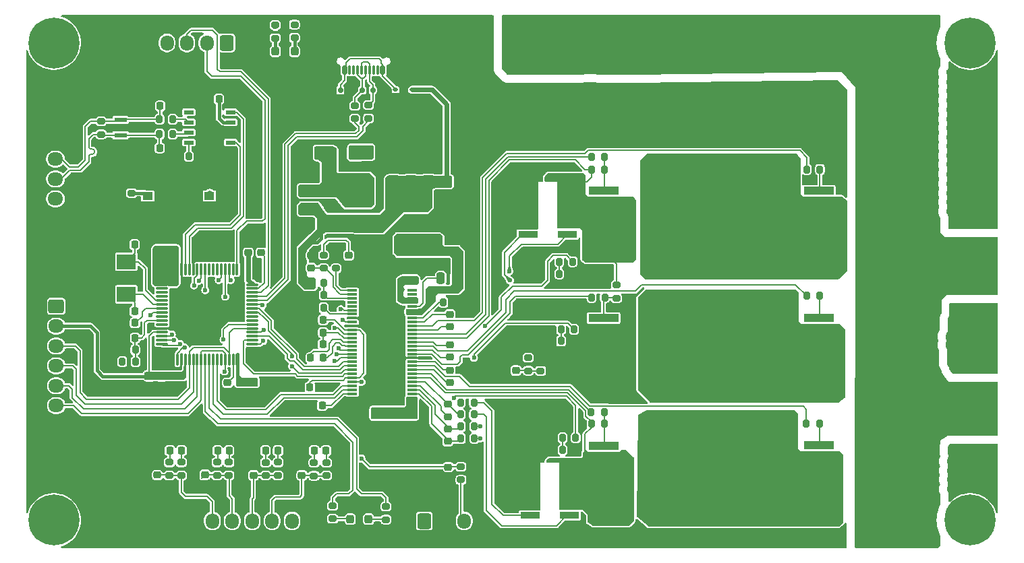
<source format=gbr>
%TF.GenerationSoftware,KiCad,Pcbnew,8.0.3*%
%TF.CreationDate,2025-02-08T18:07:50+07:00*%
%TF.ProjectId,VESC V.2,56455343-2056-42e3-922e-6b696361645f,rev?*%
%TF.SameCoordinates,Original*%
%TF.FileFunction,Copper,L1,Top*%
%TF.FilePolarity,Positive*%
%FSLAX46Y46*%
G04 Gerber Fmt 4.6, Leading zero omitted, Abs format (unit mm)*
G04 Created by KiCad (PCBNEW 8.0.3) date 2025-02-08 18:07:50*
%MOMM*%
%LPD*%
G01*
G04 APERTURE LIST*
G04 Aperture macros list*
%AMRoundRect*
0 Rectangle with rounded corners*
0 $1 Rounding radius*
0 $2 $3 $4 $5 $6 $7 $8 $9 X,Y pos of 4 corners*
0 Add a 4 corners polygon primitive as box body*
4,1,4,$2,$3,$4,$5,$6,$7,$8,$9,$2,$3,0*
0 Add four circle primitives for the rounded corners*
1,1,$1+$1,$2,$3*
1,1,$1+$1,$4,$5*
1,1,$1+$1,$6,$7*
1,1,$1+$1,$8,$9*
0 Add four rect primitives between the rounded corners*
20,1,$1+$1,$2,$3,$4,$5,0*
20,1,$1+$1,$4,$5,$6,$7,0*
20,1,$1+$1,$6,$7,$8,$9,0*
20,1,$1+$1,$8,$9,$2,$3,0*%
G04 Aperture macros list end*
%TA.AperFunction,SMDPad,CuDef*%
%ADD10RoundRect,0.250000X0.250000X0.250000X-0.250000X0.250000X-0.250000X-0.250000X0.250000X-0.250000X0*%
%TD*%
%TA.AperFunction,SMDPad,CuDef*%
%ADD11RoundRect,0.200000X-0.200000X-0.275000X0.200000X-0.275000X0.200000X0.275000X-0.200000X0.275000X0*%
%TD*%
%TA.AperFunction,SMDPad,CuDef*%
%ADD12RoundRect,0.237500X0.237500X-0.287500X0.237500X0.287500X-0.237500X0.287500X-0.237500X-0.287500X0*%
%TD*%
%TA.AperFunction,ComponentPad*%
%ADD13RoundRect,0.250000X0.600000X0.725000X-0.600000X0.725000X-0.600000X-0.725000X0.600000X-0.725000X0*%
%TD*%
%TA.AperFunction,ComponentPad*%
%ADD14O,1.700000X1.950000*%
%TD*%
%TA.AperFunction,SMDPad,CuDef*%
%ADD15RoundRect,0.250000X0.475000X-0.250000X0.475000X0.250000X-0.475000X0.250000X-0.475000X-0.250000X0*%
%TD*%
%TA.AperFunction,SMDPad,CuDef*%
%ADD16RoundRect,0.250000X0.250000X0.475000X-0.250000X0.475000X-0.250000X-0.475000X0.250000X-0.475000X0*%
%TD*%
%TA.AperFunction,ComponentPad*%
%ADD17RoundRect,0.250000X-0.725000X0.600000X-0.725000X-0.600000X0.725000X-0.600000X0.725000X0.600000X0*%
%TD*%
%TA.AperFunction,ComponentPad*%
%ADD18O,1.950000X1.700000*%
%TD*%
%TA.AperFunction,SMDPad,CuDef*%
%ADD19RoundRect,0.225000X0.250000X-0.225000X0.250000X0.225000X-0.250000X0.225000X-0.250000X-0.225000X0*%
%TD*%
%TA.AperFunction,SMDPad,CuDef*%
%ADD20RoundRect,0.225000X-0.250000X0.225000X-0.250000X-0.225000X0.250000X-0.225000X0.250000X0.225000X0*%
%TD*%
%TA.AperFunction,ComponentPad*%
%ADD21C,6.400000*%
%TD*%
%TA.AperFunction,SMDPad,CuDef*%
%ADD22RoundRect,0.250000X-0.475000X0.250000X-0.475000X-0.250000X0.475000X-0.250000X0.475000X0.250000X0*%
%TD*%
%TA.AperFunction,SMDPad,CuDef*%
%ADD23RoundRect,0.200000X0.275000X-0.200000X0.275000X0.200000X-0.275000X0.200000X-0.275000X-0.200000X0*%
%TD*%
%TA.AperFunction,SMDPad,CuDef*%
%ADD24RoundRect,0.225000X0.225000X0.250000X-0.225000X0.250000X-0.225000X-0.250000X0.225000X-0.250000X0*%
%TD*%
%TA.AperFunction,SMDPad,CuDef*%
%ADD25RoundRect,0.250000X0.650000X-0.325000X0.650000X0.325000X-0.650000X0.325000X-0.650000X-0.325000X0*%
%TD*%
%TA.AperFunction,SMDPad,CuDef*%
%ADD26R,1.625600X0.609600*%
%TD*%
%TA.AperFunction,SMDPad,CuDef*%
%ADD27RoundRect,0.200000X-0.275000X0.200000X-0.275000X-0.200000X0.275000X-0.200000X0.275000X0.200000X0*%
%TD*%
%TA.AperFunction,SMDPad,CuDef*%
%ADD28R,3.800000X1.050000*%
%TD*%
%TA.AperFunction,SMDPad,CuDef*%
%ADD29R,8.200000X10.700000*%
%TD*%
%TA.AperFunction,ComponentPad*%
%ADD30RoundRect,0.250000X-0.600000X-0.725000X0.600000X-0.725000X0.600000X0.725000X-0.600000X0.725000X0*%
%TD*%
%TA.AperFunction,SMDPad,CuDef*%
%ADD31RoundRect,0.200000X0.200000X0.275000X-0.200000X0.275000X-0.200000X-0.275000X0.200000X-0.275000X0*%
%TD*%
%TA.AperFunction,SMDPad,CuDef*%
%ADD32RoundRect,0.225000X-0.225000X-0.250000X0.225000X-0.250000X0.225000X0.250000X-0.225000X0.250000X0*%
%TD*%
%TA.AperFunction,SMDPad,CuDef*%
%ADD33RoundRect,0.035000X-0.700000X-0.105000X0.700000X-0.105000X0.700000X0.105000X-0.700000X0.105000X0*%
%TD*%
%TA.AperFunction,SMDPad,CuDef*%
%ADD34RoundRect,0.035000X-0.105000X-0.700000X0.105000X-0.700000X0.105000X0.700000X-0.105000X0.700000X0*%
%TD*%
%TA.AperFunction,SMDPad,CuDef*%
%ADD35R,1.250000X1.000000*%
%TD*%
%TA.AperFunction,SMDPad,CuDef*%
%ADD36R,1.300000X0.300000*%
%TD*%
%TA.AperFunction,SMDPad,CuDef*%
%ADD37R,3.700000X6.500000*%
%TD*%
%TA.AperFunction,SMDPad,CuDef*%
%ADD38R,0.650000X0.400000*%
%TD*%
%TA.AperFunction,SMDPad,CuDef*%
%ADD39R,2.400000X1.900000*%
%TD*%
%TA.AperFunction,SMDPad,CuDef*%
%ADD40RoundRect,0.250000X-0.250000X-0.475000X0.250000X-0.475000X0.250000X0.475000X-0.250000X0.475000X0*%
%TD*%
%TA.AperFunction,SMDPad,CuDef*%
%ADD41R,3.500000X2.350000*%
%TD*%
%TA.AperFunction,SMDPad,CuDef*%
%ADD42RoundRect,0.150000X-0.150000X-0.200000X0.150000X-0.200000X0.150000X0.200000X-0.150000X0.200000X0*%
%TD*%
%TA.AperFunction,SMDPad,CuDef*%
%ADD43R,1.257300X0.508000*%
%TD*%
%TA.AperFunction,SMDPad,CuDef*%
%ADD44R,2.438400X5.588000*%
%TD*%
%TA.AperFunction,SMDPad,CuDef*%
%ADD45R,2.438400X0.889000*%
%TD*%
%TA.AperFunction,ComponentPad*%
%ADD46C,6.000000*%
%TD*%
%TA.AperFunction,ComponentPad*%
%ADD47R,6.000000X6.000000*%
%TD*%
%TA.AperFunction,SMDPad,CuDef*%
%ADD48RoundRect,0.150000X0.150000X0.425000X-0.150000X0.425000X-0.150000X-0.425000X0.150000X-0.425000X0*%
%TD*%
%TA.AperFunction,SMDPad,CuDef*%
%ADD49RoundRect,0.075000X0.075000X0.500000X-0.075000X0.500000X-0.075000X-0.500000X0.075000X-0.500000X0*%
%TD*%
%TA.AperFunction,ComponentPad*%
%ADD50O,1.000000X2.100000*%
%TD*%
%TA.AperFunction,ComponentPad*%
%ADD51O,1.000000X1.800000*%
%TD*%
%TA.AperFunction,SMDPad,CuDef*%
%ADD52RoundRect,0.375000X-0.625000X-0.375000X0.625000X-0.375000X0.625000X0.375000X-0.625000X0.375000X0*%
%TD*%
%TA.AperFunction,SMDPad,CuDef*%
%ADD53RoundRect,0.500000X-0.500000X-1.400000X0.500000X-1.400000X0.500000X1.400000X-0.500000X1.400000X0*%
%TD*%
%TA.AperFunction,ComponentPad*%
%ADD54C,7.600000*%
%TD*%
%TA.AperFunction,SMDPad,CuDef*%
%ADD55RoundRect,0.150000X0.150000X0.200000X-0.150000X0.200000X-0.150000X-0.200000X0.150000X-0.200000X0*%
%TD*%
%TA.AperFunction,ComponentPad*%
%ADD56R,2.400000X2.400000*%
%TD*%
%TA.AperFunction,ComponentPad*%
%ADD57C,2.400000*%
%TD*%
%TA.AperFunction,SMDPad,CuDef*%
%ADD58RoundRect,0.250000X2.450000X-0.650000X2.450000X0.650000X-2.450000X0.650000X-2.450000X-0.650000X0*%
%TD*%
%TA.AperFunction,SMDPad,CuDef*%
%ADD59RoundRect,0.237500X-0.237500X0.287500X-0.237500X-0.287500X0.237500X-0.287500X0.237500X0.287500X0*%
%TD*%
%TA.AperFunction,SMDPad,CuDef*%
%ADD60RoundRect,0.250000X-2.450000X0.650000X-2.450000X-0.650000X2.450000X-0.650000X2.450000X0.650000X0*%
%TD*%
%TA.AperFunction,SMDPad,CuDef*%
%ADD61RoundRect,0.250000X0.650000X-1.000000X0.650000X1.000000X-0.650000X1.000000X-0.650000X-1.000000X0*%
%TD*%
%TA.AperFunction,SMDPad,CuDef*%
%ADD62RoundRect,0.250000X-0.650000X0.325000X-0.650000X-0.325000X0.650000X-0.325000X0.650000X0.325000X0*%
%TD*%
%TA.AperFunction,SMDPad,CuDef*%
%ADD63RoundRect,0.250000X0.300000X-0.300000X0.300000X0.300000X-0.300000X0.300000X-0.300000X-0.300000X0*%
%TD*%
%TA.AperFunction,SMDPad,CuDef*%
%ADD64RoundRect,0.112500X0.187500X0.112500X-0.187500X0.112500X-0.187500X-0.112500X0.187500X-0.112500X0*%
%TD*%
%TA.AperFunction,ViaPad*%
%ADD65C,0.800000*%
%TD*%
%TA.AperFunction,ViaPad*%
%ADD66C,0.600000*%
%TD*%
%TA.AperFunction,Conductor*%
%ADD67C,0.200000*%
%TD*%
%TA.AperFunction,Conductor*%
%ADD68C,0.400000*%
%TD*%
%TA.AperFunction,Conductor*%
%ADD69C,0.600000*%
%TD*%
%TA.AperFunction,Conductor*%
%ADD70C,0.800000*%
%TD*%
G04 APERTURE END LIST*
D10*
%TO.P,D3,1,K*%
%TO.N,VCC*%
X102500000Y-48800000D03*
%TO.P,D3,2,A*%
%TO.N,Net-(D3-A)*%
X100000000Y-48800000D03*
%TD*%
D11*
%TO.P,R14,1*%
%TO.N,/MCU/SENS2*%
X128650000Y-72485000D03*
%TO.P,R14,2*%
%TO.N,GND*%
X130300000Y-72485000D03*
%TD*%
%TO.P,R11,1*%
%TO.N,/MCU/SENS1*%
X128850000Y-84640000D03*
%TO.P,R11,2*%
%TO.N,/MOSFET DRIVER/H3_VS*%
X130500000Y-84640000D03*
%TD*%
D12*
%TO.P,D5,1,K*%
%TO.N,GND*%
X95200000Y-37800000D03*
%TO.P,D5,2,A*%
%TO.N,Net-(D5-A)*%
X95200000Y-36050000D03*
%TD*%
D13*
%TO.P,J1,1,Pin_1*%
%TO.N,VCC*%
X86700000Y-35000000D03*
D14*
%TO.P,J1,2,Pin_2*%
%TO.N,SWCLK*%
X84200000Y-35000000D03*
%TO.P,J1,3,Pin_3*%
%TO.N,SWDIO*%
X81700000Y-35000000D03*
%TO.P,J1,4,Pin_4*%
%TO.N,NRST*%
X79200000Y-35000000D03*
%TO.P,J1,5,Pin_5*%
%TO.N,GND*%
X76700000Y-35000000D03*
%TD*%
D15*
%TO.P,C21,1*%
%TO.N,V_SUPPLY*%
X110000000Y-64900000D03*
%TO.P,C21,2*%
%TO.N,GND*%
X110000000Y-63000000D03*
%TD*%
D16*
%TO.P,C38,1*%
%TO.N,+5V*%
X98550000Y-58300000D03*
%TO.P,C38,2*%
%TO.N,GND*%
X96650000Y-58300000D03*
%TD*%
D17*
%TO.P,J5,1,Pin_1*%
%TO.N,+5V*%
X65300000Y-68100000D03*
D18*
%TO.P,J5,2,Pin_2*%
%TO.N,VCC*%
X65300000Y-70600000D03*
%TO.P,J5,3,Pin_3*%
%TO.N,/MCU/TX_SDA_NSS*%
X65300000Y-73100000D03*
%TO.P,J5,4,Pin_4*%
%TO.N,/MCU/SCK_ADC_EXT*%
X65300000Y-75600000D03*
%TO.P,J5,5,Pin_5*%
%TO.N,/MCU/MISO_ADC_EXT2*%
X65300000Y-78100000D03*
%TO.P,J5,6,Pin_6*%
%TO.N,/MCU/RX_SCL_MOSI*%
X65300000Y-80600000D03*
%TO.P,J5,7,Pin_7*%
%TO.N,GND*%
X65300000Y-83100000D03*
%TD*%
D19*
%TO.P,C12,1*%
%TO.N,GND*%
X90000000Y-79275000D03*
%TO.P,C12,2*%
%TO.N,VCC*%
X90000000Y-77725000D03*
%TD*%
D11*
%TO.P,R34,1*%
%TO.N,/MOSFET DRIVER/M_H2*%
X159475000Y-66800000D03*
%TO.P,R34,2*%
%TO.N,Net-(Q3-Pad1)*%
X161125000Y-66800000D03*
%TD*%
%TO.P,R41,1*%
%TO.N,/MOSFET DRIVER/H3_LOW*%
X132475000Y-82900000D03*
%TO.P,R41,2*%
%TO.N,Net-(Q6-Pad1)*%
X134125000Y-82900000D03*
%TD*%
%TO.P,R8,1*%
%TO.N,Net-(IC1-SP1)*%
X116075000Y-80200000D03*
%TO.P,R8,2*%
%TO.N,/MOSFET DRIVER/SH1_B*%
X117725000Y-80200000D03*
%TD*%
D20*
%TO.P,C6,1*%
%TO.N,GND*%
X79930000Y-59412500D03*
%TO.P,C6,2*%
%TO.N,VCC*%
X79930000Y-60962500D03*
%TD*%
D21*
%TO.P,H4,1,1*%
%TO.N,unconnected-(H4-Pad1)*%
X65000000Y-95000000D03*
%TD*%
D22*
%TO.P,C58,1*%
%TO.N,GND*%
X109800000Y-50250000D03*
%TO.P,C58,2*%
%TO.N,+5V*%
X109800000Y-52150000D03*
%TD*%
D23*
%TO.P,R51,1*%
%TO.N,GND*%
X74750000Y-55525000D03*
%TO.P,R51,2*%
%TO.N,Net-(R51-Pad2)*%
X74750000Y-53875000D03*
%TD*%
D21*
%TO.P,H2,1,1*%
%TO.N,unconnected-(H2-Pad1)*%
X180000000Y-95000000D03*
%TD*%
D24*
%TO.P,C54,1*%
%TO.N,VCC*%
X79575000Y-86250000D03*
%TO.P,C54,2*%
%TO.N,GND*%
X78025000Y-86250000D03*
%TD*%
D20*
%TO.P,C2,1*%
%TO.N,GND*%
X89400000Y-59825000D03*
%TO.P,C2,2*%
%TO.N,VCC*%
X89400000Y-61375000D03*
%TD*%
D25*
%TO.P,C33,1*%
%TO.N,V_SUPPLY*%
X178200000Y-60700000D03*
%TO.P,C33,2*%
%TO.N,GND*%
X178200000Y-57750000D03*
%TD*%
D15*
%TO.P,C30,1*%
%TO.N,GND*%
X107700000Y-83650000D03*
%TO.P,C30,2*%
%TO.N,V_SUPPLY*%
X107700000Y-81750000D03*
%TD*%
D26*
%TO.P,U4,1,1*%
%TO.N,/CAN BUS/CANL*%
X73365800Y-44700040D03*
%TO.P,U4,2,2*%
%TO.N,/CAN BUS/CANH*%
X73365800Y-46599960D03*
%TO.P,U4,3,3*%
%TO.N,GND*%
X75855000Y-45650000D03*
%TD*%
D11*
%TO.P,R6,1*%
%TO.N,Net-(IC1-BIAS)*%
X113900000Y-67600000D03*
%TO.P,R6,2*%
%TO.N,GND*%
X115550000Y-67600000D03*
%TD*%
D27*
%TO.P,R44,1*%
%TO.N,Net-(D7-A2)*%
X104500000Y-42830000D03*
%TO.P,R44,2*%
%TO.N,/MCU/USB_D-*%
X104500000Y-44480000D03*
%TD*%
%TO.P,R27,1*%
%TO.N,VCC*%
X79500000Y-87725000D03*
%TO.P,R27,2*%
%TO.N,/HALL_FILTER/TEMP_IN*%
X79500000Y-89375000D03*
%TD*%
D28*
%TO.P,Q5,1*%
%TO.N,Net-(Q5-Pad1)*%
X161000000Y-85590000D03*
%TO.P,Q5,2*%
%TO.N,/MOSFET DRIVER/H3_VS*%
X161000000Y-86860000D03*
%TO.P,Q5,3*%
X161000000Y-88130000D03*
D29*
%TO.P,Q5,4*%
%TO.N,V_SUPPLY*%
X171600000Y-89400000D03*
D28*
%TO.P,Q5,5*%
%TO.N,/MOSFET DRIVER/H3_VS*%
X161000000Y-90670000D03*
%TO.P,Q5,6*%
X161000000Y-91940000D03*
%TO.P,Q5,7*%
X161000000Y-93210000D03*
%TD*%
D25*
%TO.P,C32,1*%
%TO.N,V_SUPPLY*%
X180800000Y-60675000D03*
%TO.P,C32,2*%
%TO.N,GND*%
X180800000Y-57725000D03*
%TD*%
D11*
%TO.P,R35,1*%
%TO.N,/MOSFET DRIVER/M_H3*%
X159450000Y-82900000D03*
%TO.P,R35,2*%
%TO.N,Net-(Q5-Pad1)*%
X161100000Y-82900000D03*
%TD*%
D27*
%TO.P,R32,1*%
%TO.N,+5V*%
X95200000Y-32700000D03*
%TO.P,R32,2*%
%TO.N,Net-(D5-A)*%
X95200000Y-34350000D03*
%TD*%
D30*
%TO.P,J6,1,Pin_1*%
%TO.N,+5V*%
X111500000Y-95100000D03*
D14*
%TO.P,J6,2,Pin_2*%
%TO.N,GND*%
X114000000Y-95100000D03*
%TO.P,J6,3,Pin_3*%
%TO.N,Net-(J6-Pin_3)*%
X116500000Y-95100000D03*
%TD*%
D31*
%TO.P,R43,1*%
%TO.N,/MCU/AN_IN*%
X75220000Y-73580000D03*
%TO.P,R43,2*%
%TO.N,GND*%
X73570000Y-73580000D03*
%TD*%
D32*
%TO.P,C55,1*%
%TO.N,/HALL_FILTER/TEMP_OUT*%
X81025000Y-86250000D03*
%TO.P,C55,2*%
%TO.N,GND*%
X82575000Y-86250000D03*
%TD*%
D24*
%TO.P,C3,1*%
%TO.N,Net-(U1-PH0{slash}OSC_IN)*%
X75145000Y-60340000D03*
%TO.P,C3,2*%
%TO.N,GND*%
X73595000Y-60340000D03*
%TD*%
D11*
%TO.P,R36,1*%
%TO.N,/MOSFET DRIVER/M_L1*%
X132475000Y-49300000D03*
%TO.P,R36,2*%
%TO.N,Net-(Q2-Pad1)*%
X134125000Y-49300000D03*
%TD*%
D33*
%TO.P,U1,1,VBAT*%
%TO.N,VCC*%
X78580000Y-65380000D03*
%TO.P,U1,2,PC13/RTC_OUT*%
%TO.N,unconnected-(U1-PC13{slash}RTC_OUT-Pad2)*%
X78580000Y-65880000D03*
%TO.P,U1,3,PC14/OSC32_IN*%
%TO.N,unconnected-(U1-PC14{slash}OSC32_IN-Pad3)*%
X78580000Y-66380000D03*
%TO.P,U1,4,PC15/OSC32_OUT*%
%TO.N,unconnected-(U1-PC15{slash}OSC32_OUT-Pad4)*%
X78580000Y-66880000D03*
%TO.P,U1,5,PH0/OSC_IN*%
%TO.N,Net-(U1-PH0{slash}OSC_IN)*%
X78580000Y-67380000D03*
%TO.P,U1,6,PH1/OSC_OUT*%
%TO.N,Net-(U1-PH1{slash}OSC_OUT)*%
X78580000Y-67880000D03*
%TO.P,U1,7,NRST*%
%TO.N,NRST*%
X78580000Y-68380000D03*
%TO.P,U1,8,PC0*%
%TO.N,/HALL_FILTER/TEMP_OUT*%
X78580000Y-68880000D03*
%TO.P,U1,9,PC1*%
%TO.N,unconnected-(U1-PC1-Pad9)*%
X78580000Y-69380000D03*
%TO.P,U1,10,PC2/SPI2_MISO*%
%TO.N,/MCU/AN_IN*%
X78580000Y-69880000D03*
%TO.P,U1,11,PC3/SPI2_MOSI*%
%TO.N,unconnected-(U1-PC3{slash}SPI2_MOSI-Pad11)*%
X78580000Y-70380000D03*
%TO.P,U1,12,VSSA*%
%TO.N,GND*%
X78580000Y-70880000D03*
%TO.P,U1,13,VDDA*%
%TO.N,VCC*%
X78580000Y-71380000D03*
%TO.P,U1,14,PA0/WKUP*%
%TO.N,/MCU/SENS3*%
X78580000Y-71880000D03*
%TO.P,U1,15,PA1/USART2_RTS*%
%TO.N,/MCU/SENS2*%
X78580000Y-72380000D03*
%TO.P,U1,16,PA2/USART2_TX*%
%TO.N,/MCU/SENS1*%
X78580000Y-72880000D03*
D34*
%TO.P,U1,17,PA3/USART2_RX*%
%TO.N,/MCU/ADC_TEMP*%
X80500000Y-74800000D03*
%TO.P,U1,18,VSS*%
%TO.N,GND*%
X81000000Y-74800000D03*
%TO.P,U1,19,VDD*%
%TO.N,VCC*%
X81500000Y-74800000D03*
%TO.P,U1,20,PA4/USART2_CK*%
%TO.N,/MCU/TX_SDA_NSS*%
X82000000Y-74800000D03*
%TO.P,U1,21,PA5/SPI1_SCK*%
%TO.N,/MCU/SCK_ADC_EXT*%
X82500000Y-74800000D03*
%TO.P,U1,22,PA6/SPI1_MISO*%
%TO.N,/MCU/MISO_ADC_EXT2*%
X83000000Y-74800000D03*
%TO.P,U1,23,PA7/SPI1_MOSI*%
%TO.N,/MCU/RX_SCL_MOSI*%
X83500000Y-74800000D03*
%TO.P,U1,24,PC4*%
%TO.N,/MCU/LED_GREEN*%
X84000000Y-74800000D03*
%TO.P,U1,25,PC5*%
%TO.N,/MCU/LED_RED*%
X84500000Y-74800000D03*
%TO.P,U1,26,PB0*%
%TO.N,/MCU/BR_S02*%
X85000000Y-74800000D03*
%TO.P,U1,27,PB1*%
%TO.N,/MCU/BR_S01*%
X85500000Y-74800000D03*
%TO.P,U1,28,PB2/BOOT1*%
%TO.N,unconnected-(U1-PB2{slash}BOOT1-Pad28)*%
X86000000Y-74800000D03*
%TO.P,U1,29,PB10*%
%TO.N,/MCU/RX_SCL_MOSI*%
X86500000Y-74800000D03*
%TO.P,U1,30,PB11*%
%TO.N,/MCU/TX_SDA_NSS*%
X87000000Y-74800000D03*
%TO.P,U1,31,VCAP_1*%
%TO.N,Net-(U1-VCAP_1)*%
X87500000Y-74800000D03*
%TO.P,U1,32,VDD__1*%
%TO.N,VCC*%
X88000000Y-74800000D03*
D33*
%TO.P,U1,33,PB12*%
%TO.N,/MCU/DC_CAL*%
X89920000Y-72880000D03*
%TO.P,U1,34,PB13*%
%TO.N,/MCU/L3*%
X89920000Y-72380000D03*
%TO.P,U1,35,PB14*%
%TO.N,/MCU/L2*%
X89920000Y-71880000D03*
%TO.P,U1,36,PB15*%
%TO.N,/MCU/L1*%
X89920000Y-71380000D03*
%TO.P,U1,37,PC6*%
%TO.N,/MCU/TX_SDA_NSS*%
X89920000Y-70880000D03*
%TO.P,U1,38,PC7*%
%TO.N,/MCU/RX_SCL_MOSI*%
X89920000Y-70380000D03*
%TO.P,U1,39,PC8*%
%TO.N,unconnected-(U1-PC8-Pad39)*%
X89920000Y-69880000D03*
%TO.P,U1,40,PC9*%
%TO.N,unconnected-(U1-PC9-Pad40)*%
X89920000Y-69380000D03*
%TO.P,U1,41,PA8*%
%TO.N,/MCU/H3*%
X89920000Y-68880000D03*
%TO.P,U1,42,PA9*%
%TO.N,/MCU/H2*%
X89920000Y-68380000D03*
%TO.P,U1,43,PA10*%
%TO.N,/MCU/H1*%
X89920000Y-67880000D03*
%TO.P,U1,44,PA11*%
%TO.N,/MCU/USB_D-*%
X89920000Y-67380000D03*
%TO.P,U1,45,PA12*%
%TO.N,/MCU/USB_D+*%
X89920000Y-66880000D03*
%TO.P,U1,46,PA13/JMS-SWDIO*%
%TO.N,SWDIO*%
X89920000Y-66380000D03*
%TO.P,U1,47,VCAP_2*%
%TO.N,Net-(U1-VCAP_2)*%
X89920000Y-65880000D03*
%TO.P,U1,48,VDD__2*%
%TO.N,VCC*%
X89920000Y-65380000D03*
D34*
%TO.P,U1,49,PA14/JTCK-SWCLK*%
%TO.N,SWCLK*%
X88000000Y-63460000D03*
%TO.P,U1,50,PA15*%
%TO.N,unconnected-(U1-PA15-Pad50)*%
X87500000Y-63460000D03*
%TO.P,U1,51,PC10*%
%TO.N,/MCU/EN_GATE*%
X87000000Y-63460000D03*
%TO.P,U1,52,PC11*%
%TO.N,/HALL_FILTER/HALL3_OUT*%
X86500000Y-63460000D03*
%TO.P,U1,53,PC12*%
%TO.N,/MCU/FAULT*%
X86000000Y-63460000D03*
%TO.P,U1,54,PD2*%
%TO.N,unconnected-(U1-PD2-Pad54)*%
X85500000Y-63460000D03*
%TO.P,U1,55,PB3*%
%TO.N,unconnected-(U1-PB3-Pad55)*%
X85000000Y-63460000D03*
%TO.P,U1,56,PB4*%
%TO.N,unconnected-(U1-PB4-Pad56)*%
X84500000Y-63460000D03*
%TO.P,U1,57,PB5*%
%TO.N,/MCU/SERVO*%
X84000000Y-63460000D03*
%TO.P,U1,58,PB6*%
%TO.N,/HALL_FILTER/HALL1_OUT*%
X83500000Y-63460000D03*
%TO.P,U1,59,PB7*%
%TO.N,/HALL_FILTER/HALL2_OUT*%
X83000000Y-63460000D03*
%TO.P,U1,60,BOOT0*%
%TO.N,GND*%
X82500000Y-63460000D03*
%TO.P,U1,61,PB8*%
%TO.N,/CAN BUS/CAN_RX*%
X82000000Y-63460000D03*
%TO.P,U1,62,PB9*%
%TO.N,/CAN BUS/CAN_TX*%
X81500000Y-63460000D03*
%TO.P,U1,63,VSS__1*%
%TO.N,GND*%
X81000000Y-63460000D03*
%TO.P,U1,64,VDD__3*%
%TO.N,VCC*%
X80500000Y-63460000D03*
%TD*%
D31*
%TO.P,R20,1*%
%TO.N,GND*%
X83600000Y-49250000D03*
%TO.P,R20,2*%
%TO.N,Net-(R20-Pad2)*%
X81950000Y-49250000D03*
%TD*%
D20*
%TO.P,C27,1*%
%TO.N,Net-(IC1-SN1)*%
X114425000Y-80425000D03*
%TO.P,C27,2*%
%TO.N,Net-(IC1-SP1)*%
X114425000Y-81975000D03*
%TD*%
%TO.P,C14,1*%
%TO.N,GND*%
X97300000Y-61712500D03*
%TO.P,C14,2*%
%TO.N,Net-(IC1-COMP)*%
X97300000Y-63262500D03*
%TD*%
D24*
%TO.P,C51,1*%
%TO.N,VCC*%
X85550000Y-86250000D03*
%TO.P,C51,2*%
%TO.N,GND*%
X84000000Y-86250000D03*
%TD*%
D35*
%TO.P,SW1,1,1*%
%TO.N,Net-(R51-Pad2)*%
X76775000Y-54250000D03*
%TO.P,SW1,2,2*%
%TO.N,NRST*%
X84525000Y-54250000D03*
%TD*%
D20*
%TO.P,C25,1*%
%TO.N,Net-(IC1-BST_B)*%
X114691550Y-72925000D03*
%TO.P,C25,2*%
%TO.N,/MOSFET DRIVER/H2_VS*%
X114691550Y-74475000D03*
%TD*%
D23*
%TO.P,R22,1*%
%TO.N,/HALL_FILTER/HALL1_IN*%
X99200000Y-89400000D03*
%TO.P,R22,2*%
%TO.N,/HALL_FILTER/HALL1_OUT*%
X99200000Y-87750000D03*
%TD*%
D24*
%TO.P,C46,1*%
%TO.N,VCC*%
X97675000Y-86262500D03*
%TO.P,C46,2*%
%TO.N,GND*%
X96125000Y-86262500D03*
%TD*%
D36*
%TO.P,IC1,1,RT_CLK*%
%TO.N,Net-(IC1-RT_CLK)*%
X102425000Y-66100000D03*
%TO.P,IC1,2,COMP*%
%TO.N,Net-(IC1-COMP)*%
X102425000Y-66600000D03*
%TO.P,IC1,3,VSENSE*%
%TO.N,Net-(IC1-VSENSE)*%
X102425000Y-67100000D03*
%TO.P,IC1,4,PWRGD*%
%TO.N,unconnected-(IC1-PWRGD-Pad4)*%
X102425000Y-67600000D03*
%TO.P,IC1,5,~{OCTW}*%
%TO.N,unconnected-(IC1-~{OCTW}-Pad5)*%
X102425000Y-68100000D03*
%TO.P,IC1,6,~{FAULT}*%
%TO.N,/MCU/FAULT*%
X102425000Y-68600000D03*
%TO.P,IC1,7,DTC*%
%TO.N,Net-(IC1-DTC)*%
X102425000Y-69100000D03*
%TO.P,IC1,8,M_PWM*%
%TO.N,GND*%
X102425000Y-69600000D03*
%TO.P,IC1,9,M_OC*%
%TO.N,VCC*%
X102425000Y-70100000D03*
%TO.P,IC1,10,GAIN*%
%TO.N,GND*%
X102425000Y-70600000D03*
%TO.P,IC1,11,OC_ADJ*%
%TO.N,Net-(IC1-DVDD)*%
X102425000Y-71100000D03*
%TO.P,IC1,12,DC_CAL*%
%TO.N,/MCU/DC_CAL*%
X102425000Y-71600000D03*
%TO.P,IC1,13,GVDD*%
%TO.N,Net-(IC1-GVDD)*%
X102425000Y-72100000D03*
%TO.P,IC1,14,CP1*%
%TO.N,Net-(IC1-CP1)*%
X102425000Y-72600000D03*
%TO.P,IC1,15,CP2*%
%TO.N,Net-(IC1-CP2)*%
X102425000Y-73100000D03*
%TO.P,IC1,16,EN_GATE*%
%TO.N,/MCU/EN_GATE*%
X102425000Y-73600000D03*
%TO.P,IC1,17,INH_A*%
%TO.N,/MCU/H1*%
X102425000Y-74100000D03*
%TO.P,IC1,18,INL_A*%
%TO.N,/MCU/L1*%
X102425000Y-74600000D03*
%TO.P,IC1,19,INH_B*%
%TO.N,/MCU/H2*%
X102425000Y-75100000D03*
%TO.P,IC1,20,INL_B*%
%TO.N,/MCU/L2*%
X102425000Y-75600000D03*
%TO.P,IC1,21,INH_C*%
%TO.N,/MCU/H3*%
X102425000Y-76100000D03*
%TO.P,IC1,22,INL_C*%
%TO.N,/MCU/L3*%
X102425000Y-76600000D03*
%TO.P,IC1,23,DVDD*%
%TO.N,Net-(IC1-DVDD)*%
X102425000Y-77100000D03*
%TO.P,IC1,24,REF*%
%TO.N,VCC*%
X102425000Y-77600000D03*
%TO.P,IC1,25,SO1*%
%TO.N,/MCU/BR_S01*%
X102425000Y-78100000D03*
%TO.P,IC1,26,SO2*%
%TO.N,/MCU/BR_S02*%
X102425000Y-78600000D03*
%TO.P,IC1,27,AVDD*%
%TO.N,Net-(IC1-AVDD)*%
X102425000Y-79100000D03*
%TO.P,IC1,28,AGND*%
%TO.N,GND*%
X102425000Y-79600000D03*
%TO.P,IC1,29,PVDD1*%
%TO.N,V_SUPPLY*%
X109975000Y-79600000D03*
%TO.P,IC1,30,SP2*%
%TO.N,Net-(IC1-SP2)*%
X109975000Y-79100000D03*
%TO.P,IC1,31,SN2*%
%TO.N,Net-(IC1-SN2)*%
X109975000Y-78600000D03*
%TO.P,IC1,32,SP1*%
%TO.N,Net-(IC1-SP1)*%
X109975000Y-78100000D03*
%TO.P,IC1,33,SN1*%
%TO.N,Net-(IC1-SN1)*%
X109975000Y-77600000D03*
%TO.P,IC1,34,SL_C*%
%TO.N,/MOSFET DRIVER/H3_LOW*%
X109975000Y-77100000D03*
%TO.P,IC1,35,GL_C*%
%TO.N,/MOSFET DRIVER/M_L3*%
X109975000Y-76600000D03*
%TO.P,IC1,36,SH_C*%
%TO.N,/MOSFET DRIVER/H3_VS*%
X109975000Y-76100000D03*
%TO.P,IC1,37,GH_C*%
%TO.N,/MOSFET DRIVER/M_H3*%
X109975000Y-75600000D03*
%TO.P,IC1,38,BST_C*%
%TO.N,Net-(IC1-BST_C)*%
X109975000Y-75100000D03*
%TO.P,IC1,39,SL_B*%
%TO.N,GND*%
X109975000Y-74600000D03*
%TO.P,IC1,40,GL_B*%
%TO.N,/MOSFET DRIVER/M_L2*%
X109975000Y-74100000D03*
%TO.P,IC1,41,SH_B*%
%TO.N,/MOSFET DRIVER/H2_VS*%
X109975000Y-73600000D03*
%TO.P,IC1,42,GH_B*%
%TO.N,/MOSFET DRIVER/M_H2*%
X109975000Y-73100000D03*
%TO.P,IC1,43,BST_B*%
%TO.N,Net-(IC1-BST_B)*%
X109975000Y-72600000D03*
%TO.P,IC1,44,SL_A*%
%TO.N,/MOSFET DRIVER/HI_LOW*%
X109975000Y-72100000D03*
%TO.P,IC1,45,GL_A*%
%TO.N,/MOSFET DRIVER/M_L1*%
X109975000Y-71600000D03*
%TO.P,IC1,46,SH_A*%
%TO.N,/MOSFET DRIVER/H1_VS*%
X109975000Y-71100000D03*
%TO.P,IC1,47,GH_A*%
%TO.N,/MOSFET DRIVER/M_H1*%
X109975000Y-70600000D03*
%TO.P,IC1,48,BST_A*%
%TO.N,Net-(IC1-BST_A)*%
X109975000Y-70100000D03*
%TO.P,IC1,49,BIAS*%
%TO.N,Net-(IC1-BIAS)*%
X109975000Y-69600000D03*
%TO.P,IC1,50,PH*%
%TO.N,Net-(D1-K)*%
X109975000Y-69100000D03*
%TO.P,IC1,51,PH*%
X109975000Y-68600000D03*
%TO.P,IC1,52,BST_BK*%
%TO.N,Net-(IC1-BST_BK)*%
X109975000Y-68100000D03*
%TO.P,IC1,53,PVDD2*%
%TO.N,V_SUPPLY*%
X109975000Y-67600000D03*
%TO.P,IC1,54,PVDD2*%
X109975000Y-67100000D03*
%TO.P,IC1,55,EN_BUCK*%
%TO.N,unconnected-(IC1-EN_BUCK-Pad55)*%
X109975000Y-66600000D03*
%TO.P,IC1,56,SS_TR*%
%TO.N,unconnected-(IC1-SS_TR-Pad56)*%
X109975000Y-66100000D03*
D37*
%TO.P,IC1,57,AGND*%
%TO.N,GND*%
X106200000Y-72850000D03*
D38*
%TO.P,IC1,58,AGND*%
X106200000Y-69400000D03*
%TO.P,IC1,59,AGND*%
X106200000Y-76300000D03*
%TD*%
D19*
%TO.P,C40,1*%
%TO.N,/MCU/ADC_TEMP*%
X123000000Y-76175000D03*
%TO.P,C40,2*%
%TO.N,GND*%
X123000000Y-74625000D03*
%TD*%
D23*
%TO.P,R18,1*%
%TO.N,/MCU/ADC_TEMP*%
X126100000Y-76225000D03*
%TO.P,R18,2*%
%TO.N,GND*%
X126100000Y-74575000D03*
%TD*%
D11*
%TO.P,R9,1*%
%TO.N,Net-(IC1-SN2)*%
X116100000Y-83200000D03*
%TO.P,R9,2*%
%TO.N,/MOSFET DRIVER/SH2_A*%
X117750000Y-83200000D03*
%TD*%
D32*
%TO.P,C45,1*%
%TO.N,/HALL_FILTER/HALL1_OUT*%
X99150000Y-86262500D03*
%TO.P,C45,2*%
%TO.N,GND*%
X100700000Y-86262500D03*
%TD*%
D27*
%TO.P,R48,1*%
%TO.N,/MCU/SERVO*%
X116100000Y-88275000D03*
%TO.P,R48,2*%
%TO.N,Net-(J6-Pin_3)*%
X116100000Y-89925000D03*
%TD*%
D19*
%TO.P,C11,1*%
%TO.N,GND*%
X88500000Y-79275000D03*
%TO.P,C11,2*%
%TO.N,VCC*%
X88500000Y-77725000D03*
%TD*%
D11*
%TO.P,R13,1*%
%TO.N,/MCU/SENS2*%
X128650000Y-71010000D03*
%TO.P,R13,2*%
%TO.N,/MOSFET DRIVER/H2_VS*%
X130300000Y-71010000D03*
%TD*%
D31*
%TO.P,R30,1*%
%TO.N,Net-(U3-CANL)*%
X79910000Y-44600000D03*
%TO.P,R30,2*%
%TO.N,/CAN BUS/CANL*%
X78260000Y-44600000D03*
%TD*%
D32*
%TO.P,C42,1*%
%TO.N,/CAN BUS/CANL*%
X78330000Y-42930000D03*
%TO.P,C42,2*%
%TO.N,GND*%
X79880000Y-42930000D03*
%TD*%
D11*
%TO.P,R38,1*%
%TO.N,/MOSFET DRIVER/M_L3*%
X132450000Y-81400000D03*
%TO.P,R38,2*%
%TO.N,Net-(Q6-Pad1)*%
X134100000Y-81400000D03*
%TD*%
D32*
%TO.P,C52,1*%
%TO.N,/HALL_FILTER/HALL3_OUT*%
X87000000Y-86250000D03*
%TO.P,C52,2*%
%TO.N,GND*%
X88550000Y-86250000D03*
%TD*%
D11*
%TO.P,R3,1*%
%TO.N,+5V*%
X97225000Y-65200000D03*
%TO.P,R3,2*%
%TO.N,Net-(IC1-VSENSE)*%
X98875000Y-65200000D03*
%TD*%
D20*
%TO.P,C4,1*%
%TO.N,Net-(U1-VCAP_1)*%
X86800000Y-77725000D03*
%TO.P,C4,2*%
%TO.N,GND*%
X86800000Y-79275000D03*
%TD*%
D32*
%TO.P,C41,1*%
%TO.N,VCC*%
X85725000Y-42050000D03*
%TO.P,C41,2*%
%TO.N,GND*%
X87275000Y-42050000D03*
%TD*%
D11*
%TO.P,R42,1*%
%TO.N,V_SUPPLY*%
X73595000Y-75080000D03*
%TO.P,R42,2*%
%TO.N,/MCU/AN_IN*%
X75245000Y-75080000D03*
%TD*%
D32*
%TO.P,C49,1*%
%TO.N,/HALL_FILTER/HALL2_OUT*%
X93125000Y-86262500D03*
%TO.P,C49,2*%
%TO.N,GND*%
X94675000Y-86262500D03*
%TD*%
D19*
%TO.P,C9,1*%
%TO.N,GND*%
X76960000Y-78500000D03*
%TO.P,C9,2*%
%TO.N,VCC*%
X76960000Y-76950000D03*
%TD*%
D39*
%TO.P,Y1,1,1*%
%TO.N,Net-(U1-PH0{slash}OSC_IN)*%
X74100000Y-62500000D03*
%TO.P,Y1,2,2*%
%TO.N,Net-(U1-PH1{slash}OSC_OUT)*%
X74100000Y-66600000D03*
%TD*%
D23*
%TO.P,R24,1*%
%TO.N,/HALL_FILTER/HALL2_IN*%
X93125000Y-89375000D03*
%TO.P,R24,2*%
%TO.N,/HALL_FILTER/HALL2_OUT*%
X93125000Y-87725000D03*
%TD*%
D31*
%TO.P,R29,1*%
%TO.N,Net-(U3-CANH)*%
X79910000Y-46450000D03*
%TO.P,R29,2*%
%TO.N,/CAN BUS/CANH*%
X78260000Y-46450000D03*
%TD*%
D40*
%TO.P,C22,1*%
%TO.N,Net-(IC1-BST_BK)*%
X113550000Y-64600000D03*
%TO.P,C22,2*%
%TO.N,Net-(D1-K)*%
X115450000Y-64600000D03*
%TD*%
D27*
%TO.P,R47,1*%
%TO.N,/MCU/LED_GREEN*%
X100000000Y-93175000D03*
%TO.P,R47,2*%
%TO.N,Net-(D11-A)*%
X100000000Y-94825000D03*
%TD*%
D41*
%TO.P,L1,1*%
%TO.N,Net-(D1-K)*%
X109800000Y-60625000D03*
%TO.P,L1,2*%
%TO.N,+5V*%
X109800000Y-54575000D03*
%TD*%
D42*
%TO.P,D7,1,A1*%
%TO.N,GND*%
X106430000Y-40925000D03*
%TO.P,D7,2,A2*%
%TO.N,Net-(D7-A2)*%
X105030000Y-40925000D03*
%TD*%
D15*
%TO.P,C29,1*%
%TO.N,GND*%
X105600000Y-83650000D03*
%TO.P,C29,2*%
%TO.N,V_SUPPLY*%
X105600000Y-81750000D03*
%TD*%
D32*
%TO.P,C20,1*%
%TO.N,GND*%
X97125000Y-80600000D03*
%TO.P,C20,2*%
%TO.N,Net-(IC1-AVDD)*%
X98675000Y-80600000D03*
%TD*%
D43*
%TO.P,U3,1,D*%
%TO.N,/CAN BUS/CAN_TX*%
X87177550Y-47525000D03*
%TO.P,U3,2,GND*%
%TO.N,GND*%
X87177550Y-46255000D03*
%TO.P,U3,3,VCC*%
%TO.N,VCC*%
X87177550Y-44985000D03*
%TO.P,U3,4,R*%
%TO.N,/CAN BUS/CAN_RX*%
X87177550Y-43715000D03*
%TO.P,U3,5,NC*%
%TO.N,unconnected-(U3-NC-Pad5)*%
X81932450Y-43715000D03*
%TO.P,U3,6,CANL*%
%TO.N,Net-(U3-CANL)*%
X81932450Y-44985000D03*
%TO.P,U3,7,CANH*%
%TO.N,Net-(U3-CANH)*%
X81932450Y-46255000D03*
%TO.P,U3,8,NC*%
%TO.N,Net-(R20-Pad2)*%
X81932450Y-47525000D03*
%TD*%
D44*
%TO.P,R49,1,1*%
%TO.N,/MOSFET DRIVER/H3_LOW*%
X129700000Y-90272500D03*
D45*
%TO.P,R49,2,2*%
%TO.N,/MOSFET DRIVER/SH1_A*%
X129700000Y-94400000D03*
%TO.P,R49,3,3*%
%TO.N,/MOSFET DRIVER/SH1_B*%
X124772400Y-94400000D03*
D44*
%TO.P,R49,4,4*%
%TO.N,GND*%
X124772400Y-90272500D03*
%TD*%
D19*
%TO.P,C13,1*%
%TO.N,GND*%
X102000000Y-63250000D03*
%TO.P,C13,2*%
%TO.N,Net-(C13-Pad2)*%
X102000000Y-61700000D03*
%TD*%
D32*
%TO.P,C16,1*%
%TO.N,GND*%
X97225000Y-72900000D03*
%TO.P,C16,2*%
%TO.N,Net-(IC1-GVDD)*%
X98775000Y-72900000D03*
%TD*%
D20*
%TO.P,C26,1*%
%TO.N,Net-(IC1-BST_C)*%
X114716550Y-76135100D03*
%TO.P,C26,2*%
%TO.N,/MOSFET DRIVER/H3_VS*%
X114716550Y-77685100D03*
%TD*%
D28*
%TO.P,Q2,1*%
%TO.N,Net-(Q2-Pad1)*%
X134000000Y-53590000D03*
%TO.P,Q2,2*%
%TO.N,/MOSFET DRIVER/HI_LOW*%
X134000000Y-54860000D03*
%TO.P,Q2,3*%
X134000000Y-56130000D03*
D29*
%TO.P,Q2,4*%
%TO.N,/MOSFET DRIVER/H1_VS*%
X144600000Y-57400000D03*
D28*
%TO.P,Q2,5*%
%TO.N,/MOSFET DRIVER/HI_LOW*%
X134000000Y-58670000D03*
%TO.P,Q2,6*%
X134000000Y-59940000D03*
%TO.P,Q2,7*%
X134000000Y-61210000D03*
%TD*%
D46*
%TO.P,J7,N,NEG*%
%TO.N,GND*%
X117250000Y-35300000D03*
D47*
%TO.P,J7,P,POS*%
%TO.N,V_SUPPLY*%
X124450000Y-35300000D03*
%TD*%
D15*
%TO.P,C31,1*%
%TO.N,GND*%
X109800000Y-83650000D03*
%TO.P,C31,2*%
%TO.N,V_SUPPLY*%
X109800000Y-81750000D03*
%TD*%
D19*
%TO.P,C7,1*%
%TO.N,GND*%
X78500000Y-78500000D03*
%TO.P,C7,2*%
%TO.N,VCC*%
X78500000Y-76950000D03*
%TD*%
D48*
%TO.P,J2,A1,GND*%
%TO.N,GND*%
X107080000Y-38375000D03*
%TO.P,J2,A4,VBUS*%
%TO.N,Net-(D6-A2)*%
X106280000Y-38375000D03*
D49*
%TO.P,J2,A5,CC1*%
%TO.N,unconnected-(J2-CC1-PadA5)*%
X105130000Y-38375000D03*
%TO.P,J2,A6,D+*%
%TO.N,Net-(D9-A2)*%
X104130000Y-38375000D03*
%TO.P,J2,A7,D-*%
%TO.N,Net-(D7-A2)*%
X103630000Y-38375000D03*
%TO.P,J2,A8,SBU1*%
%TO.N,unconnected-(J2-SBU1-PadA8)*%
X102630000Y-38375000D03*
D48*
%TO.P,J2,A9,VBUS*%
%TO.N,Net-(D6-A2)*%
X101480000Y-38375000D03*
%TO.P,J2,A12,GND*%
%TO.N,GND*%
X100680000Y-38375000D03*
%TO.P,J2,B1,GND*%
X100680000Y-38375000D03*
%TO.P,J2,B4,VBUS*%
%TO.N,Net-(D6-A2)*%
X101480000Y-38375000D03*
D49*
%TO.P,J2,B5,CC2*%
%TO.N,unconnected-(J2-CC2-PadB5)*%
X102130000Y-38375000D03*
%TO.P,J2,B6,D+*%
%TO.N,Net-(D9-A2)*%
X103130000Y-38375000D03*
%TO.P,J2,B7,D-*%
%TO.N,Net-(D7-A2)*%
X104630000Y-38375000D03*
%TO.P,J2,B8,SBU2*%
%TO.N,unconnected-(J2-SBU2-PadB8)*%
X105630000Y-38375000D03*
D48*
%TO.P,J2,B9,VBUS*%
%TO.N,Net-(D6-A2)*%
X106280000Y-38375000D03*
%TO.P,J2,B12,GND*%
%TO.N,GND*%
X107080000Y-38375000D03*
D50*
%TO.P,J2,S1,SHIELD*%
X108200000Y-37800000D03*
D51*
X108200000Y-33620000D03*
D50*
X99560000Y-37800000D03*
D51*
X99560000Y-33620000D03*
%TD*%
D24*
%TO.P,C10,1*%
%TO.N,Net-(U1-PH1{slash}OSC_OUT)*%
X75145000Y-68720000D03*
%TO.P,C10,2*%
%TO.N,GND*%
X73595000Y-68720000D03*
%TD*%
D21*
%TO.P,H1,1,1*%
%TO.N,unconnected-(H1-Pad1)*%
X180000000Y-35000000D03*
%TD*%
D23*
%TO.P,R26,1*%
%TO.N,/HALL_FILTER/HALL3_IN*%
X86975000Y-89375000D03*
%TO.P,R26,2*%
%TO.N,/HALL_FILTER/HALL3_OUT*%
X86975000Y-87725000D03*
%TD*%
D32*
%TO.P,C17,1*%
%TO.N,GND*%
X97250000Y-71400000D03*
%TO.P,C17,2*%
%TO.N,Net-(IC1-GVDD)*%
X98800000Y-71400000D03*
%TD*%
D27*
%TO.P,R31,1*%
%TO.N,VCC*%
X92800000Y-32750000D03*
%TO.P,R31,2*%
%TO.N,Net-(D4-A)*%
X92800000Y-34400000D03*
%TD*%
D52*
%TO.P,U2,1,GND*%
%TO.N,GND*%
X97150000Y-51300000D03*
%TO.P,U2,2,VO*%
%TO.N,Net-(D3-A)*%
X97150000Y-53600000D03*
D53*
X103450000Y-53600000D03*
D52*
%TO.P,U2,3,VI*%
%TO.N,+5V*%
X97150000Y-55900000D03*
%TD*%
D16*
%TO.P,C39,1*%
%TO.N,Net-(D3-A)*%
X98400000Y-48800000D03*
%TO.P,C39,2*%
%TO.N,GND*%
X96500000Y-48800000D03*
%TD*%
D11*
%TO.P,R7,1*%
%TO.N,Net-(IC1-SN1)*%
X116075000Y-81700000D03*
%TO.P,R7,2*%
%TO.N,/MOSFET DRIVER/SH1_A*%
X117725000Y-81700000D03*
%TD*%
D21*
%TO.P,H3,1,1*%
%TO.N,unconnected-(H3-Pad1)*%
X65000000Y-35000000D03*
%TD*%
D22*
%TO.P,C23,1*%
%TO.N,GND*%
X107600000Y-50250000D03*
%TO.P,C23,2*%
%TO.N,+5V*%
X107600000Y-52150000D03*
%TD*%
D44*
%TO.P,R50,1,1*%
%TO.N,/MOSFET DRIVER/HI_LOW*%
X129427600Y-54972500D03*
D45*
%TO.P,R50,2,2*%
%TO.N,/MOSFET DRIVER/SH2_A*%
X129427600Y-59100000D03*
%TO.P,R50,3,3*%
%TO.N,/MOSFET DRIVER/SH2_B*%
X124500000Y-59100000D03*
D44*
%TO.P,R50,4,4*%
%TO.N,GND*%
X124500000Y-54972500D03*
%TD*%
D54*
%TO.P,H7,1,1*%
%TO.N,/MOSFET DRIVER/H3_VS*%
X154000000Y-88000000D03*
%TD*%
D20*
%TO.P,C24,1*%
%TO.N,Net-(IC1-BST_A)*%
X114725000Y-69125000D03*
%TO.P,C24,2*%
%TO.N,/MOSFET DRIVER/H1_VS*%
X114725000Y-70675000D03*
%TD*%
D30*
%TO.P,J4,1,Pin_1*%
%TO.N,GND*%
X82400000Y-95100000D03*
D14*
%TO.P,J4,2,Pin_2*%
%TO.N,/HALL_FILTER/TEMP_IN*%
X84900000Y-95100000D03*
%TO.P,J4,3,Pin_3*%
%TO.N,/HALL_FILTER/HALL3_IN*%
X87400000Y-95100000D03*
%TO.P,J4,4,Pin_4*%
%TO.N,/HALL_FILTER/HALL2_IN*%
X89900000Y-95100000D03*
%TO.P,J4,5,Pin_5*%
%TO.N,/HALL_FILTER/HALL1_IN*%
X92400000Y-95100000D03*
%TO.P,J4,6,Pin_6*%
%TO.N,+5V*%
X94900000Y-95100000D03*
%TD*%
D11*
%TO.P,R15,1*%
%TO.N,/MCU/SENS3*%
X128450000Y-62500000D03*
%TO.P,R15,2*%
%TO.N,/MOSFET DRIVER/H1_VS*%
X130100000Y-62500000D03*
%TD*%
D27*
%TO.P,R25,1*%
%TO.N,VCC*%
X85475000Y-87725000D03*
%TO.P,R25,2*%
%TO.N,/HALL_FILTER/HALL3_IN*%
X85475000Y-89375000D03*
%TD*%
%TO.P,R2,1*%
%TO.N,Net-(C13-Pad2)*%
X98850000Y-61675000D03*
%TO.P,R2,2*%
%TO.N,Net-(IC1-COMP)*%
X98850000Y-63325000D03*
%TD*%
D28*
%TO.P,Q1,1*%
%TO.N,Net-(Q1-Pad1)*%
X161000000Y-53590000D03*
%TO.P,Q1,2*%
%TO.N,/MOSFET DRIVER/H1_VS*%
X161000000Y-54860000D03*
%TO.P,Q1,3*%
X161000000Y-56130000D03*
D29*
%TO.P,Q1,4*%
%TO.N,V_SUPPLY*%
X171600000Y-57400000D03*
D28*
%TO.P,Q1,5*%
%TO.N,/MOSFET DRIVER/H1_VS*%
X161000000Y-58670000D03*
%TO.P,Q1,6*%
X161000000Y-59940000D03*
%TO.P,Q1,7*%
X161000000Y-61210000D03*
%TD*%
D32*
%TO.P,C1,1*%
%TO.N,GND*%
X73625000Y-70200000D03*
%TO.P,C1,2*%
%TO.N,NRST*%
X75175000Y-70200000D03*
%TD*%
D55*
%TO.P,D6,1,A1*%
%TO.N,GND*%
X99560000Y-40945000D03*
%TO.P,D6,2,A2*%
%TO.N,Net-(D6-A2)*%
X100960000Y-40945000D03*
%TD*%
D11*
%TO.P,R5,1*%
%TO.N,GND*%
X97200000Y-68300000D03*
%TO.P,R5,2*%
%TO.N,Net-(IC1-DTC)*%
X98850000Y-68300000D03*
%TD*%
D24*
%TO.P,C48,1*%
%TO.N,VCC*%
X91575000Y-86262500D03*
%TO.P,C48,2*%
%TO.N,GND*%
X90025000Y-86262500D03*
%TD*%
D54*
%TO.P,H6,1,1*%
%TO.N,/MOSFET DRIVER/H2_VS*%
X154000000Y-73500000D03*
%TD*%
D28*
%TO.P,Q4,1*%
%TO.N,Net-(Q4-Pad1)*%
X134000000Y-69590000D03*
%TO.P,Q4,2*%
%TO.N,GND*%
X134000000Y-70860000D03*
%TO.P,Q4,3*%
X134000000Y-72130000D03*
D29*
%TO.P,Q4,4*%
%TO.N,/MOSFET DRIVER/H2_VS*%
X144600000Y-73400000D03*
D28*
%TO.P,Q4,5*%
%TO.N,GND*%
X134000000Y-74670000D03*
%TO.P,Q4,6*%
X134000000Y-75940000D03*
%TO.P,Q4,7*%
X134000000Y-77210000D03*
%TD*%
D56*
%TO.P,C60,1*%
%TO.N,V_SUPPLY*%
X144500000Y-36087246D03*
D57*
%TO.P,C60,2*%
%TO.N,GND*%
X144500000Y-43587246D03*
%TD*%
D11*
%TO.P,R12,1*%
%TO.N,/MCU/SENS1*%
X128862500Y-86145000D03*
%TO.P,R12,2*%
%TO.N,GND*%
X130512500Y-86145000D03*
%TD*%
D20*
%TO.P,C8,1*%
%TO.N,GND*%
X78400000Y-59425000D03*
%TO.P,C8,2*%
%TO.N,VCC*%
X78400000Y-60975000D03*
%TD*%
D19*
%TO.P,C44,1*%
%TO.N,/HALL_FILTER/HALL1_IN*%
X96125000Y-89375000D03*
%TO.P,C44,2*%
%TO.N,GND*%
X96125000Y-87825000D03*
%TD*%
D27*
%TO.P,R23,1*%
%TO.N,VCC*%
X91575000Y-87750000D03*
%TO.P,R23,2*%
%TO.N,/HALL_FILTER/HALL2_IN*%
X91575000Y-89400000D03*
%TD*%
D58*
%TO.P,C37,1*%
%TO.N,V_SUPPLY*%
X179800000Y-79750000D03*
%TO.P,C37,2*%
%TO.N,GND*%
X179800000Y-74650000D03*
%TD*%
D28*
%TO.P,Q3,1*%
%TO.N,Net-(Q3-Pad1)*%
X161000000Y-69590000D03*
%TO.P,Q3,2*%
%TO.N,/MOSFET DRIVER/H2_VS*%
X161000000Y-70860000D03*
%TO.P,Q3,3*%
X161000000Y-72130000D03*
D29*
%TO.P,Q3,4*%
%TO.N,V_SUPPLY*%
X171600000Y-73400000D03*
D28*
%TO.P,Q3,5*%
%TO.N,/MOSFET DRIVER/H2_VS*%
X161000000Y-74670000D03*
%TO.P,Q3,6*%
X161000000Y-75940000D03*
%TO.P,Q3,7*%
X161000000Y-77210000D03*
%TD*%
D27*
%TO.P,R21,1*%
%TO.N,VCC*%
X97650000Y-87775000D03*
%TO.P,R21,2*%
%TO.N,/HALL_FILTER/HALL1_IN*%
X97650000Y-89425000D03*
%TD*%
D59*
%TO.P,D11,1,K*%
%TO.N,GND*%
X102200000Y-93125000D03*
%TO.P,D11,2,A*%
%TO.N,Net-(D11-A)*%
X102200000Y-94875000D03*
%TD*%
D19*
%TO.P,C50,1*%
%TO.N,/HALL_FILTER/HALL3_IN*%
X83975000Y-89287500D03*
%TO.P,C50,2*%
%TO.N,GND*%
X83975000Y-87737500D03*
%TD*%
D11*
%TO.P,R10,1*%
%TO.N,Net-(IC1-SP2)*%
X116100000Y-84700000D03*
%TO.P,R10,2*%
%TO.N,/MOSFET DRIVER/SH2_B*%
X117750000Y-84700000D03*
%TD*%
D55*
%TO.P,D9,1,A1*%
%TO.N,GND*%
X102312500Y-40945000D03*
%TO.P,D9,2,A2*%
%TO.N,Net-(D9-A2)*%
X103712500Y-40945000D03*
%TD*%
D17*
%TO.P,J3,1,Pin_1*%
%TO.N,GND*%
X65200000Y-47100000D03*
D18*
%TO.P,J3,2,Pin_2*%
%TO.N,/CAN BUS/CANL*%
X65200000Y-49600000D03*
%TO.P,J3,3,Pin_3*%
%TO.N,/CAN BUS/CANH*%
X65200000Y-52100000D03*
%TO.P,J3,4,Pin_4*%
%TO.N,+5V*%
X65200000Y-54600000D03*
%TD*%
D28*
%TO.P,Q6,1*%
%TO.N,Net-(Q6-Pad1)*%
X134000000Y-85690000D03*
%TO.P,Q6,2*%
%TO.N,/MOSFET DRIVER/H3_LOW*%
X134000000Y-86960000D03*
%TO.P,Q6,3*%
X134000000Y-88230000D03*
D29*
%TO.P,Q6,4*%
%TO.N,/MOSFET DRIVER/H3_VS*%
X144600000Y-89500000D03*
D28*
%TO.P,Q6,5*%
%TO.N,/MOSFET DRIVER/H3_LOW*%
X134000000Y-90770000D03*
%TO.P,Q6,6*%
X134000000Y-92040000D03*
%TO.P,Q6,7*%
X134000000Y-93310000D03*
%TD*%
D11*
%TO.P,R37,1*%
%TO.N,/MOSFET DRIVER/M_L2*%
X132500000Y-67000000D03*
%TO.P,R37,2*%
%TO.N,Net-(Q4-Pad1)*%
X134150000Y-67000000D03*
%TD*%
D27*
%TO.P,R46,1*%
%TO.N,/MCU/LED_RED*%
X106700000Y-93275000D03*
%TO.P,R46,2*%
%TO.N,Net-(D10-A)*%
X106700000Y-94925000D03*
%TD*%
D11*
%TO.P,R39,1*%
%TO.N,/MOSFET DRIVER/HI_LOW*%
X132475000Y-50900000D03*
%TO.P,R39,2*%
%TO.N,Net-(Q2-Pad1)*%
X134125000Y-50900000D03*
%TD*%
%TO.P,R4,1*%
%TO.N,GND*%
X97212500Y-66700000D03*
%TO.P,R4,2*%
%TO.N,Net-(IC1-VSENSE)*%
X98862500Y-66700000D03*
%TD*%
%TO.P,R16,1*%
%TO.N,/MCU/SENS3*%
X128450000Y-64035000D03*
%TO.P,R16,2*%
%TO.N,GND*%
X130100000Y-64035000D03*
%TD*%
%TO.P,R33,1*%
%TO.N,/MOSFET DRIVER/M_H1*%
X159500000Y-50900000D03*
%TO.P,R33,2*%
%TO.N,Net-(Q1-Pad1)*%
X161150000Y-50900000D03*
%TD*%
D59*
%TO.P,D10,1,K*%
%TO.N,GND*%
X104500000Y-93125000D03*
%TO.P,D10,2,A*%
%TO.N,Net-(D10-A)*%
X104500000Y-94875000D03*
%TD*%
D60*
%TO.P,C34,1*%
%TO.N,V_SUPPLY*%
X179900000Y-65250000D03*
%TO.P,C34,2*%
%TO.N,GND*%
X179900000Y-70350000D03*
%TD*%
D61*
%TO.P,D2,1,A1*%
%TO.N,GND*%
X132300000Y-41200000D03*
%TO.P,D2,2,A2*%
%TO.N,V_SUPPLY*%
X132300000Y-37200000D03*
%TD*%
D27*
%TO.P,R40,1*%
%TO.N,/MOSFET DRIVER/HI_LOW*%
X135600000Y-65450000D03*
%TO.P,R40,2*%
%TO.N,Net-(Q4-Pad1)*%
X135600000Y-67100000D03*
%TD*%
D62*
%TO.P,C36,1*%
%TO.N,V_SUPPLY*%
X180400000Y-83250000D03*
%TO.P,C36,2*%
%TO.N,GND*%
X180400000Y-86200000D03*
%TD*%
D63*
%TO.P,D1,1,K*%
%TO.N,Net-(D1-K)*%
X114800000Y-61200000D03*
%TO.P,D1,2,A*%
%TO.N,GND*%
X114800000Y-58400000D03*
%TD*%
D19*
%TO.P,C5,1*%
%TO.N,Net-(U1-VCAP_2)*%
X91000000Y-61375000D03*
%TO.P,C5,2*%
%TO.N,GND*%
X91000000Y-59825000D03*
%TD*%
D27*
%TO.P,R1,1*%
%TO.N,GND*%
X100425000Y-61687500D03*
%TO.P,R1,2*%
%TO.N,Net-(IC1-RT_CLK)*%
X100425000Y-63337500D03*
%TD*%
D24*
%TO.P,C43,1*%
%TO.N,GND*%
X79840000Y-48200000D03*
%TO.P,C43,2*%
%TO.N,/CAN BUS/CANH*%
X78290000Y-48200000D03*
%TD*%
D62*
%TO.P,C35,1*%
%TO.N,V_SUPPLY*%
X178100000Y-83225000D03*
%TO.P,C35,2*%
%TO.N,GND*%
X178100000Y-86175000D03*
%TD*%
D19*
%TO.P,C47,1*%
%TO.N,/HALL_FILTER/HALL2_IN*%
X90050000Y-89375000D03*
%TO.P,C47,2*%
%TO.N,GND*%
X90050000Y-87825000D03*
%TD*%
D24*
%TO.P,C15,1*%
%TO.N,Net-(IC1-CP2)*%
X98775000Y-74600000D03*
%TO.P,C15,2*%
%TO.N,Net-(IC1-CP1)*%
X97225000Y-74600000D03*
%TD*%
D23*
%TO.P,R19,1*%
%TO.N,/CAN BUS/CANH*%
X70925000Y-46495000D03*
%TO.P,R19,2*%
%TO.N,/CAN BUS/CANL*%
X70925000Y-44845000D03*
%TD*%
D27*
%TO.P,R45,1*%
%TO.N,Net-(D9-A2)*%
X102800000Y-42875000D03*
%TO.P,R45,2*%
%TO.N,/MCU/USB_D+*%
X102800000Y-44525000D03*
%TD*%
D54*
%TO.P,H5,1,1*%
%TO.N,/MOSFET DRIVER/H1_VS*%
X154000000Y-58000000D03*
%TD*%
D12*
%TO.P,D4,1,K*%
%TO.N,GND*%
X92800000Y-37800000D03*
%TO.P,D4,2,A*%
%TO.N,Net-(D4-A)*%
X92800000Y-36050000D03*
%TD*%
D22*
%TO.P,C59,1*%
%TO.N,GND*%
X112000000Y-50250000D03*
%TO.P,C59,2*%
%TO.N,+5V*%
X112000000Y-52150000D03*
%TD*%
D27*
%TO.P,R17,1*%
%TO.N,VCC*%
X124545000Y-74567500D03*
%TO.P,R17,2*%
%TO.N,/MCU/ADC_TEMP*%
X124545000Y-76217500D03*
%TD*%
D19*
%TO.P,C53,1*%
%TO.N,/HALL_FILTER/TEMP_IN*%
X78000000Y-89325000D03*
%TO.P,C53,2*%
%TO.N,GND*%
X78000000Y-87775000D03*
%TD*%
D64*
%TO.P,D8,1,K*%
%TO.N,+5V*%
X109990000Y-40885000D03*
%TO.P,D8,2,A*%
%TO.N,Net-(D6-A2)*%
X107890000Y-40885000D03*
%TD*%
D24*
%TO.P,C18,1*%
%TO.N,GND*%
X98675000Y-78300000D03*
%TO.P,C18,2*%
%TO.N,Net-(IC1-DVDD)*%
X97125000Y-78300000D03*
%TD*%
D20*
%TO.P,C57,1*%
%TO.N,/MCU/SERVO*%
X114500000Y-88325000D03*
%TO.P,C57,2*%
%TO.N,GND*%
X114500000Y-89875000D03*
%TD*%
D23*
%TO.P,R28,1*%
%TO.N,/HALL_FILTER/TEMP_IN*%
X81000000Y-89375000D03*
%TO.P,R28,2*%
%TO.N,/HALL_FILTER/TEMP_OUT*%
X81000000Y-87725000D03*
%TD*%
D32*
%TO.P,C19,1*%
%TO.N,GND*%
X97250000Y-69800000D03*
%TO.P,C19,2*%
%TO.N,Net-(IC1-DVDD)*%
X98800000Y-69800000D03*
%TD*%
D20*
%TO.P,C28,1*%
%TO.N,Net-(IC1-SN2)*%
X114425000Y-83525000D03*
%TO.P,C28,2*%
%TO.N,Net-(IC1-SP2)*%
X114425000Y-85075000D03*
%TD*%
D24*
%TO.P,C56,1*%
%TO.N,/MCU/AN_IN*%
X75195000Y-72080000D03*
%TO.P,C56,2*%
%TO.N,GND*%
X73645000Y-72080000D03*
%TD*%
D56*
%TO.P,C61,1*%
%TO.N,V_SUPPLY*%
X162700000Y-36100000D03*
D57*
%TO.P,C61,2*%
%TO.N,GND*%
X162700000Y-43600000D03*
%TD*%
D65*
%TO.N,GND*%
X135800000Y-43700000D03*
X139700000Y-43700000D03*
X155000000Y-43650000D03*
X158800000Y-43650000D03*
X147350000Y-43650000D03*
X151100000Y-43650000D03*
D66*
%TO.N,NRST*%
X75175000Y-70200000D03*
D65*
X84550000Y-53950000D03*
D66*
%TO.N,GND*%
X92950000Y-53400000D03*
X110300000Y-49100000D03*
D65*
X128550000Y-76300000D03*
D66*
X121000000Y-54250000D03*
D65*
X158900000Y-45600000D03*
D66*
X181200000Y-49200000D03*
X117700000Y-53400000D03*
D65*
X130700000Y-96000000D03*
D66*
X122500000Y-58000000D03*
D65*
X158900000Y-47650000D03*
D66*
X95200000Y-56650000D03*
X121250000Y-91750000D03*
X101800000Y-86700000D03*
X77200000Y-45650000D03*
X181200000Y-44600000D03*
X179900000Y-46900000D03*
X182500000Y-49200000D03*
X182500000Y-50300000D03*
D65*
X73400000Y-92600000D03*
D66*
X69600000Y-82800000D03*
D65*
X130450000Y-76300000D03*
D66*
X180000000Y-88800000D03*
X72600000Y-69100000D03*
X181200000Y-51500000D03*
X182500000Y-43400000D03*
X122000000Y-93250000D03*
D65*
X129500000Y-77250000D03*
D66*
X84600000Y-49650000D03*
X90750000Y-39350000D03*
X179800000Y-73000000D03*
X110300000Y-84700000D03*
X121750000Y-57250000D03*
X177300000Y-52700000D03*
X72600000Y-72500000D03*
D65*
X128400000Y-68000000D03*
D66*
X178600000Y-39900000D03*
X177300000Y-49200000D03*
X117700000Y-67800000D03*
X112500000Y-49100000D03*
X84600000Y-48850000D03*
X181200000Y-52700000D03*
X122750000Y-92500000D03*
X70800000Y-78400000D03*
X72600000Y-70600000D03*
D65*
X135850000Y-47650000D03*
D66*
X91350000Y-74150000D03*
X177300000Y-51500000D03*
X122000000Y-90250000D03*
D65*
X155100000Y-45600000D03*
D66*
X105000000Y-84700000D03*
X69300000Y-77600000D03*
X92950000Y-42300000D03*
D65*
X65200000Y-42850000D03*
D66*
X177300000Y-48000000D03*
X93100000Y-61400000D03*
X72400000Y-60300000D03*
X116500000Y-67200000D03*
X179800000Y-71900000D03*
X92950000Y-56550000D03*
X181100000Y-73000000D03*
X122500000Y-52750000D03*
D65*
X130450000Y-75350000D03*
D66*
X182600000Y-91100000D03*
X182500000Y-55000000D03*
X177400000Y-87600000D03*
X117700000Y-56000000D03*
X182500000Y-38700000D03*
X78400000Y-75200000D03*
X93150000Y-74150000D03*
X114100000Y-57200000D03*
X178600000Y-45700000D03*
X72600000Y-74000000D03*
X132600000Y-43200000D03*
X177300000Y-45700000D03*
X122750000Y-89500000D03*
X181200000Y-42200000D03*
X98500000Y-40500000D03*
X72600000Y-71700000D03*
X121750000Y-55000000D03*
X95800000Y-80700000D03*
X117700000Y-62600000D03*
X121000000Y-52750000D03*
X91300000Y-76000000D03*
X178500000Y-71900000D03*
D65*
X151100000Y-41731000D03*
D66*
X121000000Y-58000000D03*
X121000000Y-55000000D03*
X102600000Y-80200000D03*
X121250000Y-91000000D03*
D65*
X129500000Y-76300000D03*
D66*
X177300000Y-44600000D03*
X74600000Y-78400000D03*
X95150000Y-53450000D03*
X116500000Y-68000000D03*
X181200000Y-45700000D03*
D65*
X143550000Y-47650000D03*
D66*
X177300000Y-43400000D03*
D65*
X131400000Y-74400000D03*
D66*
X122750000Y-91000000D03*
X86000000Y-46250000D03*
X121250000Y-87250000D03*
X106100000Y-84700000D03*
X95150000Y-61400000D03*
D65*
X100900000Y-90850000D03*
D66*
X121000000Y-55750000D03*
X181200000Y-46900000D03*
X117700000Y-65200000D03*
X69300000Y-75900000D03*
D65*
X76200000Y-95350000D03*
D66*
X121250000Y-88750000D03*
X95250000Y-48000000D03*
X82500000Y-82800000D03*
X102300000Y-64300000D03*
X179900000Y-56200000D03*
D65*
X135850000Y-45600000D03*
X131400000Y-78200000D03*
D66*
X79600000Y-78000000D03*
X181200000Y-56200000D03*
X177300000Y-46900000D03*
X122000000Y-89500000D03*
X178600000Y-55000000D03*
X121750000Y-52000000D03*
X73600000Y-59100000D03*
D65*
X139650000Y-41731000D03*
X162700000Y-41731000D03*
D66*
X87700000Y-39950000D03*
X90150000Y-46150000D03*
X178700000Y-88800000D03*
X180000000Y-89900000D03*
X182500000Y-51500000D03*
X96200000Y-71350000D03*
X122000000Y-92500000D03*
X80900000Y-48350000D03*
D65*
X129500000Y-74400000D03*
D66*
X86950000Y-62000000D03*
X178700000Y-91100000D03*
X122600000Y-73600000D03*
X101900000Y-80200000D03*
D65*
X127000000Y-81400000D03*
D66*
X177300000Y-50300000D03*
D65*
X111050000Y-90800000D03*
X100400000Y-97500000D03*
D66*
X121750000Y-56500000D03*
X91100000Y-79300000D03*
X178700000Y-89900000D03*
X182500000Y-53900000D03*
X122500000Y-54250000D03*
X182500000Y-39900000D03*
X75900000Y-78000000D03*
D65*
X143550000Y-45600000D03*
D66*
X122750000Y-90250000D03*
X117700000Y-66500000D03*
X178600000Y-52700000D03*
X69200000Y-72500000D03*
X122750000Y-87250000D03*
X114100000Y-90900000D03*
X122500000Y-52000000D03*
D65*
X62500000Y-89700000D03*
D66*
X177200000Y-73000000D03*
X182600000Y-88800000D03*
X179900000Y-53900000D03*
X179900000Y-51500000D03*
X179900000Y-41000000D03*
X181300000Y-91100000D03*
X75300000Y-82800000D03*
X179900000Y-52700000D03*
X95100000Y-65050000D03*
D65*
X155000000Y-41731000D03*
D66*
X179900000Y-44600000D03*
X93050000Y-63250000D03*
X121000000Y-56500000D03*
X178600000Y-49200000D03*
X88400000Y-41650000D03*
X90150000Y-53450000D03*
X114800000Y-57200000D03*
X103400000Y-93700000D03*
X115500000Y-57200000D03*
X83850000Y-39550000D03*
X121250000Y-88000000D03*
X180000000Y-87600000D03*
X177300000Y-42200000D03*
D65*
X128550000Y-74400000D03*
D66*
X79900000Y-41750000D03*
X123400000Y-73600000D03*
X94600000Y-80700000D03*
X79900000Y-49350000D03*
X72600000Y-69800000D03*
X122750000Y-88750000D03*
X178600000Y-41000000D03*
D65*
X131400000Y-77250000D03*
D66*
X179900000Y-55000000D03*
X182500000Y-45700000D03*
X179900000Y-49200000D03*
X109200000Y-49100000D03*
X121750000Y-58000000D03*
X101800000Y-85800000D03*
X182400000Y-71900000D03*
X111400000Y-49100000D03*
X181200000Y-38700000D03*
X122500000Y-57250000D03*
X122500000Y-55750000D03*
X90150000Y-50300000D03*
X117700000Y-54700000D03*
D65*
X162650000Y-47650000D03*
D66*
X177300000Y-38700000D03*
X125700000Y-73600000D03*
D65*
X63650000Y-63600000D03*
D66*
X90150000Y-42350000D03*
X72600000Y-68300000D03*
X182600000Y-87600000D03*
X122000000Y-91750000D03*
X121750000Y-53500000D03*
X78000000Y-58400000D03*
D65*
X131400000Y-72550000D03*
D66*
X106400000Y-41900000D03*
X182500000Y-56200000D03*
X178600000Y-48000000D03*
X99700000Y-78600000D03*
X121750000Y-52750000D03*
D65*
X118400000Y-76200000D03*
D66*
X106900000Y-49100000D03*
X177300000Y-53900000D03*
X80200000Y-82800000D03*
D65*
X147350000Y-41731000D03*
D66*
X178600000Y-44600000D03*
X109300000Y-84700000D03*
X131100000Y-64400000D03*
X181300000Y-88800000D03*
X122000000Y-88000000D03*
D65*
X158800000Y-41731000D03*
D66*
X121750000Y-55750000D03*
X121250000Y-90250000D03*
X182500000Y-52700000D03*
D65*
X70650000Y-89800000D03*
D66*
X178600000Y-38700000D03*
X122000000Y-88750000D03*
X77900000Y-82800000D03*
X86900000Y-80300000D03*
X131800000Y-43200000D03*
X122750000Y-91750000D03*
D65*
X63650000Y-59150000D03*
X131400000Y-71600000D03*
D66*
X95500000Y-45600000D03*
X78800000Y-58400000D03*
X177300000Y-55000000D03*
X131100000Y-63600000D03*
D65*
X128550000Y-75350000D03*
X131400000Y-73500000D03*
D66*
X181100000Y-71900000D03*
D65*
X131400000Y-70650000D03*
D66*
X99700000Y-78000000D03*
X181300000Y-89900000D03*
X178700000Y-87600000D03*
X179900000Y-42200000D03*
X92900000Y-39000000D03*
X108200000Y-84700000D03*
X177300000Y-39900000D03*
D65*
X131400000Y-76300000D03*
D66*
X122500000Y-53500000D03*
X181200000Y-53900000D03*
X114900000Y-90900000D03*
X181200000Y-39900000D03*
X122000000Y-87250000D03*
X182600000Y-89900000D03*
D65*
X122000000Y-81400000D03*
X68900000Y-39100000D03*
D66*
X80300000Y-58400000D03*
D65*
X70600000Y-97600000D03*
D66*
X122000000Y-91000000D03*
D65*
X130450000Y-77250000D03*
D66*
X74600000Y-45650000D03*
X121250000Y-89500000D03*
X72500000Y-78400000D03*
X88400000Y-42450000D03*
X179900000Y-48000000D03*
D65*
X131400000Y-75350000D03*
D66*
X178600000Y-53900000D03*
X117700000Y-50800000D03*
X179900000Y-50300000D03*
D65*
X139750000Y-45600000D03*
D66*
X117700000Y-52100000D03*
X77150939Y-70871866D03*
X108200000Y-49100000D03*
X75900000Y-78900000D03*
X92700000Y-65000000D03*
X179900000Y-45700000D03*
X79500000Y-58400000D03*
X178500000Y-73000000D03*
X182500000Y-41000000D03*
X133400000Y-43200000D03*
X117700000Y-57300000D03*
X89450000Y-58350000D03*
X90150000Y-56700000D03*
X121250000Y-93250000D03*
X95300000Y-38950000D03*
X178600000Y-50300000D03*
X178600000Y-51500000D03*
X177400000Y-88800000D03*
D65*
X107000000Y-90800000D03*
D66*
X131000000Y-43200000D03*
D65*
X151200000Y-47650000D03*
D66*
X95100000Y-50350000D03*
D65*
X155100000Y-47650000D03*
D66*
X182500000Y-48000000D03*
X67500000Y-71900000D03*
D65*
X135750000Y-41731000D03*
X147450000Y-45600000D03*
X143450000Y-41731000D03*
D66*
X91050000Y-58350000D03*
X121750000Y-54250000D03*
X101100000Y-47500000D03*
X98700000Y-45650000D03*
X179900000Y-38700000D03*
X117700000Y-63900000D03*
X122500000Y-56500000D03*
X121250000Y-92500000D03*
X107200000Y-84700000D03*
X177400000Y-89900000D03*
X101650000Y-45650000D03*
X92950000Y-46050000D03*
D65*
X151200000Y-45600000D03*
X139750000Y-47650000D03*
D66*
X72200000Y-82800000D03*
X98700000Y-47500000D03*
X122750000Y-88000000D03*
X122750000Y-93250000D03*
X182500000Y-46900000D03*
X179900000Y-43400000D03*
X121000000Y-53500000D03*
X92950000Y-50200000D03*
X177300000Y-41000000D03*
X96200000Y-69700000D03*
X180000000Y-91100000D03*
X181200000Y-43400000D03*
X121000000Y-57250000D03*
X177400000Y-91100000D03*
X122500000Y-55000000D03*
X96200000Y-68250000D03*
X181200000Y-41000000D03*
D65*
X129500000Y-75350000D03*
D66*
X126500000Y-73600000D03*
X93200000Y-75950000D03*
X72600000Y-73200000D03*
X79600000Y-78900000D03*
X69300000Y-74100000D03*
X182500000Y-44600000D03*
X103400000Y-92600000D03*
X177300000Y-56200000D03*
D65*
X162650000Y-45600000D03*
X147450000Y-47650000D03*
D66*
X101600000Y-64300000D03*
X96200000Y-66650000D03*
X178600000Y-46900000D03*
X182400000Y-73000000D03*
X78400000Y-73950000D03*
D65*
X128550000Y-77250000D03*
D66*
X181300000Y-87600000D03*
X88500000Y-80300000D03*
X181200000Y-48000000D03*
X81000000Y-42550000D03*
X95150000Y-63250000D03*
X178600000Y-42200000D03*
D65*
X107000000Y-97500000D03*
D66*
X98500000Y-41400000D03*
X178600000Y-43400000D03*
D65*
X72150000Y-35850000D03*
D66*
X83350000Y-62000000D03*
X181200000Y-50300000D03*
X179900000Y-39900000D03*
X181200000Y-55000000D03*
D65*
X130450000Y-74400000D03*
D66*
X111400000Y-62900000D03*
X182500000Y-42200000D03*
X178600000Y-56200000D03*
X121000000Y-52000000D03*
X177200000Y-71900000D03*
X108600000Y-62900000D03*
%TO.N,VCC*%
X101277746Y-69802343D03*
X88500000Y-77725000D03*
X104050000Y-49200000D03*
X103637870Y-77611970D03*
X103400000Y-49200000D03*
X78400000Y-60975000D03*
X104700000Y-49200000D03*
X85550000Y-86250000D03*
X92800000Y-33020000D03*
X97675000Y-86262500D03*
X89400000Y-61375000D03*
X85725000Y-42050000D03*
X104050000Y-48400000D03*
X91575000Y-86262500D03*
X79575000Y-86250000D03*
X103350000Y-48400000D03*
X124600000Y-74600000D03*
X104750000Y-48400000D03*
%TO.N,/MOSFET DRIVER/H1_VS*%
X153500000Y-63500000D03*
X152500000Y-51000000D03*
X146500000Y-64500000D03*
X139500000Y-64500000D03*
X139500000Y-57000000D03*
X155500000Y-51000000D03*
X143500000Y-64500000D03*
X151500000Y-51000000D03*
X141500000Y-63500000D03*
X153500000Y-50000000D03*
X151500000Y-50000000D03*
X151500000Y-53000000D03*
X144500000Y-50000000D03*
X139500000Y-54000000D03*
X151500000Y-63500000D03*
X149500000Y-53000000D03*
X156500000Y-53000000D03*
X149500000Y-56000000D03*
X145500000Y-51000000D03*
X157500000Y-52000000D03*
X150500000Y-63500000D03*
X142500000Y-50000000D03*
X155500000Y-52000000D03*
X149500000Y-63500000D03*
X153500000Y-64500000D03*
X146500000Y-51000000D03*
X145500000Y-63500000D03*
X142500000Y-63500000D03*
X157500000Y-53000000D03*
X157500000Y-62500000D03*
X151500000Y-64500000D03*
X150500000Y-53000000D03*
X153500000Y-53000000D03*
X139500000Y-63500000D03*
X149500000Y-59500000D03*
X150500000Y-54000000D03*
X149500000Y-51000000D03*
X139500000Y-55000000D03*
X145500000Y-50000000D03*
X154500000Y-63500000D03*
X149500000Y-57000000D03*
X149500000Y-60500000D03*
X150500000Y-52000000D03*
X142500000Y-64500000D03*
X151500000Y-62500000D03*
X157500000Y-55000000D03*
X146500000Y-50000000D03*
X151500000Y-54000000D03*
X156500000Y-63500000D03*
X147500000Y-64500000D03*
X156500000Y-62500000D03*
X156500000Y-50000000D03*
X156500000Y-51000000D03*
X140500000Y-64500000D03*
X151500000Y-52000000D03*
X119144607Y-70594607D03*
X154500000Y-64500000D03*
X153500000Y-51000000D03*
X155500000Y-64500000D03*
X144500000Y-64500000D03*
X148500000Y-63500000D03*
X150500000Y-55000000D03*
X139500000Y-62000000D03*
X153500000Y-62500000D03*
X130100000Y-62500000D03*
X157500000Y-64500000D03*
X147500000Y-50000000D03*
X147500000Y-51000000D03*
X156500000Y-61500000D03*
X141500000Y-50000000D03*
X143500000Y-50000000D03*
X139500000Y-51000000D03*
X144500000Y-51000000D03*
X156500000Y-54000000D03*
X157500000Y-60500000D03*
X149500000Y-58500000D03*
X152500000Y-52000000D03*
X139500000Y-61000000D03*
X157500000Y-54000000D03*
X148500000Y-50000000D03*
X153500000Y-52000000D03*
X143500000Y-63500000D03*
X139500000Y-52000000D03*
X150500000Y-62500000D03*
X140500000Y-51000000D03*
X148500000Y-51000000D03*
X154500000Y-52000000D03*
X155500000Y-53000000D03*
X149500000Y-50000000D03*
X152500000Y-50000000D03*
X156500000Y-52000000D03*
X155500000Y-62500000D03*
X140500000Y-50000000D03*
X142500000Y-51000000D03*
X144500000Y-63500000D03*
X157500000Y-51000000D03*
X157500000Y-50000000D03*
X146500000Y-63500000D03*
X143500000Y-51000000D03*
X145500000Y-64500000D03*
X139500000Y-50000000D03*
X156500000Y-64500000D03*
X154500000Y-53000000D03*
X139500000Y-59000000D03*
X141500000Y-51000000D03*
X139500000Y-60000000D03*
X139500000Y-58000000D03*
X152500000Y-62500000D03*
X155500000Y-50000000D03*
X139500000Y-56000000D03*
X150500000Y-64500000D03*
X150500000Y-50000000D03*
X154500000Y-62500000D03*
X149500000Y-61500000D03*
X149500000Y-64500000D03*
X139500000Y-53000000D03*
X157500000Y-61500000D03*
X154500000Y-51000000D03*
X140500000Y-63500000D03*
X152500000Y-64500000D03*
X114725000Y-70675000D03*
X152500000Y-53000000D03*
X147500000Y-63500000D03*
X152500000Y-63500000D03*
X148500000Y-64500000D03*
X149500000Y-54000000D03*
X157500000Y-63500000D03*
X149500000Y-55000000D03*
X155500000Y-63500000D03*
X141500000Y-64500000D03*
X150500000Y-51000000D03*
X154500000Y-50000000D03*
X149500000Y-52000000D03*
%TO.N,/MOSFET DRIVER/H2_VS*%
X149500000Y-76500000D03*
X152500000Y-66500000D03*
X155500000Y-66500000D03*
X155500000Y-78500000D03*
X145500000Y-67500000D03*
X149500000Y-67500000D03*
X149500000Y-71500000D03*
X157500000Y-66500000D03*
X157500000Y-70500000D03*
X154500000Y-79500000D03*
X149500000Y-78500000D03*
X153500000Y-78500000D03*
X139500000Y-68500000D03*
X149500000Y-68500000D03*
X139500000Y-75500000D03*
X149500000Y-77500000D03*
X114691550Y-74475000D03*
X156500000Y-69500000D03*
X148500000Y-66500000D03*
X145400000Y-79500000D03*
X149500000Y-66500000D03*
X152500000Y-69500000D03*
X144500000Y-66500000D03*
X143400000Y-79500000D03*
X140500000Y-67500000D03*
X147500000Y-67500000D03*
X149500000Y-74500000D03*
X155500000Y-69500000D03*
X153500000Y-79500000D03*
X157500000Y-76500000D03*
X155500000Y-67500000D03*
X151500000Y-67500000D03*
X151500000Y-78500000D03*
X153500000Y-67500000D03*
X142500000Y-66500000D03*
X157500000Y-77500000D03*
X157500000Y-67500000D03*
X142400000Y-79500000D03*
X149500000Y-70500000D03*
X139500000Y-69500000D03*
X150500000Y-69500000D03*
X151500000Y-68500000D03*
X146500000Y-67500000D03*
X155500000Y-77500000D03*
X139500000Y-72500000D03*
X154500000Y-78500000D03*
X149500000Y-72500000D03*
X139500000Y-71500000D03*
X150500000Y-76500000D03*
X154500000Y-68500000D03*
X141400000Y-79500000D03*
X149500000Y-79500000D03*
X143500000Y-67500000D03*
X149500000Y-75500000D03*
X130300000Y-71010000D03*
X155500000Y-79500000D03*
X152500000Y-79500000D03*
X147400000Y-79500000D03*
X157500000Y-79500000D03*
X152500000Y-68500000D03*
X156500000Y-67500000D03*
X152500000Y-77500000D03*
X156500000Y-77500000D03*
X150500000Y-79500000D03*
X151500000Y-66500000D03*
X154500000Y-67500000D03*
X147500000Y-66500000D03*
X139500000Y-78500000D03*
X139500000Y-76500000D03*
X139500000Y-73500000D03*
X157500000Y-69500000D03*
X153500000Y-66500000D03*
X150500000Y-77500000D03*
X150500000Y-66500000D03*
X139500000Y-70500000D03*
X139500000Y-77500000D03*
X152500000Y-67500000D03*
X154500000Y-66500000D03*
X157500000Y-68500000D03*
X141500000Y-67500000D03*
X139500000Y-66500000D03*
X144400000Y-79500000D03*
X151500000Y-79500000D03*
X151500000Y-69500000D03*
X151500000Y-77500000D03*
X140400000Y-79500000D03*
X140500000Y-66500000D03*
X153500000Y-68500000D03*
X156500000Y-68500000D03*
X142500000Y-67500000D03*
X148400000Y-79500000D03*
X152500000Y-78500000D03*
X146500000Y-66500000D03*
X150500000Y-67500000D03*
X148500000Y-67500000D03*
X143500000Y-66500000D03*
X156500000Y-79500000D03*
X150500000Y-68500000D03*
X155500000Y-68500000D03*
X150500000Y-70500000D03*
X146400000Y-79500000D03*
X144500000Y-67500000D03*
X139500000Y-74500000D03*
X139500000Y-67500000D03*
X157500000Y-78500000D03*
X117725000Y-74600000D03*
X150500000Y-78500000D03*
X156500000Y-66500000D03*
X149500000Y-73500000D03*
X141500000Y-66500000D03*
X145500000Y-66500000D03*
X149500000Y-69500000D03*
X156500000Y-78500000D03*
%TO.N,/MOSFET DRIVER/H3_VS*%
X154500000Y-95500000D03*
X152500000Y-81600000D03*
X157500000Y-84600000D03*
X149400000Y-93500000D03*
X155500000Y-92500000D03*
X155500000Y-94500000D03*
X151400000Y-82600000D03*
X147400000Y-82600000D03*
X139400000Y-93600000D03*
X139400000Y-94600000D03*
X157500000Y-85600000D03*
X153500000Y-92500000D03*
X154500000Y-81600000D03*
X149400000Y-86600000D03*
X139400000Y-83600000D03*
X157500000Y-82600000D03*
X154500000Y-93500000D03*
X157500000Y-92500000D03*
X149400000Y-88500000D03*
X150400000Y-90500000D03*
X143400000Y-81600000D03*
X155500000Y-83600000D03*
X151400000Y-93500000D03*
X155500000Y-82600000D03*
X151400000Y-95500000D03*
X150400000Y-83600000D03*
X147400000Y-95500000D03*
X147400000Y-83600000D03*
X157500000Y-83600000D03*
X156500000Y-83600000D03*
X146400000Y-95500000D03*
X149400000Y-92500000D03*
X145400000Y-82600000D03*
X149400000Y-95500000D03*
X151400000Y-92500000D03*
X154500000Y-82600000D03*
X140400000Y-83600000D03*
X152500000Y-83600000D03*
X153500000Y-94500000D03*
X149400000Y-89500000D03*
X148400000Y-82600000D03*
X143400000Y-95500000D03*
X156500000Y-81600000D03*
X157500000Y-81600000D03*
X140400000Y-82600000D03*
X149400000Y-94500000D03*
X139400000Y-89600000D03*
X152500000Y-92500000D03*
X155500000Y-81600000D03*
X153500000Y-93500000D03*
X150400000Y-81600000D03*
X145400000Y-95500000D03*
X154500000Y-92500000D03*
X156500000Y-91500000D03*
X144400000Y-95500000D03*
X140400000Y-81600000D03*
X145400000Y-81600000D03*
X139400000Y-81600000D03*
X149400000Y-91500000D03*
X150400000Y-85600000D03*
X151400000Y-81600000D03*
X146400000Y-82600000D03*
X146400000Y-83600000D03*
X153500000Y-81600000D03*
X147400000Y-81600000D03*
X153500000Y-82600000D03*
X150400000Y-91500000D03*
X149400000Y-90500000D03*
X149400000Y-83600000D03*
X143400000Y-82600000D03*
X151400000Y-94500000D03*
X148400000Y-95500000D03*
X155500000Y-93500000D03*
X141400000Y-82600000D03*
X149400000Y-87500000D03*
X149400000Y-81600000D03*
X156500000Y-84600000D03*
X139400000Y-91600000D03*
X145400000Y-83600000D03*
X153500000Y-95500000D03*
X150400000Y-92500000D03*
X151400000Y-91500000D03*
X157500000Y-93500000D03*
X156500000Y-93500000D03*
X144400000Y-83600000D03*
X156500000Y-82600000D03*
X157500000Y-95500000D03*
X151400000Y-83600000D03*
X157500000Y-91500000D03*
X153500000Y-83600000D03*
X143400000Y-83600000D03*
X142400000Y-82600000D03*
X142400000Y-83600000D03*
X154500000Y-83600000D03*
X142400000Y-81600000D03*
X154500000Y-94500000D03*
X149400000Y-85600000D03*
X152500000Y-94500000D03*
X139400000Y-87600000D03*
X150400000Y-94500000D03*
X144400000Y-82600000D03*
X148400000Y-83600000D03*
X140300000Y-95500000D03*
X139400000Y-86600000D03*
X146400000Y-81600000D03*
X157500000Y-94500000D03*
X152500000Y-82600000D03*
X155500000Y-95500000D03*
X156500000Y-94500000D03*
X114716550Y-77685100D03*
X142300000Y-95500000D03*
X152500000Y-95500000D03*
X139400000Y-88600000D03*
X141400000Y-83600000D03*
X150400000Y-93500000D03*
X149400000Y-84600000D03*
X130500000Y-84640000D03*
X139400000Y-84600000D03*
X151400000Y-84600000D03*
X150400000Y-82600000D03*
X156500000Y-95500000D03*
X141400000Y-81600000D03*
X139400000Y-82600000D03*
X150400000Y-84600000D03*
X115250000Y-79600000D03*
X152500000Y-93500000D03*
X150400000Y-95500000D03*
X139400000Y-85600000D03*
X156500000Y-92500000D03*
X149400000Y-82600000D03*
X139400000Y-90600000D03*
X157500000Y-90500000D03*
X148400000Y-81600000D03*
X141300000Y-95500000D03*
X144400000Y-81600000D03*
X139400000Y-92600000D03*
%TO.N,Net-(IC1-SP1)*%
X114425000Y-81975000D03*
X116075000Y-80200000D03*
%TO.N,V_SUPPLY*%
X181000000Y-82000000D03*
X152500000Y-34350000D03*
X169000000Y-98000000D03*
X174000000Y-80000000D03*
X169000000Y-83000000D03*
X169000000Y-81500000D03*
D65*
X108650000Y-67100000D03*
D66*
X174000000Y-64000000D03*
X171500000Y-64000000D03*
X135000000Y-34350000D03*
X173100000Y-47550000D03*
X171200000Y-50000000D03*
X175000000Y-37500000D03*
X173100000Y-50050000D03*
X137500000Y-34350000D03*
X171200000Y-42500000D03*
X167500000Y-32500000D03*
X105550000Y-81700000D03*
X147500000Y-32500000D03*
X171200000Y-35000000D03*
X165000000Y-32500000D03*
X169000000Y-80000000D03*
X173100000Y-42550000D03*
X167500000Y-45000000D03*
X175000000Y-50000000D03*
X165000000Y-34950000D03*
X155000000Y-36200000D03*
X165000000Y-38000000D03*
X150000000Y-32500000D03*
X170000000Y-32500000D03*
X175000000Y-45000000D03*
X140000000Y-34350000D03*
X169300000Y-37500000D03*
X174000000Y-81500000D03*
X160000000Y-32500000D03*
X169000000Y-65550000D03*
X175000000Y-35000000D03*
X140000000Y-38000000D03*
X132500000Y-32500000D03*
X147500000Y-36200000D03*
X172500000Y-32500000D03*
X181000000Y-63000000D03*
X152500000Y-36200000D03*
X162500000Y-32500000D03*
X73595000Y-75080000D03*
X169300000Y-42500000D03*
X135000000Y-36200000D03*
X147500000Y-38000000D03*
X171500000Y-65550000D03*
X147500000Y-34350000D03*
X109800000Y-81700000D03*
X171500000Y-81500000D03*
X169000000Y-67000000D03*
X145000000Y-38000000D03*
X167500000Y-34950000D03*
X169300000Y-47500000D03*
X174000000Y-98000000D03*
X174000000Y-96000000D03*
X157500000Y-34350000D03*
X152500000Y-38000000D03*
X137500000Y-32500000D03*
X150000000Y-36200000D03*
X142500000Y-34350000D03*
X171200000Y-37500000D03*
X171500000Y-98000000D03*
X169300000Y-45000000D03*
X137500000Y-38000000D03*
X175000000Y-40000000D03*
X171500000Y-67000000D03*
X167500000Y-42500000D03*
X171500000Y-80000000D03*
X179000000Y-63000000D03*
X167500000Y-50000000D03*
X157500000Y-38000000D03*
X179000000Y-82000000D03*
X109700000Y-80550000D03*
X137500000Y-36200000D03*
X160000000Y-38000000D03*
X175000000Y-32500000D03*
X150000000Y-38000000D03*
X107700000Y-81700000D03*
X157500000Y-32500000D03*
X150000000Y-34350000D03*
X155000000Y-38000000D03*
X167500000Y-47500000D03*
D65*
X110000000Y-64900000D03*
D66*
X142500000Y-38000000D03*
X155000000Y-34350000D03*
X155000000Y-32500000D03*
X160000000Y-34350000D03*
X142500000Y-32500000D03*
D65*
X108650000Y-64950000D03*
D66*
X174000000Y-67000000D03*
X162500000Y-38000000D03*
X171200000Y-47500000D03*
X169000000Y-96000000D03*
X173100000Y-40050000D03*
X169300000Y-40000000D03*
X171500000Y-83000000D03*
X167500000Y-38000000D03*
X145000000Y-32500000D03*
X140000000Y-32500000D03*
X140000000Y-36200000D03*
X160000000Y-36200000D03*
X173100000Y-45050000D03*
X130000000Y-32500000D03*
X175000000Y-42500000D03*
X135000000Y-32500000D03*
X169000000Y-64000000D03*
X142500000Y-36200000D03*
X174000000Y-65550000D03*
X175000000Y-47500000D03*
X157500000Y-36200000D03*
X130000000Y-38000000D03*
X169300000Y-35000000D03*
X169300000Y-50000000D03*
X152500000Y-32500000D03*
X171200000Y-45000000D03*
X167500000Y-40000000D03*
X171200000Y-40000000D03*
X173100000Y-35050000D03*
D65*
X108650000Y-66050000D03*
D66*
X135000000Y-38000000D03*
X174000000Y-83000000D03*
X177000000Y-82000000D03*
X173100000Y-37550000D03*
X177000000Y-63000000D03*
X171500000Y-96000000D03*
%TO.N,+5V*%
X114500000Y-52800000D03*
X113800000Y-52800000D03*
X95180223Y-32600000D03*
X114500000Y-52100000D03*
X113800000Y-52100000D03*
%TO.N,/MCU/ADC_TEMP*%
X123000000Y-76125000D03*
X81460946Y-73308096D03*
%TO.N,/HALL_FILTER/HALL1_OUT*%
X99150000Y-86262500D03*
X83199591Y-64888671D03*
%TO.N,/HALL_FILTER/HALL2_OUT*%
X82588671Y-65488671D03*
X93125000Y-86400000D03*
%TO.N,/HALL_FILTER/HALL3_OUT*%
X86500000Y-66900000D03*
X87000000Y-86100000D03*
%TO.N,/HALL_FILTER/TEMP_OUT*%
X81025000Y-86250000D03*
X77100000Y-69200000D03*
%TO.N,/MCU/SERVO*%
X103600000Y-87250000D03*
X84000000Y-66088671D03*
%TO.N,/MCU/SENS1*%
X80817756Y-72832376D03*
X128850000Y-84640000D03*
%TO.N,/MCU/SENS2*%
X80100000Y-72400000D03*
X128650000Y-71010000D03*
%TO.N,/MCU/SENS3*%
X128450000Y-62500000D03*
X79806591Y-71655745D03*
%TO.N,/MOSFET DRIVER/HI_LOW*%
X136550000Y-57400000D03*
X137000000Y-60550000D03*
X131300000Y-53550000D03*
X137000000Y-58900000D03*
X137000000Y-61850000D03*
X132850000Y-57450000D03*
X131300000Y-58100000D03*
X134750000Y-57400000D03*
X131300000Y-56550000D03*
X137000000Y-55750000D03*
X131300000Y-55100000D03*
%TO.N,/MOSFET DRIVER/H3_LOW*%
X131550000Y-87950000D03*
X134650000Y-94950000D03*
X132950000Y-94950000D03*
X131550000Y-89400000D03*
X136200000Y-89450000D03*
X131550000Y-90750000D03*
X133000000Y-89400000D03*
X137250000Y-92750000D03*
X137250000Y-94200000D03*
X137250000Y-90100000D03*
X137250000Y-91400000D03*
X137200000Y-88600000D03*
X136200000Y-95000000D03*
X131550000Y-93250000D03*
X131550000Y-92050000D03*
X137200000Y-87350000D03*
X134600000Y-89450000D03*
%TO.N,/MCU/H3*%
X94910049Y-75624265D03*
X94875735Y-74424265D03*
%TO.N,/MCU/H1*%
X91213945Y-67980000D03*
X100508602Y-74163227D03*
%TO.N,/MCU/DC_CAL*%
X91300000Y-72480000D03*
X100274875Y-70800000D03*
%TO.N,/MCU/FAULT*%
X85700000Y-64800000D03*
X101000000Y-68500000D03*
%TO.N,/MCU/L1*%
X91312821Y-71100000D03*
X100200000Y-75000000D03*
%TO.N,/MCU/EN_GATE*%
X87200000Y-64800000D03*
X100700246Y-73386519D03*
%TO.N,/MCU/RX_SCL_MOSI*%
X86400000Y-76300000D03*
X86300000Y-72300000D03*
%TO.N,/MOSFET DRIVER/SH2_A*%
X122150000Y-63700000D03*
X118500000Y-83200000D03*
%TO.N,/MOSFET DRIVER/SH2_B*%
X122250000Y-64850000D03*
X118500000Y-84700000D03*
%TD*%
D67*
%TO.N,/MCU/RX_SCL_MOSI*%
X83500000Y-79900000D02*
X83500000Y-74800000D01*
X81831372Y-81600000D02*
X83400000Y-80031372D01*
X83400000Y-80031372D02*
X83400000Y-80000000D01*
X67500000Y-80600000D02*
X68500000Y-81600000D01*
%TO.N,/MCU/MISO_ADC_EXT2*%
X83000000Y-79432843D02*
X83000000Y-74800000D01*
%TO.N,/MCU/SCK_ADC_EXT*%
X82500000Y-78900000D02*
X82500000Y-74800000D01*
%TO.N,/MCU/MISO_ADC_EXT2*%
X65300000Y-78100000D02*
X66900000Y-78100000D01*
%TO.N,/MCU/SCK_ADC_EXT*%
X81000000Y-80400000D02*
X82500000Y-78900000D01*
X68900000Y-80400000D02*
X81000000Y-80400000D01*
X67800000Y-76000000D02*
X67800000Y-79300000D01*
X67400000Y-75600000D02*
X67800000Y-76000000D01*
X65300000Y-75600000D02*
X67400000Y-75600000D01*
%TO.N,/MCU/TX_SDA_NSS*%
X82000000Y-78400000D02*
X82000000Y-74800000D01*
X80600000Y-79800000D02*
X82000000Y-78400000D01*
%TO.N,/MCU/MISO_ADC_EXT2*%
X68700000Y-81000000D02*
X81432843Y-81000000D01*
%TO.N,/MCU/TX_SDA_NSS*%
X68300000Y-79000000D02*
X69100000Y-79800000D01*
X68300000Y-73700000D02*
X68300000Y-79000000D01*
X67700000Y-73100000D02*
X68300000Y-73700000D01*
D68*
%TO.N,VCC*%
X70400000Y-71400000D02*
X70400000Y-76200000D01*
X70400000Y-76200000D02*
X71150000Y-76950000D01*
X69600000Y-70600000D02*
X70400000Y-71400000D01*
D67*
%TO.N,/MCU/TX_SDA_NSS*%
X65300000Y-73100000D02*
X67700000Y-73100000D01*
D68*
%TO.N,VCC*%
X65300000Y-70600000D02*
X69600000Y-70600000D01*
X71150000Y-76950000D02*
X76960000Y-76950000D01*
D67*
%TO.N,/MCU/TX_SDA_NSS*%
X69100000Y-79800000D02*
X80600000Y-79800000D01*
%TO.N,/MCU/MISO_ADC_EXT2*%
X67300000Y-79600000D02*
X68700000Y-81000000D01*
X81432843Y-81000000D02*
X83000000Y-79432843D01*
%TO.N,/MCU/SCK_ADC_EXT*%
X67800000Y-79300000D02*
X68900000Y-80400000D01*
%TO.N,/MCU/RX_SCL_MOSI*%
X65300000Y-80600000D02*
X67500000Y-80600000D01*
%TO.N,/MCU/MISO_ADC_EXT2*%
X66900000Y-78100000D02*
X67300000Y-78500000D01*
X67300000Y-78500000D02*
X67300000Y-79600000D01*
%TO.N,/MCU/RX_SCL_MOSI*%
X83400000Y-80000000D02*
X83500000Y-79900000D01*
X68500000Y-81600000D02*
X81831372Y-81600000D01*
%TO.N,Net-(J6-Pin_3)*%
X116100000Y-94700000D02*
X116500000Y-95100000D01*
X116100000Y-89925000D02*
X116100000Y-94700000D01*
%TO.N,NRST*%
X76100000Y-68800000D02*
X76520000Y-68380000D01*
X76520000Y-68380000D02*
X78580000Y-68380000D01*
X75300000Y-70200000D02*
X76100000Y-69400000D01*
X76100000Y-69400000D02*
X76100000Y-68800000D01*
X75175000Y-70200000D02*
X75300000Y-70200000D01*
%TO.N,GND*%
X81000000Y-63460000D02*
X81000000Y-59800000D01*
X102425000Y-79600000D02*
X102425000Y-80025000D01*
X80462500Y-59412500D02*
X79930000Y-59412500D01*
X77159073Y-70880000D02*
X77150939Y-70871866D01*
X80500000Y-59450000D02*
X80462500Y-59412500D01*
X104650000Y-93275000D02*
X104500000Y-93125000D01*
X102150000Y-93175000D02*
X102200000Y-93125000D01*
X102425000Y-80025000D02*
X102600000Y-80200000D01*
X81000000Y-59800000D02*
X80650000Y-59450000D01*
X78580000Y-70880000D02*
X77159073Y-70880000D01*
X80650000Y-59450000D02*
X80500000Y-59450000D01*
D69*
%TO.N,VCC*%
X89400000Y-61375000D02*
X89400000Y-64860000D01*
D67*
X76960000Y-71890000D02*
X76960000Y-76950000D01*
X97650000Y-86025000D02*
X97625000Y-86000000D01*
X91575000Y-86262500D02*
X91575000Y-87750000D01*
X97675000Y-87750000D02*
X97650000Y-87775000D01*
X85550000Y-87650000D02*
X85475000Y-87725000D01*
D68*
X124545000Y-74567500D02*
X124567500Y-74567500D01*
D67*
X85550000Y-86250000D02*
X85550000Y-87650000D01*
D69*
X89780000Y-65240000D02*
X89920000Y-65240000D01*
X89400000Y-64860000D02*
X89780000Y-65240000D01*
D68*
X124567500Y-74567500D02*
X124600000Y-74600000D01*
D67*
X78580000Y-71380000D02*
X77470000Y-71380000D01*
X77470000Y-71380000D02*
X76960000Y-71890000D01*
D68*
X85725000Y-42050000D02*
X85725000Y-44475000D01*
D67*
X102425000Y-70100000D02*
X101575403Y-70100000D01*
X91575000Y-85975000D02*
X91550000Y-85950000D01*
X103625900Y-77600000D02*
X103637870Y-77611970D01*
D68*
X85725000Y-44475000D02*
X86235000Y-44985000D01*
D67*
X101575403Y-70100000D02*
X101277746Y-69802343D01*
D68*
X86235000Y-44985000D02*
X87177550Y-44985000D01*
D67*
X79575000Y-87650000D02*
X79500000Y-87725000D01*
X97675000Y-86262500D02*
X97675000Y-87750000D01*
X102425000Y-77600000D02*
X103625900Y-77600000D01*
X79575000Y-86250000D02*
X79575000Y-87650000D01*
%TO.N,Net-(U1-PH0{slash}OSC_IN)*%
X78580000Y-67380000D02*
X77800268Y-67380000D01*
X76500000Y-63400000D02*
X75600000Y-62500000D01*
X75145000Y-60340000D02*
X75145000Y-61455000D01*
X75600000Y-62500000D02*
X74100000Y-62500000D01*
X75145000Y-61455000D02*
X74100000Y-62500000D01*
X76500000Y-66079732D02*
X76500000Y-63400000D01*
X77800268Y-67380000D02*
X76500000Y-66079732D01*
%TO.N,Net-(U1-VCAP_1)*%
X86800000Y-77725000D02*
X87500000Y-77025000D01*
X87500000Y-77025000D02*
X87500000Y-74800000D01*
%TO.N,Net-(U1-VCAP_2)*%
X91400000Y-65179732D02*
X91400000Y-61800000D01*
X91400000Y-61800000D02*
X91000000Y-61400000D01*
X90699732Y-65880000D02*
X91400000Y-65179732D01*
X91000000Y-61400000D02*
X91000000Y-61375000D01*
X89920000Y-65880000D02*
X90699732Y-65880000D01*
%TO.N,Net-(U1-PH1{slash}OSC_OUT)*%
X78580000Y-67880000D02*
X77480000Y-67880000D01*
X75145000Y-68720000D02*
X75145000Y-67645000D01*
X76200000Y-66600000D02*
X74100000Y-66600000D01*
X75145000Y-67645000D02*
X74100000Y-66600000D01*
X77480000Y-67880000D02*
X76200000Y-66600000D01*
%TO.N,Net-(C13-Pad2)*%
X99400000Y-59800000D02*
X101700000Y-59800000D01*
X101700000Y-59800000D02*
X102000000Y-60100000D01*
X98850000Y-60350000D02*
X99400000Y-59800000D01*
X98850000Y-61675000D02*
X98850000Y-60350000D01*
X102000000Y-60100000D02*
X102000000Y-61700000D01*
%TO.N,Net-(IC1-COMP)*%
X102425000Y-66600000D02*
X100959315Y-66600000D01*
X100025000Y-64300000D02*
X99050000Y-63325000D01*
X97300000Y-63262500D02*
X98787500Y-63262500D01*
X100959315Y-66600000D02*
X100859314Y-66500000D01*
X98787500Y-63262500D02*
X98850000Y-63325000D01*
X99050000Y-63325000D02*
X98850000Y-63325000D01*
X100859314Y-66500000D02*
X100025000Y-65665686D01*
X100025000Y-65665686D02*
X100025000Y-64300000D01*
%TO.N,Net-(IC1-CP2)*%
X100862256Y-72700000D02*
X100425000Y-72700000D01*
X101162256Y-73000000D02*
X100862256Y-72700000D01*
X99950000Y-73939382D02*
X99289382Y-74600000D01*
X99289382Y-74600000D02*
X98775000Y-74600000D01*
X101475000Y-73000000D02*
X101162256Y-73000000D01*
X99950000Y-73175000D02*
X99950000Y-73939382D01*
X102425000Y-73100000D02*
X101575000Y-73100000D01*
X100425000Y-72700000D02*
X99950000Y-73175000D01*
X101575000Y-73100000D02*
X101475000Y-73000000D01*
%TO.N,Net-(IC1-CP1)*%
X99550000Y-73550000D02*
X99300000Y-73800000D01*
X100000000Y-72300000D02*
X99550000Y-72750000D01*
X101027942Y-72300000D02*
X100000000Y-72300000D01*
X97600000Y-73800000D02*
X97225000Y-74175000D01*
X102425000Y-72600000D02*
X101327942Y-72600000D01*
X99550000Y-72750000D02*
X99550000Y-73550000D01*
X99300000Y-73800000D02*
X97600000Y-73800000D01*
X97225000Y-74175000D02*
X97225000Y-74600000D01*
X101327942Y-72600000D02*
X101027942Y-72300000D01*
%TO.N,Net-(IC1-GVDD)*%
X98800000Y-71400000D02*
X98800000Y-72875000D01*
X98800000Y-72875000D02*
X98775000Y-72900000D01*
X98800000Y-71400000D02*
X100693628Y-71400000D01*
X100693628Y-71400000D02*
X101393628Y-72100000D01*
X101393628Y-72100000D02*
X102425000Y-72100000D01*
%TO.N,Net-(IC1-DVDD)*%
X103900000Y-71675000D02*
X103325000Y-71100000D01*
X101600000Y-77100000D02*
X101300000Y-77400000D01*
X98800000Y-69800000D02*
X100225000Y-69800000D01*
X100225000Y-69800000D02*
X101525000Y-71100000D01*
X102425000Y-77100000D02*
X103325000Y-77100000D01*
X103900000Y-76525000D02*
X103900000Y-71675000D01*
X101300000Y-77400000D02*
X97400000Y-77400000D01*
X103325000Y-71100000D02*
X102425000Y-71100000D01*
X97400000Y-77400000D02*
X97125000Y-77675000D01*
X101525000Y-71100000D02*
X102425000Y-71100000D01*
X102425000Y-77100000D02*
X101600000Y-77100000D01*
X97125000Y-77675000D02*
X97125000Y-78300000D01*
X103325000Y-77100000D02*
X103900000Y-76525000D01*
%TO.N,Net-(IC1-AVDD)*%
X99800000Y-80600000D02*
X98675000Y-80600000D01*
X101300000Y-79100000D02*
X99800000Y-80600000D01*
X102425000Y-79100000D02*
X101300000Y-79100000D01*
%TO.N,Net-(IC1-BST_BK)*%
X109975000Y-68100000D02*
X110900000Y-68100000D01*
X110900000Y-68100000D02*
X111300000Y-67700000D01*
X111800000Y-64600000D02*
X113550000Y-64600000D01*
X111300000Y-65100000D02*
X111800000Y-64600000D01*
X111300000Y-67700000D02*
X111300000Y-65100000D01*
%TO.N,Net-(D1-K)*%
X109975000Y-69100000D02*
X109975000Y-68600000D01*
%TO.N,Net-(IC1-BST_A)*%
X112500000Y-69125000D02*
X114725000Y-69125000D01*
X109975000Y-70100000D02*
X111525000Y-70100000D01*
X111525000Y-70100000D02*
X112500000Y-69125000D01*
%TO.N,/MOSFET DRIVER/H1_VS*%
X119144607Y-70594607D02*
X121150000Y-68589214D01*
X129325000Y-61725000D02*
X130100000Y-62500000D01*
X122550000Y-65550000D02*
X126250000Y-65550000D01*
X109975000Y-71100000D02*
X113225000Y-71100000D01*
X126974265Y-62425735D02*
X127675000Y-61725000D01*
X126250000Y-65550000D02*
X126974265Y-64825735D01*
X113225000Y-71100000D02*
X113625000Y-70700000D01*
X126974265Y-64825735D02*
X126974265Y-62425735D01*
X121150000Y-66950000D02*
X122550000Y-65550000D01*
X114700000Y-70700000D02*
X114725000Y-70675000D01*
X127675000Y-61725000D02*
X129325000Y-61725000D01*
X121150000Y-68589214D02*
X121150000Y-66950000D01*
X113625000Y-70700000D02*
X114700000Y-70700000D01*
%TO.N,Net-(IC1-BST_B)*%
X114616550Y-73000000D02*
X114691550Y-72925000D01*
X112625000Y-72600000D02*
X113025000Y-73000000D01*
X113025000Y-73000000D02*
X114616550Y-73000000D01*
X109975000Y-72600000D02*
X112625000Y-72600000D01*
%TO.N,/MOSFET DRIVER/H2_VS*%
X117725000Y-74150000D02*
X121640000Y-70235000D01*
X117725000Y-74600000D02*
X117725000Y-74150000D01*
X109975000Y-73600000D02*
X112493628Y-73600000D01*
X114566550Y-74600000D02*
X114691550Y-74475000D01*
X149700000Y-73200000D02*
X149000000Y-73200000D01*
X113493628Y-74600000D02*
X114566550Y-74600000D01*
X112493628Y-73600000D02*
X113493628Y-74600000D01*
X149000000Y-73200000D02*
X149000000Y-73400000D01*
X129525000Y-70235000D02*
X130300000Y-71010000D01*
X121640000Y-70235000D02*
X129525000Y-70235000D01*
%TO.N,/MOSFET DRIVER/H3_VS*%
X109975000Y-76100000D02*
X112693628Y-76100000D01*
X130500000Y-80581372D02*
X130500000Y-84640000D01*
X115425000Y-79425000D02*
X129343628Y-79425000D01*
X112693628Y-76100000D02*
X114278728Y-77685100D01*
X114278728Y-77685100D02*
X114716550Y-77685100D01*
X115250000Y-79600000D02*
X115425000Y-79425000D01*
X129343628Y-79425000D02*
X130500000Y-80581372D01*
%TO.N,Net-(IC1-BST_C)*%
X109975000Y-75100000D02*
X112825000Y-75100000D01*
X114681450Y-76100000D02*
X114716550Y-76135100D01*
X113825000Y-76100000D02*
X114681450Y-76100000D01*
X112825000Y-75100000D02*
X113825000Y-76100000D01*
%TO.N,Net-(IC1-SN1)*%
X115700000Y-81700000D02*
X116075000Y-81700000D01*
X109975000Y-77600000D02*
X111600000Y-77600000D01*
X114425000Y-80425000D02*
X115700000Y-81700000D01*
X111600000Y-77600000D02*
X114425000Y-80425000D01*
%TO.N,Net-(IC1-SP1)*%
X109975000Y-78100000D02*
X111025000Y-78100000D01*
X111025000Y-78100000D02*
X113625000Y-80700000D01*
X113625000Y-81175000D02*
X114425000Y-81975000D01*
X113625000Y-80700000D02*
X113625000Y-81175000D01*
%TO.N,Net-(IC1-SN2)*%
X115775000Y-83525000D02*
X116100000Y-83200000D01*
X114425000Y-83300000D02*
X114425000Y-83525000D01*
X109975000Y-78600000D02*
X110890686Y-78600000D01*
X112825000Y-81700000D02*
X114425000Y-83300000D01*
X114425000Y-83525000D02*
X115775000Y-83525000D01*
X110890686Y-78600000D02*
X112825000Y-80534314D01*
X112825000Y-80534314D02*
X112825000Y-81700000D01*
%TO.N,Net-(IC1-SP2)*%
X112425000Y-82900000D02*
X114425000Y-84900000D01*
X109975000Y-79100000D02*
X110825000Y-79100000D01*
X114425000Y-85075000D02*
X115725000Y-85075000D01*
X115725000Y-85075000D02*
X116100000Y-84700000D01*
X110825000Y-79100000D02*
X112425000Y-80700000D01*
X114425000Y-84900000D02*
X114425000Y-85075000D01*
X112425000Y-80700000D02*
X112425000Y-82900000D01*
D70*
%TO.N,V_SUPPLY*%
X109800000Y-80650000D02*
X109800000Y-81750000D01*
X109700000Y-80550000D02*
X109800000Y-80650000D01*
D67*
X109975000Y-67600000D02*
X109975000Y-67100000D01*
D69*
%TO.N,+5V*%
X98000000Y-55900000D02*
X98600000Y-56500000D01*
X107400000Y-52350000D02*
X107600000Y-52150000D01*
X114300000Y-52400000D02*
X114300000Y-42700000D01*
D68*
X97225000Y-65200000D02*
X96100000Y-65200000D01*
X98000000Y-60100000D02*
X98550000Y-59550000D01*
X95900000Y-65000000D02*
X95900000Y-60900000D01*
D69*
X104750000Y-58250000D02*
X107400000Y-55600000D01*
X107600000Y-52150000D02*
X107655000Y-52205000D01*
D68*
X95180223Y-32600000D02*
X95200000Y-32619777D01*
X98550000Y-59550000D02*
X98550000Y-58300000D01*
X96700000Y-60100000D02*
X98000000Y-60100000D01*
D69*
X109745000Y-52205000D02*
X109800000Y-52150000D01*
X114300000Y-42700000D02*
X112485000Y-40885000D01*
X97150000Y-55900000D02*
X98000000Y-55900000D01*
X107400000Y-55600000D02*
X107400000Y-52350000D01*
D68*
X95900000Y-60900000D02*
X96700000Y-60100000D01*
D69*
X98600000Y-58250000D02*
X104750000Y-58250000D01*
D68*
X96100000Y-65200000D02*
X95900000Y-65000000D01*
D69*
X98600000Y-56500000D02*
X98600000Y-58250000D01*
X112485000Y-40885000D02*
X109990000Y-40885000D01*
X107655000Y-52205000D02*
X109745000Y-52205000D01*
X111970000Y-52180000D02*
X112000000Y-52150000D01*
X114200000Y-52500000D02*
X114300000Y-52400000D01*
X109800000Y-54575000D02*
X109800000Y-52150000D01*
X98600000Y-58250000D02*
X98550000Y-58300000D01*
D68*
X95200000Y-32619777D02*
X95200000Y-32700000D01*
D69*
X109800000Y-52150000D02*
X109830000Y-52180000D01*
X109830000Y-52180000D02*
X111970000Y-52180000D01*
D67*
%TO.N,/MCU/ADC_TEMP*%
X81460946Y-73308096D02*
X81212172Y-73308096D01*
X124545000Y-76217500D02*
X126092500Y-76217500D01*
X123000000Y-76175000D02*
X124502500Y-76175000D01*
X81212172Y-73308096D02*
X80500000Y-74020268D01*
X126092500Y-76217500D02*
X126100000Y-76225000D01*
X80500000Y-74020268D02*
X80500000Y-74800000D01*
X124502500Y-76175000D02*
X124545000Y-76217500D01*
%TO.N,/CAN BUS/CANL*%
X73365800Y-44700040D02*
X73465840Y-44600000D01*
X78330000Y-42930000D02*
X78330000Y-44530000D01*
X68950000Y-49750000D02*
X68950000Y-45500000D01*
X78330000Y-44530000D02*
X78260000Y-44600000D01*
X65200000Y-49600000D02*
X65950000Y-49600000D01*
X68100000Y-50600000D02*
X68950000Y-49750000D01*
X69605000Y-44845000D02*
X70925000Y-44845000D01*
X70925000Y-44845000D02*
X73220840Y-44845000D01*
X73220840Y-44845000D02*
X73365800Y-44700040D01*
X66950000Y-50600000D02*
X68100000Y-50600000D01*
X65950000Y-49600000D02*
X66950000Y-50600000D01*
X73465840Y-44600000D02*
X78260000Y-44600000D01*
X68950000Y-45500000D02*
X69605000Y-44845000D01*
%TO.N,/CAN BUS/CANH*%
X69400000Y-49900000D02*
X68300000Y-51000000D01*
X73260840Y-46495000D02*
X73365800Y-46599960D01*
X68300000Y-51000000D02*
X67000000Y-51000000D01*
X73365800Y-46599960D02*
X78110040Y-46599960D01*
X69955000Y-46495000D02*
X69400000Y-47050000D01*
X71045000Y-46495000D02*
X71149960Y-46599960D01*
X69660000Y-48347661D02*
X69840000Y-48347661D01*
X71045000Y-46495000D02*
X71250000Y-46700000D01*
X69400000Y-49257661D02*
X69400000Y-49387661D01*
X78260000Y-48170000D02*
X78290000Y-48200000D01*
X70100000Y-48607661D02*
X70100000Y-48737661D01*
X71149960Y-46599960D02*
X73365800Y-46599960D01*
X67000000Y-51000000D02*
X65900000Y-52100000D01*
X69400000Y-49597263D02*
X69400000Y-49900000D01*
X70925000Y-46495000D02*
X69955000Y-46495000D01*
X69400000Y-47050000D02*
X69400000Y-48087661D01*
X65900000Y-52100000D02*
X65200000Y-52100000D01*
X69840000Y-48997661D02*
X69660000Y-48997661D01*
X69400000Y-49387661D02*
X69400000Y-49597263D01*
X78110040Y-46599960D02*
X78260000Y-46450000D01*
X70925000Y-46495000D02*
X71045000Y-46495000D01*
X78260000Y-46450000D02*
X78260000Y-48170000D01*
X70100000Y-48737661D02*
G75*
G02*
X69840000Y-48997700I-260000J-39D01*
G01*
X69660000Y-48997661D02*
G75*
G03*
X69399961Y-49257661I0J-260039D01*
G01*
X69840000Y-48347661D02*
G75*
G02*
X70100039Y-48607661I0J-260039D01*
G01*
X69400000Y-48087661D02*
G75*
G03*
X69660000Y-48347700I260000J-39D01*
G01*
%TO.N,/HALL_FILTER/HALL1_IN*%
X92400000Y-92500000D02*
X92800000Y-92100000D01*
X97600000Y-89375000D02*
X97650000Y-89425000D01*
X96125000Y-91875000D02*
X96125000Y-89375000D01*
X95900000Y-92100000D02*
X96125000Y-91875000D01*
X92800000Y-92100000D02*
X95900000Y-92100000D01*
X92400000Y-95100000D02*
X92400000Y-92500000D01*
X99175000Y-89425000D02*
X99200000Y-89400000D01*
X96125000Y-89375000D02*
X97600000Y-89375000D01*
X97650000Y-89425000D02*
X99175000Y-89425000D01*
%TO.N,/HALL_FILTER/HALL1_OUT*%
X99150000Y-86513804D02*
X99200000Y-86563804D01*
X83500000Y-64588262D02*
X83199591Y-64888671D01*
X83500000Y-63460000D02*
X83500000Y-64588262D01*
X99200000Y-86563804D02*
X99200000Y-87750000D01*
X99150000Y-86262500D02*
X99150000Y-86513804D01*
%TO.N,/HALL_FILTER/HALL2_IN*%
X90050000Y-92150000D02*
X89900000Y-92300000D01*
X93200000Y-89450000D02*
X93125000Y-89375000D01*
X89900000Y-92300000D02*
X89900000Y-95100000D01*
X91600000Y-89375000D02*
X91575000Y-89400000D01*
X90050000Y-89375000D02*
X90050000Y-92150000D01*
X93125000Y-89375000D02*
X91600000Y-89375000D01*
X90050000Y-89375000D02*
X91550000Y-89375000D01*
X91550000Y-89375000D02*
X91575000Y-89400000D01*
%TO.N,/HALL_FILTER/HALL2_OUT*%
X82588671Y-64611329D02*
X82705000Y-64495000D01*
X82588671Y-65488671D02*
X82588671Y-64611329D01*
X82705000Y-64495000D02*
X82744732Y-64495000D01*
X93125000Y-86400000D02*
X93125000Y-87725000D01*
X82744732Y-64495000D02*
X83000000Y-64239732D01*
X93125000Y-86262500D02*
X93125000Y-86400000D01*
X83000000Y-64239732D02*
X83000000Y-63460000D01*
X93125000Y-85962500D02*
X93100000Y-85937500D01*
%TO.N,/HALL_FILTER/HALL3_IN*%
X85387500Y-89287500D02*
X85475000Y-89375000D01*
X87000000Y-89400000D02*
X86975000Y-89375000D01*
X87000000Y-91900000D02*
X87000000Y-89400000D01*
X87400000Y-92300000D02*
X87000000Y-91900000D01*
X85475000Y-89375000D02*
X86975000Y-89375000D01*
X83975000Y-89287500D02*
X85387500Y-89287500D01*
X87400000Y-95100000D02*
X87400000Y-92300000D01*
X83575000Y-89687500D02*
X83975000Y-89287500D01*
%TO.N,/HALL_FILTER/HALL3_OUT*%
X87000000Y-86250000D02*
X87000000Y-87700000D01*
X86500000Y-66900000D02*
X86500000Y-63460000D01*
X87000000Y-87700000D02*
X86975000Y-87725000D01*
X87000000Y-86250000D02*
X87000000Y-86100000D01*
%TO.N,/HALL_FILTER/TEMP_IN*%
X81500000Y-92000000D02*
X81000000Y-91500000D01*
X84900000Y-92700000D02*
X84200000Y-92000000D01*
X84900000Y-95100000D02*
X84900000Y-92700000D01*
X78000000Y-89325000D02*
X79450000Y-89325000D01*
X81000000Y-91500000D02*
X81000000Y-89375000D01*
X79500000Y-89375000D02*
X81000000Y-89375000D01*
X84200000Y-92000000D02*
X81500000Y-92000000D01*
X79450000Y-89325000D02*
X79500000Y-89375000D01*
%TO.N,/HALL_FILTER/TEMP_OUT*%
X77420000Y-68880000D02*
X77100000Y-69200000D01*
X81000000Y-86275000D02*
X81025000Y-86250000D01*
X78580000Y-68880000D02*
X77420000Y-68880000D01*
X81000000Y-87725000D02*
X81000000Y-86275000D01*
%TO.N,/MCU/AN_IN*%
X75195000Y-72080000D02*
X76020000Y-72080000D01*
X76020000Y-72080000D02*
X76400000Y-71700000D01*
X75195000Y-73555000D02*
X75220000Y-73580000D01*
X76720000Y-69880000D02*
X78580000Y-69880000D01*
X75245000Y-73605000D02*
X75220000Y-73580000D01*
X75245000Y-75080000D02*
X75245000Y-73605000D01*
X76400000Y-70200000D02*
X76720000Y-69880000D01*
X76400000Y-71700000D02*
X76400000Y-70200000D01*
X75195000Y-72080000D02*
X75195000Y-73555000D01*
%TO.N,/MCU/SERVO*%
X84000000Y-66088671D02*
X84000000Y-63460000D01*
X103600000Y-87250000D02*
X104625000Y-88275000D01*
X104625000Y-88275000D02*
X116100000Y-88275000D01*
%TO.N,Net-(D6-A2)*%
X101480000Y-38375000D02*
X101665000Y-38190000D01*
X100960000Y-40945000D02*
X100960000Y-40240000D01*
X107890000Y-40885000D02*
X107890000Y-40790000D01*
X100960000Y-40240000D02*
X101480000Y-39720000D01*
X101480000Y-39720000D02*
X101480000Y-38375000D01*
X102150000Y-37000000D02*
X105850000Y-37000000D01*
X101665000Y-37485000D02*
X102150000Y-37000000D01*
X101665000Y-38190000D02*
X101665000Y-37485000D01*
X106095000Y-37245000D02*
X106095000Y-37579594D01*
X107890000Y-40790000D02*
X106280000Y-39180000D01*
X105850000Y-37000000D02*
X106095000Y-37245000D01*
X106095000Y-37579594D02*
X106280000Y-37764594D01*
X106280000Y-37764594D02*
X106280000Y-38375000D01*
X106280000Y-39180000D02*
X106280000Y-38375000D01*
%TO.N,Net-(D7-A2)*%
X105030000Y-42300000D02*
X105030000Y-40925000D01*
X105030000Y-40925000D02*
X105030000Y-40230000D01*
X104400000Y-37400000D02*
X104630000Y-37630000D01*
X105030000Y-40230000D02*
X104630000Y-39830000D01*
X103630000Y-38375000D02*
X103630000Y-37570000D01*
X104630000Y-37630000D02*
X104630000Y-38375000D01*
X103800000Y-37400000D02*
X104400000Y-37400000D01*
X104500000Y-42830000D02*
X105030000Y-42300000D01*
X103630000Y-37570000D02*
X103800000Y-37400000D01*
X104630000Y-39830000D02*
X104630000Y-38375000D01*
%TO.N,Net-(D9-A2)*%
X102800000Y-42875000D02*
X102800000Y-41857500D01*
X103130000Y-38982410D02*
X103130000Y-38375000D01*
X103547590Y-39400000D02*
X103130000Y-38982410D01*
X103900000Y-39400000D02*
X103700000Y-39400000D01*
X103712500Y-40945000D02*
X103712500Y-39412500D01*
X103712500Y-39412500D02*
X103700000Y-39400000D01*
X104130000Y-38375000D02*
X104130000Y-39170000D01*
X102800000Y-41857500D02*
X103712500Y-40945000D01*
X104130000Y-39170000D02*
X103900000Y-39400000D01*
X103700000Y-39400000D02*
X103547590Y-39400000D01*
%TO.N,Net-(IC1-RT_CLK)*%
X100425000Y-65500000D02*
X100425000Y-63337500D01*
X102425000Y-66100000D02*
X101025000Y-66100000D01*
X101025000Y-66100000D02*
X100425000Y-65500000D01*
%TO.N,Net-(IC1-VSENSE)*%
X99262500Y-67100000D02*
X98862500Y-66700000D01*
X98875000Y-65200000D02*
X98875000Y-66687500D01*
X102425000Y-67100000D02*
X99262500Y-67100000D01*
X98875000Y-66687500D02*
X98862500Y-66700000D01*
%TO.N,Net-(IC1-DTC)*%
X99650000Y-69100000D02*
X98850000Y-68300000D01*
X102425000Y-69100000D02*
X99650000Y-69100000D01*
%TO.N,Net-(IC1-BIAS)*%
X111325000Y-69600000D02*
X113325000Y-67600000D01*
X109975000Y-69600000D02*
X111325000Y-69600000D01*
X113325000Y-67600000D02*
X113900000Y-67600000D01*
%TO.N,/MCU/SENS1*%
X80817756Y-72832376D02*
X80650132Y-73000000D01*
X128862500Y-86145000D02*
X128862500Y-84652500D01*
X128862500Y-84652500D02*
X128850000Y-84640000D01*
X78700000Y-73000000D02*
X78580000Y-72880000D01*
X80650132Y-73000000D02*
X78700000Y-73000000D01*
%TO.N,/MCU/SENS2*%
X80100000Y-72400000D02*
X80080000Y-72380000D01*
X80080000Y-72380000D02*
X78580000Y-72380000D01*
X128650000Y-72485000D02*
X128650000Y-71010000D01*
%TO.N,/MCU/SENS3*%
X79806591Y-71655745D02*
X79582336Y-71880000D01*
X128450000Y-62500000D02*
X128450000Y-64035000D01*
X79582336Y-71880000D02*
X78580000Y-71880000D01*
%TO.N,Net-(R20-Pad2)*%
X81950000Y-49250000D02*
X81950000Y-47542550D01*
X81950000Y-47542550D02*
X81932450Y-47525000D01*
%TO.N,Net-(U3-CANH)*%
X81737450Y-46450000D02*
X81932450Y-46255000D01*
X79910000Y-46450000D02*
X81737450Y-46450000D01*
%TO.N,Net-(U3-CANL)*%
X81547450Y-44600000D02*
X81932450Y-44985000D01*
X79910000Y-44600000D02*
X81547450Y-44600000D01*
D68*
%TO.N,Net-(D4-A)*%
X92800000Y-34400000D02*
X92800000Y-36050000D01*
%TO.N,Net-(D5-A)*%
X95200000Y-34350000D02*
X95200000Y-36050000D01*
D67*
%TO.N,Net-(Q1-Pad1)*%
X161150000Y-50900000D02*
X161150000Y-53440000D01*
X161150000Y-53440000D02*
X161000000Y-53590000D01*
%TO.N,/MOSFET DRIVER/M_H1*%
X132062352Y-48525000D02*
X158625000Y-48525000D01*
X118800000Y-51934314D02*
X121834314Y-48900000D01*
X117800000Y-69900000D02*
X118800000Y-68900000D01*
X159500000Y-49400000D02*
X159500000Y-50900000D01*
X158625000Y-48525000D02*
X159500000Y-49400000D01*
X131687352Y-48900000D02*
X132062352Y-48525000D01*
X121834314Y-48900000D02*
X131687352Y-48900000D01*
X112500000Y-70600000D02*
X113200000Y-69900000D01*
X113200000Y-69900000D02*
X117000000Y-69900000D01*
X117000000Y-69900000D02*
X117800000Y-69900000D01*
X109975000Y-70600000D02*
X112500000Y-70600000D01*
X118800000Y-68900000D02*
X118800000Y-51934314D01*
%TO.N,/MOSFET DRIVER/M_H2*%
X121700000Y-67250000D02*
X122750000Y-66200000D01*
X158075000Y-65400000D02*
X159475000Y-66800000D01*
X116700000Y-73700000D02*
X116900000Y-73700000D01*
X116900000Y-73700000D02*
X121700000Y-68900000D01*
X138000000Y-66200000D02*
X138800000Y-65400000D01*
X112559314Y-73100000D02*
X113159314Y-73700000D01*
X116700000Y-73700000D02*
X116725000Y-73700000D01*
X109975000Y-73100000D02*
X112559314Y-73100000D01*
X138800000Y-65400000D02*
X158075000Y-65400000D01*
X122750000Y-66200000D02*
X138000000Y-66200000D01*
X121700000Y-68900000D02*
X121700000Y-67250000D01*
X113159314Y-73700000D02*
X116700000Y-73700000D01*
%TO.N,Net-(Q3-Pad1)*%
X161125000Y-66800000D02*
X161125000Y-69465000D01*
X161125000Y-69465000D02*
X161000000Y-69590000D01*
%TO.N,/MOSFET DRIVER/M_H3*%
X114094413Y-76935100D02*
X115935100Y-76935100D01*
X159100000Y-80700000D02*
X159450000Y-81050000D01*
X159450000Y-81050000D02*
X159450000Y-82900000D01*
X134512648Y-80625000D02*
X134587648Y-80700000D01*
X115935100Y-76935100D02*
X117200000Y-78200000D01*
X109975000Y-75600000D02*
X112759313Y-75600000D01*
X132240686Y-80625000D02*
X134512648Y-80625000D01*
X134587648Y-80700000D02*
X159100000Y-80700000D01*
X117200000Y-78200000D02*
X129815686Y-78200000D01*
X112759313Y-75600000D02*
X114094413Y-76935100D01*
X129815686Y-78200000D02*
X132240686Y-80625000D01*
%TO.N,Net-(Q5-Pad1)*%
X161100000Y-85490000D02*
X161000000Y-85590000D01*
X161100000Y-82900000D02*
X161100000Y-85490000D01*
%TO.N,/MOSFET DRIVER/M_L1*%
X116700000Y-71600000D02*
X116724999Y-71600000D01*
X119200000Y-69124999D02*
X119200000Y-52100000D01*
X122000000Y-49300000D02*
X132475000Y-49300000D01*
X113159314Y-71600000D02*
X116700000Y-71600000D01*
X109975000Y-71600000D02*
X113159314Y-71600000D01*
X116724999Y-71600000D02*
X119200000Y-69124999D01*
X116700000Y-71600000D02*
X116725000Y-71600000D01*
X119200000Y-52100000D02*
X122000000Y-49300000D01*
%TO.N,Net-(Q2-Pad1)*%
X134125000Y-53465000D02*
X134000000Y-53590000D01*
X134125000Y-49300000D02*
X134125000Y-50900000D01*
X134125000Y-50900000D02*
X134125000Y-53465000D01*
%TO.N,Net-(Q4-Pad1)*%
X134125000Y-66975000D02*
X134150000Y-67000000D01*
X134150000Y-69440000D02*
X134000000Y-69590000D01*
X134150000Y-67000000D02*
X134000000Y-67150000D01*
X134250000Y-67100000D02*
X134150000Y-67000000D01*
X134000000Y-67150000D02*
X134000000Y-69590000D01*
X134150000Y-67000000D02*
X135500000Y-67000000D01*
X135500000Y-67000000D02*
X135600000Y-67100000D01*
%TO.N,/MOSFET DRIVER/M_L2*%
X116000000Y-74500000D02*
X116250000Y-74250000D01*
X112427942Y-74100000D02*
X113713042Y-75385100D01*
X122900000Y-66850000D02*
X132350000Y-66850000D01*
X122250000Y-69000000D02*
X122250000Y-67500000D01*
X122250000Y-67500000D02*
X122900000Y-66850000D01*
X116000000Y-75050000D02*
X116000000Y-74500000D01*
X113713042Y-75385100D02*
X115664900Y-75385100D01*
X132350000Y-66850000D02*
X132500000Y-67000000D01*
X117000000Y-74250000D02*
X122250000Y-69000000D01*
X109975000Y-74100000D02*
X112427942Y-74100000D01*
X116250000Y-74250000D02*
X117000000Y-74250000D01*
X115664900Y-75385100D02*
X116000000Y-75050000D01*
%TO.N,Net-(Q6-Pad1)*%
X134125000Y-85565000D02*
X134000000Y-85690000D01*
X134125000Y-81425000D02*
X134100000Y-81400000D01*
X134125000Y-82900000D02*
X134125000Y-85565000D01*
X134125000Y-82900000D02*
X134125000Y-81425000D01*
%TO.N,/MOSFET DRIVER/M_L3*%
X129650000Y-78600000D02*
X132450000Y-81400000D01*
X114325000Y-78600000D02*
X117500000Y-78600000D01*
X109975000Y-76600000D02*
X112325000Y-76600000D01*
X117500000Y-78600000D02*
X129650000Y-78600000D01*
X112325000Y-76600000D02*
X114325000Y-78600000D01*
%TO.N,/MOSFET DRIVER/HI_LOW*%
X131650000Y-50900000D02*
X130450000Y-49700000D01*
X135600000Y-62810000D02*
X134000000Y-61210000D01*
X132475000Y-51875000D02*
X131900000Y-52450000D01*
X119600000Y-52265686D02*
X119600000Y-69290685D01*
X122165686Y-49700000D02*
X119600000Y-52265686D01*
X132475000Y-50900000D02*
X132475000Y-51875000D01*
X130450000Y-49700000D02*
X122165686Y-49700000D01*
X135600000Y-65450000D02*
X135600000Y-62810000D01*
X132475000Y-50900000D02*
X131650000Y-50900000D01*
X129427600Y-52450000D02*
X129427600Y-54972500D01*
X116790685Y-72100000D02*
X109975000Y-72100000D01*
X131900000Y-52450000D02*
X129427600Y-52450000D01*
X119600000Y-69290685D02*
X116790685Y-72100000D01*
%TO.N,/MOSFET DRIVER/H3_LOW*%
X131650000Y-84150000D02*
X131650000Y-86850000D01*
X109975000Y-77100000D02*
X112259314Y-77100000D01*
X131750000Y-81887648D02*
X132475000Y-82612648D01*
X132475000Y-82612648D02*
X132475000Y-82900000D01*
X132475000Y-83325000D02*
X131650000Y-84150000D01*
X131650000Y-86850000D02*
X131760000Y-86960000D01*
X129484314Y-79000000D02*
X131750000Y-81265686D01*
X131750000Y-81265686D02*
X131750000Y-81887648D01*
X112259314Y-77100000D02*
X114159314Y-79000000D01*
X132475000Y-82900000D02*
X132475000Y-83325000D01*
X114159314Y-79000000D02*
X129484314Y-79000000D01*
X131760000Y-86960000D02*
X134000000Y-86960000D01*
%TO.N,/MCU/USB_D-*%
X103800000Y-46065686D02*
X103800000Y-45500000D01*
X95500000Y-46800000D02*
X103065686Y-46800000D01*
X91785686Y-67380000D02*
X94400000Y-64765686D01*
X103800000Y-45500000D02*
X104500000Y-44800000D01*
X103065686Y-46800000D02*
X103800000Y-46065686D01*
X94400000Y-64765686D02*
X94400000Y-47900000D01*
X89920000Y-67380000D02*
X91785686Y-67380000D01*
X94400000Y-47900000D02*
X95500000Y-46800000D01*
X104500000Y-44800000D02*
X104500000Y-44480000D01*
%TO.N,/MCU/USB_D+*%
X94000000Y-64600000D02*
X91720000Y-66880000D01*
X95334314Y-46400000D02*
X94000000Y-47734314D01*
X94000000Y-47734314D02*
X94000000Y-64600000D01*
X91720000Y-66880000D02*
X89920000Y-66880000D01*
X102800000Y-44525000D02*
X102800000Y-45000000D01*
X102800000Y-45000000D02*
X103300000Y-45500000D01*
X103300000Y-46000000D02*
X102900000Y-46400000D01*
X103300000Y-45500000D02*
X103300000Y-46000000D01*
X102900000Y-46400000D02*
X95334314Y-46400000D01*
%TO.N,/MCU/LED_RED*%
X85900000Y-82300000D02*
X84500000Y-80900000D01*
X100600000Y-82300000D02*
X85900000Y-82300000D01*
X103000000Y-84700000D02*
X100600000Y-82300000D01*
X103000000Y-91100000D02*
X103000000Y-84700000D01*
X103600000Y-91700000D02*
X103000000Y-91100000D01*
X106200000Y-91700000D02*
X103600000Y-91700000D01*
X106700000Y-92200000D02*
X106200000Y-91700000D01*
X84500000Y-80900000D02*
X84500000Y-74800000D01*
X106700000Y-93275000D02*
X106700000Y-92200000D01*
%TO.N,Net-(D10-A)*%
X104500000Y-94875000D02*
X106650000Y-94875000D01*
X106650000Y-94875000D02*
X106700000Y-94925000D01*
%TO.N,/MCU/LED_GREEN*%
X102500000Y-85200000D02*
X102500000Y-91200000D01*
X100200000Y-82900000D02*
X102500000Y-85200000D01*
X100500000Y-91700000D02*
X100000000Y-92200000D01*
X84000000Y-81300000D02*
X85600000Y-82900000D01*
X100000000Y-92200000D02*
X100000000Y-93175000D01*
X102500000Y-91200000D02*
X102000000Y-91700000D01*
X85600000Y-82900000D02*
X100200000Y-82900000D01*
X84000000Y-74800000D02*
X84000000Y-81300000D01*
X102000000Y-91700000D02*
X100500000Y-91700000D01*
%TO.N,Net-(D11-A)*%
X102150000Y-94825000D02*
X102200000Y-94875000D01*
X100000000Y-94825000D02*
X102150000Y-94825000D01*
%TO.N,/MCU/H3*%
X94875735Y-74141421D02*
X91912821Y-71178507D01*
X95785784Y-76500000D02*
X101068628Y-76500000D01*
X101468628Y-76100000D02*
X102425000Y-76100000D01*
X90699732Y-68880000D02*
X89920000Y-68880000D01*
X101068628Y-76500000D02*
X101468628Y-76100000D01*
X91912821Y-70112821D02*
X91400000Y-69600000D01*
X94910049Y-75624265D02*
X95785784Y-76500000D01*
X91400000Y-69600000D02*
X91400000Y-69580268D01*
X91912821Y-71178507D02*
X91912821Y-70112821D01*
X91400000Y-69580268D02*
X90699732Y-68880000D01*
X94875735Y-74424265D02*
X94875735Y-74141421D01*
%TO.N,/MCU/H1*%
X102425000Y-74100000D02*
X100571829Y-74100000D01*
X91213945Y-67980000D02*
X91113945Y-67880000D01*
X91113945Y-67880000D02*
X89920000Y-67880000D01*
X100571829Y-74100000D02*
X100508602Y-74163227D01*
%TO.N,/MCU/DC_CAL*%
X90900000Y-72880000D02*
X89920000Y-72880000D01*
X91300000Y-72480000D02*
X90900000Y-72880000D01*
X100659313Y-70800000D02*
X101459313Y-71600000D01*
X101459313Y-71600000D02*
X102425000Y-71600000D01*
X100274875Y-70800000D02*
X100659313Y-70800000D01*
%TO.N,/MCU/L3*%
X101534314Y-76600000D02*
X101234314Y-76900000D01*
X95320098Y-76600000D02*
X90050000Y-76600000D01*
X95620098Y-76900000D02*
X95320098Y-76600000D01*
X90050000Y-76600000D02*
X88800000Y-75350000D01*
X89900000Y-72400000D02*
X89920000Y-72380000D01*
X88900000Y-72400000D02*
X89900000Y-72400000D01*
X101234314Y-76900000D02*
X95620098Y-76900000D01*
X88800000Y-75350000D02*
X88800000Y-72500000D01*
X88800000Y-72500000D02*
X88900000Y-72400000D01*
X102425000Y-76600000D02*
X101534314Y-76600000D01*
%TO.N,/MCU/BR_S01*%
X85500000Y-80000000D02*
X86600000Y-81100000D01*
X101168628Y-78100000D02*
X102425000Y-78100000D01*
X86600000Y-81100000D02*
X91600000Y-81100000D01*
X85500000Y-74800000D02*
X85500000Y-80000000D01*
X91600000Y-81100000D02*
X93500000Y-79200000D01*
X93500000Y-79200000D02*
X100068628Y-79200000D01*
X100068628Y-79200000D02*
X101168628Y-78100000D01*
%TO.N,/MCU/FAULT*%
X101000000Y-68500000D02*
X101325000Y-68500000D01*
X86000000Y-64500000D02*
X85700000Y-64800000D01*
X101425000Y-68600000D02*
X102425000Y-68600000D01*
X86000000Y-63460000D02*
X86000000Y-64500000D01*
X101325000Y-68500000D02*
X101425000Y-68600000D01*
%TO.N,/MCU/L2*%
X92048628Y-71880000D02*
X89920000Y-71880000D01*
X94275735Y-74672794D02*
X94275735Y-74107107D01*
X94275735Y-74107107D02*
X92048628Y-71880000D01*
X101402942Y-75600000D02*
X100902942Y-76100000D01*
X96268628Y-76100000D02*
X95192893Y-75024265D01*
X100902942Y-76100000D02*
X96268628Y-76100000D01*
X94627206Y-75024265D02*
X94275735Y-74672794D01*
X102425000Y-75600000D02*
X101402942Y-75600000D01*
X95192893Y-75024265D02*
X94627206Y-75024265D01*
%TO.N,/MCU/BR_S02*%
X100234314Y-79600000D02*
X101234314Y-78600000D01*
X86300000Y-81700000D02*
X91800000Y-81700000D01*
X101234314Y-78600000D02*
X102425000Y-78600000D01*
X93900000Y-79600000D02*
X100234314Y-79600000D01*
X85000000Y-74800000D02*
X85000000Y-80400000D01*
X91800000Y-81700000D02*
X93900000Y-79600000D01*
X85000000Y-80400000D02*
X86300000Y-81700000D01*
%TO.N,/MCU/L1*%
X100600000Y-75000000D02*
X100200000Y-75000000D01*
X91312821Y-71100000D02*
X91032821Y-71380000D01*
X91032821Y-71380000D02*
X89920000Y-71380000D01*
X101000000Y-74600000D02*
X100600000Y-75000000D01*
X102425000Y-74600000D02*
X101000000Y-74600000D01*
%TO.N,/MCU/EN_GATE*%
X87000000Y-64600000D02*
X87000000Y-63460000D01*
X87200000Y-64800000D02*
X87000000Y-64600000D01*
X102425000Y-73600000D02*
X100913727Y-73600000D01*
X100913727Y-73600000D02*
X100700246Y-73386519D01*
%TO.N,/MCU/H2*%
X96434314Y-75700000D02*
X95475735Y-74741421D01*
X95475735Y-74741421D02*
X95475735Y-74175736D01*
X90765418Y-68380000D02*
X89920000Y-68380000D01*
X92312821Y-71012822D02*
X92312821Y-69927403D01*
X92312821Y-69927403D02*
X90765418Y-68380000D01*
X100737256Y-75700000D02*
X96434314Y-75700000D01*
X95475735Y-74175736D02*
X92312821Y-71012822D01*
X102425000Y-75100000D02*
X101337256Y-75100000D01*
X101337256Y-75100000D02*
X100737256Y-75700000D01*
%TO.N,/CAN BUS/CAN_TX*%
X87150000Y-57850000D02*
X88400000Y-56600000D01*
X81500000Y-59100000D02*
X82750000Y-57850000D01*
X82750000Y-57850000D02*
X87150000Y-57850000D01*
X87875000Y-47525000D02*
X87177550Y-47525000D01*
X81500000Y-63460000D02*
X81500000Y-59100000D01*
X88400000Y-56600000D02*
X88400000Y-48050000D01*
X88400000Y-48050000D02*
X87875000Y-47525000D01*
%TO.N,/CAN BUS/CAN_RX*%
X88800000Y-56765686D02*
X88565685Y-57000000D01*
X87177550Y-43715000D02*
X87950000Y-43715000D01*
X87265685Y-58300000D02*
X83015686Y-58300000D01*
X88800000Y-44565000D02*
X88800000Y-56765686D01*
X88565685Y-57000000D02*
X87265685Y-58300000D01*
X87950000Y-43715000D02*
X88800000Y-44565000D01*
X82000000Y-59315686D02*
X82000000Y-63460000D01*
X83015686Y-58300000D02*
X82000000Y-59315686D01*
%TO.N,/MCU/RX_SCL_MOSI*%
X89920000Y-70380000D02*
X86954314Y-70380000D01*
X86300000Y-71034314D02*
X86300000Y-72300000D01*
X83500000Y-73800000D02*
X83500000Y-74800000D01*
X86500000Y-74800000D02*
X86500000Y-74020268D01*
X86560000Y-74860000D02*
X86560000Y-75400000D01*
X86179732Y-73700000D02*
X83600000Y-73700000D01*
X86400000Y-76300000D02*
X86500000Y-76200000D01*
X83600000Y-73700000D02*
X83500000Y-73800000D01*
X86500000Y-76200000D02*
X86500000Y-74800000D01*
X86954314Y-70380000D02*
X86300000Y-71034314D01*
X86500000Y-74020268D02*
X86179732Y-73700000D01*
%TO.N,SWDIO*%
X84909744Y-33400000D02*
X85500000Y-33990256D01*
X85500000Y-38300000D02*
X85800000Y-38600000D01*
X81700000Y-33900000D02*
X82200000Y-33400000D01*
X85500000Y-33990256D02*
X85500000Y-38300000D01*
X88465686Y-38600000D02*
X91900000Y-42034314D01*
X91020000Y-66380000D02*
X89920000Y-66380000D01*
X82200000Y-33400000D02*
X84909744Y-33400000D01*
X91900000Y-65500000D02*
X91020000Y-66380000D01*
X81700000Y-35000000D02*
X81700000Y-33900000D01*
X91900000Y-42034314D02*
X91900000Y-65500000D01*
X85800000Y-38600000D02*
X88465686Y-38600000D01*
%TO.N,/MCU/TX_SDA_NSS*%
X82000000Y-73800000D02*
X82500000Y-73300000D01*
X87520000Y-70880000D02*
X89920000Y-70880000D01*
X82500000Y-73300000D02*
X86345418Y-73300000D01*
X86345418Y-73300000D02*
X87000000Y-73954582D01*
X82000000Y-74800000D02*
X82000000Y-73800000D01*
X87000000Y-71400000D02*
X87520000Y-70880000D01*
X87000000Y-73954582D02*
X87000000Y-74800000D01*
X87000000Y-74800000D02*
X87000000Y-71400000D01*
%TO.N,SWCLK*%
X88000000Y-58600000D02*
X89200000Y-57400000D01*
X89200000Y-57400000D02*
X91200000Y-57400000D01*
X91500000Y-57100000D02*
X91500000Y-42200000D01*
X84800000Y-39200000D02*
X84200000Y-38600000D01*
X91200000Y-57400000D02*
X91500000Y-57100000D01*
X88500000Y-39200000D02*
X84800000Y-39200000D01*
X88000000Y-63460000D02*
X88000000Y-58600000D01*
X91500000Y-42200000D02*
X88500000Y-39200000D01*
X84200000Y-38600000D02*
X84200000Y-35000000D01*
%TO.N,/MOSFET DRIVER/SH1_A*%
X119250000Y-93750000D02*
X121200000Y-95700000D01*
X128100000Y-95700000D02*
X129400000Y-94400000D01*
X129400000Y-94400000D02*
X129700000Y-94400000D01*
X121200000Y-95700000D02*
X128100000Y-95700000D01*
X118950000Y-81700000D02*
X119250000Y-82000000D01*
X119250000Y-82000000D02*
X119250000Y-93750000D01*
X117725000Y-81700000D02*
X118950000Y-81700000D01*
%TO.N,/MOSFET DRIVER/SH1_B*%
X120000000Y-93000000D02*
X120000000Y-81250000D01*
X124772400Y-94400000D02*
X121400000Y-94400000D01*
X120000000Y-81250000D02*
X118950000Y-80200000D01*
X118950000Y-80200000D02*
X117725000Y-80200000D01*
X121400000Y-94400000D02*
X120000000Y-93000000D01*
%TO.N,/MOSFET DRIVER/SH2_A*%
X122150000Y-63700000D02*
X122200000Y-63650000D01*
X117750000Y-83200000D02*
X118500000Y-83200000D01*
X123700000Y-60300000D02*
X128227600Y-60300000D01*
X122200000Y-63650000D02*
X122200000Y-61800000D01*
X128227600Y-60300000D02*
X129427600Y-59100000D01*
X122200000Y-61800000D02*
X123700000Y-60300000D01*
%TO.N,/MOSFET DRIVER/SH2_B*%
X117750000Y-84700000D02*
X118500000Y-84700000D01*
X121550000Y-61350000D02*
X123800000Y-59100000D01*
X122250000Y-64850000D02*
X121550000Y-64150000D01*
X123800000Y-59100000D02*
X124500000Y-59100000D01*
X121550000Y-64150000D02*
X121550000Y-61350000D01*
D68*
%TO.N,Net-(R51-Pad2)*%
X74750000Y-53875000D02*
X76400000Y-53875000D01*
X76400000Y-53875000D02*
X76775000Y-54250000D01*
%TD*%
%TA.AperFunction,Conductor*%
%TO.N,VCC*%
G36*
X80515677Y-60519685D02*
G01*
X80536319Y-60536319D01*
X80663181Y-60663181D01*
X80696666Y-60724504D01*
X80699500Y-60750862D01*
X80699500Y-62591082D01*
X80679815Y-62658121D01*
X80678604Y-62659970D01*
X80673164Y-62668110D01*
X80673162Y-62668115D01*
X80659500Y-62736801D01*
X80659500Y-62736804D01*
X80659500Y-64183196D01*
X80659500Y-64183198D01*
X80659499Y-64183198D01*
X80673163Y-64251886D01*
X80673163Y-64251887D01*
X80679102Y-64260775D01*
X80699980Y-64327452D01*
X80700000Y-64329666D01*
X80700000Y-65248638D01*
X80680315Y-65315677D01*
X80663681Y-65336319D01*
X80436319Y-65563681D01*
X80374996Y-65597166D01*
X80348638Y-65600000D01*
X79479598Y-65600000D01*
X79412559Y-65580315D01*
X79410708Y-65579103D01*
X79399415Y-65571557D01*
X79371888Y-65553164D01*
X79371887Y-65553163D01*
X79371886Y-65553163D01*
X79371884Y-65553162D01*
X79303198Y-65539500D01*
X79303196Y-65539500D01*
X77856804Y-65539500D01*
X77856802Y-65539500D01*
X77788115Y-65553162D01*
X77776832Y-65557837D01*
X77775930Y-65555659D01*
X77725138Y-65571557D01*
X77657760Y-65553065D01*
X77635258Y-65535258D01*
X77436319Y-65336319D01*
X77402834Y-65274996D01*
X77400000Y-65248638D01*
X77400000Y-60851362D01*
X77419685Y-60784323D01*
X77436319Y-60763681D01*
X77663681Y-60536319D01*
X77725004Y-60502834D01*
X77751362Y-60500000D01*
X80448638Y-60500000D01*
X80515677Y-60519685D01*
G37*
%TD.AperFunction*%
%TD*%
%TA.AperFunction,Conductor*%
%TO.N,Net-(D3-A)*%
G36*
X98622684Y-48000500D02*
G01*
X98628039Y-48000500D01*
X98777316Y-48000500D01*
X98784307Y-48000000D01*
X100058667Y-48000000D01*
X100125706Y-48019685D01*
X100133062Y-48024796D01*
X100301816Y-48151362D01*
X100450400Y-48262800D01*
X100492221Y-48318771D01*
X100500000Y-48362000D01*
X100500000Y-51200000D01*
X100700000Y-51400000D01*
X104648638Y-51400000D01*
X104715677Y-51419685D01*
X104736319Y-51436319D01*
X105163681Y-51863681D01*
X105197166Y-51925004D01*
X105200000Y-51951362D01*
X105200000Y-55248638D01*
X105180315Y-55315677D01*
X105163681Y-55336319D01*
X104836319Y-55663681D01*
X104774996Y-55697166D01*
X104748638Y-55700000D01*
X101561057Y-55700000D01*
X101494018Y-55680315D01*
X101462772Y-55651604D01*
X101192307Y-55300000D01*
X100500000Y-54400000D01*
X95951362Y-54400000D01*
X95884323Y-54380315D01*
X95863681Y-54363681D01*
X95736319Y-54236319D01*
X95702834Y-54174996D01*
X95700000Y-54148638D01*
X95700000Y-52976636D01*
X95719685Y-52909597D01*
X95768546Y-52865727D01*
X95873818Y-52813091D01*
X95929272Y-52800000D01*
X98300000Y-52800000D01*
X98600000Y-52500000D01*
X98600000Y-50000000D01*
X98600000Y-49999999D01*
X98371428Y-49828571D01*
X98200000Y-49700000D01*
X98199999Y-49700000D01*
X97951362Y-49700000D01*
X97884323Y-49680315D01*
X97863681Y-49663681D01*
X97736319Y-49536319D01*
X97702834Y-49474996D01*
X97700000Y-49448638D01*
X97700000Y-48151362D01*
X97719685Y-48084323D01*
X97736319Y-48063681D01*
X97763681Y-48036319D01*
X97825004Y-48002834D01*
X97851362Y-48000000D01*
X98615693Y-48000000D01*
X98622684Y-48000500D01*
G37*
%TD.AperFunction*%
%TD*%
%TA.AperFunction,Conductor*%
%TO.N,VCC*%
G36*
X88240403Y-74019685D02*
G01*
X88284273Y-74068546D01*
X88286909Y-74073818D01*
X88300000Y-74129272D01*
X88300000Y-76750000D01*
X88650000Y-77100000D01*
X90433637Y-77100000D01*
X90500676Y-77119685D01*
X90536811Y-77155217D01*
X90579174Y-77218761D01*
X90599982Y-77285460D01*
X90600000Y-77287544D01*
X90600000Y-78048638D01*
X90580315Y-78115677D01*
X90563681Y-78136319D01*
X90536319Y-78163681D01*
X90474996Y-78197166D01*
X90448638Y-78200000D01*
X88101362Y-78200000D01*
X88034323Y-78180315D01*
X88013681Y-78163681D01*
X87886319Y-78036319D01*
X87852834Y-77974996D01*
X87850000Y-77948638D01*
X87850000Y-74151362D01*
X87869685Y-74084323D01*
X87886319Y-74063681D01*
X87913681Y-74036319D01*
X87975004Y-74002834D01*
X88001362Y-74000000D01*
X88173364Y-74000000D01*
X88240403Y-74019685D01*
G37*
%TD.AperFunction*%
%TD*%
%TA.AperFunction,Conductor*%
%TO.N,+5V*%
G36*
X113300000Y-51800000D02*
G01*
X113300000Y-53100000D01*
X113400000Y-53200000D01*
X112899999Y-53200000D01*
X112500001Y-53399998D01*
X112500000Y-53400000D01*
X112500000Y-55648638D01*
X112480315Y-55715677D01*
X112463681Y-55736319D01*
X111936319Y-56263681D01*
X111874996Y-56297166D01*
X111848638Y-56300000D01*
X108899999Y-56300000D01*
X106337024Y-58862975D01*
X106275701Y-58896460D01*
X106247645Y-58899282D01*
X99000000Y-58799999D01*
X99000000Y-58800000D01*
X96800000Y-60999999D01*
X96800000Y-61084389D01*
X96780315Y-61151428D01*
X96763681Y-61172070D01*
X96701476Y-61234274D01*
X96701473Y-61234278D01*
X96640279Y-61354378D01*
X96624500Y-61454006D01*
X96624500Y-61970993D01*
X96640279Y-62070621D01*
X96640280Y-62070624D01*
X96640281Y-62070626D01*
X96695103Y-62178220D01*
X96701473Y-62190721D01*
X96701476Y-62190725D01*
X96763681Y-62252930D01*
X96797166Y-62314253D01*
X96800000Y-62340611D01*
X96800000Y-62634389D01*
X96780315Y-62701428D01*
X96763681Y-62722070D01*
X96701476Y-62784274D01*
X96701473Y-62784278D01*
X96640279Y-62904378D01*
X96624500Y-63004006D01*
X96624500Y-63520993D01*
X96640279Y-63620621D01*
X96640280Y-63620624D01*
X96640281Y-63620626D01*
X96695103Y-63728220D01*
X96701473Y-63740721D01*
X96701476Y-63740725D01*
X96763681Y-63802930D01*
X96797166Y-63864253D01*
X96800000Y-63890611D01*
X96800000Y-64200000D01*
X97000000Y-64500000D01*
X97562456Y-64500000D01*
X97629495Y-64519685D01*
X97631239Y-64520826D01*
X97844784Y-64663189D01*
X97889644Y-64716753D01*
X97900000Y-64766362D01*
X97900000Y-65748638D01*
X97880315Y-65815677D01*
X97863681Y-65836319D01*
X97736319Y-65963681D01*
X97674996Y-65997166D01*
X97648638Y-66000000D01*
X96551362Y-66000000D01*
X96484323Y-65980315D01*
X96463681Y-65963681D01*
X95736319Y-65236319D01*
X95702834Y-65174996D01*
X95700000Y-65148638D01*
X95700000Y-60752984D01*
X95719685Y-60685945D01*
X95738285Y-60663379D01*
X98000000Y-58500000D01*
X98000000Y-57000000D01*
X97700000Y-56700000D01*
X95951362Y-56700000D01*
X95884323Y-56680315D01*
X95863681Y-56663681D01*
X95736319Y-56536319D01*
X95702834Y-56474996D01*
X95700000Y-56448638D01*
X95700000Y-55451362D01*
X95719685Y-55384323D01*
X95736319Y-55363681D01*
X95963681Y-55136319D01*
X96025004Y-55102834D01*
X96051362Y-55100000D01*
X98133637Y-55100000D01*
X98200676Y-55119685D01*
X98236811Y-55155217D01*
X98733333Y-55899999D01*
X99200000Y-56600000D01*
X105900000Y-56600000D01*
X106600000Y-55900000D01*
X106600000Y-52051362D01*
X106619685Y-51984323D01*
X106636319Y-51963681D01*
X106863681Y-51736319D01*
X106925004Y-51702834D01*
X106951362Y-51700000D01*
X113400000Y-51700000D01*
X113300000Y-51800000D01*
G37*
%TD.AperFunction*%
%TD*%
%TA.AperFunction,Conductor*%
%TO.N,VCC*%
G36*
X81593039Y-74069685D02*
G01*
X81638794Y-74122489D01*
X81650000Y-74174000D01*
X81650000Y-76948638D01*
X81630315Y-77015677D01*
X81613681Y-77036319D01*
X81336319Y-77313681D01*
X81274996Y-77347166D01*
X81248638Y-77350000D01*
X76551362Y-77350000D01*
X76484323Y-77330315D01*
X76463681Y-77313681D01*
X76386319Y-77236319D01*
X76352834Y-77174996D01*
X76350000Y-77148638D01*
X76350000Y-76551362D01*
X76369685Y-76484323D01*
X76386319Y-76463681D01*
X76463681Y-76386319D01*
X76525004Y-76352834D01*
X76551362Y-76350000D01*
X81050000Y-76350000D01*
X81300000Y-76100000D01*
X81300000Y-75669666D01*
X81319685Y-75602627D01*
X81320898Y-75600775D01*
X81325864Y-75593342D01*
X81326836Y-75591888D01*
X81340500Y-75523196D01*
X81340500Y-74174000D01*
X81360185Y-74106961D01*
X81412989Y-74061206D01*
X81464500Y-74050000D01*
X81526000Y-74050000D01*
X81593039Y-74069685D01*
G37*
%TD.AperFunction*%
%TD*%
%TA.AperFunction,Conductor*%
%TO.N,Net-(D1-K)*%
G36*
X113425706Y-59019685D02*
G01*
X113433062Y-59024796D01*
X113750400Y-59262800D01*
X113792221Y-59318771D01*
X113800000Y-59362000D01*
X113800000Y-60400000D01*
X114000000Y-60600000D01*
X115748638Y-60600000D01*
X115815677Y-60619685D01*
X115836319Y-60636319D01*
X116363681Y-61163681D01*
X116397166Y-61225004D01*
X116400000Y-61251362D01*
X116400000Y-65848638D01*
X116380315Y-65915677D01*
X116363681Y-65936319D01*
X115836319Y-66463681D01*
X115774996Y-66497166D01*
X115748638Y-66500000D01*
X113199999Y-66500000D01*
X112900000Y-66799999D01*
X112900000Y-67448638D01*
X112880315Y-67515677D01*
X112863681Y-67536319D01*
X111236319Y-69163681D01*
X111174996Y-69197166D01*
X111148638Y-69200000D01*
X109351362Y-69200000D01*
X109284323Y-69180315D01*
X109263681Y-69163681D01*
X109236319Y-69136319D01*
X109202834Y-69074996D01*
X109200000Y-69048638D01*
X109200000Y-68574500D01*
X109219685Y-68507461D01*
X109272489Y-68461706D01*
X109324000Y-68450500D01*
X110644750Y-68450500D01*
X110644751Y-68450499D01*
X110664418Y-68446587D01*
X110703228Y-68438868D01*
X110703228Y-68438867D01*
X110703231Y-68438867D01*
X110729375Y-68421397D01*
X110796052Y-68400520D01*
X110798266Y-68400500D01*
X110943857Y-68400500D01*
X110951486Y-68400000D01*
X111000000Y-68400000D01*
X111013887Y-68386112D01*
X111039561Y-68366411D01*
X111084511Y-68340460D01*
X111140460Y-68284511D01*
X111540460Y-67884511D01*
X111541230Y-67883175D01*
X111543051Y-67880024D01*
X111543051Y-67880023D01*
X111545283Y-67876156D01*
X111566410Y-67839562D01*
X111586106Y-67813893D01*
X111700000Y-67700000D01*
X111700000Y-65951362D01*
X111719685Y-65884323D01*
X111736319Y-65863681D01*
X111963681Y-65636319D01*
X112025004Y-65602834D01*
X112051362Y-65600000D01*
X114700000Y-65600000D01*
X115000000Y-65300000D01*
X115000000Y-62000000D01*
X115000000Y-61999999D01*
X114700000Y-61800000D01*
X108151362Y-61800000D01*
X108084323Y-61780315D01*
X108063681Y-61763681D01*
X107736319Y-61436319D01*
X107702834Y-61374996D01*
X107700000Y-61348638D01*
X107700000Y-59351362D01*
X107719685Y-59284323D01*
X107736319Y-59263681D01*
X107963681Y-59036319D01*
X108025004Y-59002834D01*
X108051362Y-59000000D01*
X113358667Y-59000000D01*
X113425706Y-59019685D01*
G37*
%TD.AperFunction*%
%TD*%
%TA.AperFunction,Conductor*%
%TO.N,+5V*%
G36*
X114826182Y-51713091D02*
G01*
X114931454Y-51765727D01*
X114982613Y-51813314D01*
X115000000Y-51876636D01*
X115000000Y-53023364D01*
X114980315Y-53090403D01*
X114931454Y-53134273D01*
X114826182Y-53186909D01*
X114770728Y-53200000D01*
X113400000Y-53200000D01*
X113300000Y-53100000D01*
X113300000Y-51800000D01*
X113400000Y-51700000D01*
X114770728Y-51700000D01*
X114826182Y-51713091D01*
G37*
%TD.AperFunction*%
%TD*%
%TA.AperFunction,Conductor*%
%TO.N,GND*%
G36*
X87142539Y-75755185D02*
G01*
X87188294Y-75807989D01*
X87199500Y-75859500D01*
X87199500Y-76849167D01*
X87179815Y-76916206D01*
X87163181Y-76936848D01*
X87061848Y-77038181D01*
X87000525Y-77071666D01*
X86974167Y-77074500D01*
X86516507Y-77074500D01*
X86416878Y-77090279D01*
X86296778Y-77151473D01*
X86296774Y-77151476D01*
X86201476Y-77246774D01*
X86201473Y-77246778D01*
X86201472Y-77246780D01*
X86148625Y-77350499D01*
X86140279Y-77366878D01*
X86124500Y-77466506D01*
X86124500Y-77983493D01*
X86140279Y-78083121D01*
X86140280Y-78083124D01*
X86140281Y-78083126D01*
X86201472Y-78203220D01*
X86201473Y-78203221D01*
X86201476Y-78203225D01*
X86296774Y-78298523D01*
X86296778Y-78298526D01*
X86296780Y-78298528D01*
X86416874Y-78359719D01*
X86416876Y-78359719D01*
X86416878Y-78359720D01*
X86516507Y-78375500D01*
X86516512Y-78375500D01*
X87083493Y-78375500D01*
X87183121Y-78359720D01*
X87183121Y-78359719D01*
X87183126Y-78359719D01*
X87303220Y-78298528D01*
X87398528Y-78203220D01*
X87458267Y-78085973D01*
X87506239Y-78035181D01*
X87574060Y-78018385D01*
X87640195Y-78040922D01*
X87677581Y-78082842D01*
X87705958Y-78134808D01*
X87740998Y-78181615D01*
X87741002Y-78181619D01*
X87741009Y-78181629D01*
X87818008Y-78258628D01*
X87868375Y-78308995D01*
X87884716Y-78323674D01*
X87884730Y-78323686D01*
X87884738Y-78323693D01*
X87893136Y-78330460D01*
X87905379Y-78340327D01*
X87976424Y-78377490D01*
X88043456Y-78397173D01*
X88043458Y-78397173D01*
X88043464Y-78397175D01*
X88101362Y-78405500D01*
X88101366Y-78405500D01*
X90448639Y-78405500D01*
X90451180Y-78405363D01*
X90470607Y-78404322D01*
X90470614Y-78404321D01*
X90470618Y-78404321D01*
X90496965Y-78401488D01*
X90573482Y-78377529D01*
X90634805Y-78344044D01*
X90681629Y-78308991D01*
X90708991Y-78281629D01*
X90723693Y-78265262D01*
X90740327Y-78244620D01*
X90777490Y-78173575D01*
X90797175Y-78106536D01*
X90805500Y-78048638D01*
X90805500Y-77287544D01*
X90805492Y-77285769D01*
X90805474Y-77283685D01*
X90796157Y-77224259D01*
X90775349Y-77157560D01*
X90775346Y-77157553D01*
X90750161Y-77104770D01*
X90742503Y-77093283D01*
X90721695Y-77026584D01*
X90740250Y-76959223D01*
X90792278Y-76912587D01*
X90845677Y-76900500D01*
X95144265Y-76900500D01*
X95211304Y-76920185D01*
X95231946Y-76936819D01*
X95379638Y-77084511D01*
X95435587Y-77140460D01*
X95435589Y-77140461D01*
X95435593Y-77140464D01*
X95485120Y-77169058D01*
X95504109Y-77180021D01*
X95580536Y-77200500D01*
X96875167Y-77200500D01*
X96942206Y-77220185D01*
X96987961Y-77272989D01*
X96997905Y-77342147D01*
X96968880Y-77405703D01*
X96962848Y-77412181D01*
X96884541Y-77490487D01*
X96884537Y-77490492D01*
X96844980Y-77559007D01*
X96841870Y-77566517D01*
X96839661Y-77565602D01*
X96809630Y-77614865D01*
X96775092Y-77634915D01*
X96775569Y-77635851D01*
X96766874Y-77640280D01*
X96766874Y-77640281D01*
X96646780Y-77701472D01*
X96646779Y-77701473D01*
X96646774Y-77701476D01*
X96551476Y-77796774D01*
X96551473Y-77796778D01*
X96490279Y-77916878D01*
X96474500Y-78016506D01*
X96474500Y-78583493D01*
X96490279Y-78683121D01*
X96490280Y-78683124D01*
X96490281Y-78683126D01*
X96508665Y-78719207D01*
X96521561Y-78787874D01*
X96495285Y-78852615D01*
X96438178Y-78892872D01*
X96398180Y-78899500D01*
X93460438Y-78899500D01*
X93384010Y-78919978D01*
X93315489Y-78959540D01*
X93315486Y-78959542D01*
X91511848Y-80763181D01*
X91450525Y-80796666D01*
X91424167Y-80799500D01*
X86775833Y-80799500D01*
X86708794Y-80779815D01*
X86688152Y-80763181D01*
X85836819Y-79911848D01*
X85803334Y-79850525D01*
X85800500Y-79824167D01*
X85800500Y-76704881D01*
X85820185Y-76637842D01*
X85872989Y-76592087D01*
X85942147Y-76582143D01*
X86005703Y-76611168D01*
X86018213Y-76623679D01*
X86053913Y-76664880D01*
X86068872Y-76682143D01*
X86189947Y-76759953D01*
X86189950Y-76759954D01*
X86189949Y-76759954D01*
X86328036Y-76800499D01*
X86328038Y-76800500D01*
X86328039Y-76800500D01*
X86471962Y-76800500D01*
X86471962Y-76800499D01*
X86610053Y-76759953D01*
X86731128Y-76682143D01*
X86825377Y-76573373D01*
X86885165Y-76442457D01*
X86905647Y-76300000D01*
X86885165Y-76157543D01*
X86825377Y-76026627D01*
X86825374Y-76026624D01*
X86820582Y-76019166D01*
X86823621Y-76017212D01*
X86801749Y-75969224D01*
X86800500Y-75951667D01*
X86800500Y-75859500D01*
X86820185Y-75792461D01*
X86872989Y-75746706D01*
X86924500Y-75735500D01*
X87075500Y-75735500D01*
X87142539Y-75755185D01*
G37*
%TD.AperFunction*%
%TA.AperFunction,Conductor*%
G36*
X100910834Y-77720185D02*
G01*
X100956589Y-77772989D01*
X100966533Y-77842147D01*
X100937508Y-77905703D01*
X100931476Y-77912181D01*
X99980476Y-78863181D01*
X99919153Y-78896666D01*
X99892795Y-78899500D01*
X97851820Y-78899500D01*
X97784781Y-78879815D01*
X97739026Y-78827011D01*
X97729082Y-78757853D01*
X97741333Y-78719209D01*
X97759719Y-78683126D01*
X97760874Y-78675833D01*
X97775500Y-78583493D01*
X97775500Y-78016506D01*
X97759720Y-77916878D01*
X97759719Y-77916876D01*
X97759719Y-77916874D01*
X97741334Y-77880792D01*
X97728439Y-77812126D01*
X97754715Y-77747385D01*
X97811822Y-77707128D01*
X97851820Y-77700500D01*
X100843795Y-77700500D01*
X100910834Y-77720185D01*
G37*
%TD.AperFunction*%
%TA.AperFunction,Conductor*%
G36*
X91978253Y-72238603D02*
G01*
X91998894Y-72255237D01*
X93938916Y-74195259D01*
X93972401Y-74256582D01*
X93975235Y-74282940D01*
X93975235Y-74712356D01*
X93983301Y-74742457D01*
X93995714Y-74788785D01*
X93995716Y-74788788D01*
X94023840Y-74837499D01*
X94023841Y-74837500D01*
X94031058Y-74850000D01*
X94035277Y-74857308D01*
X94035278Y-74857309D01*
X94386746Y-75208776D01*
X94437647Y-75259677D01*
X94471132Y-75321000D01*
X94466148Y-75390692D01*
X94462761Y-75398869D01*
X94424883Y-75481810D01*
X94404402Y-75624265D01*
X94424883Y-75766721D01*
X94482187Y-75892196D01*
X94484672Y-75897638D01*
X94578921Y-76006408D01*
X94679715Y-76071184D01*
X94725470Y-76123988D01*
X94735414Y-76193147D01*
X94706389Y-76256703D01*
X94647611Y-76294477D01*
X94612676Y-76299500D01*
X90225833Y-76299500D01*
X90158794Y-76279815D01*
X90138152Y-76263181D01*
X89136819Y-75261848D01*
X89103334Y-75200525D01*
X89100500Y-75174167D01*
X89100500Y-73344500D01*
X89120185Y-73277461D01*
X89172989Y-73231706D01*
X89224500Y-73220500D01*
X90643198Y-73220500D01*
X90677542Y-73213668D01*
X90711888Y-73206836D01*
X90717181Y-73203299D01*
X90720027Y-73201398D01*
X90786705Y-73180520D01*
X90788918Y-73180500D01*
X90939560Y-73180500D01*
X90939562Y-73180500D01*
X91015989Y-73160021D01*
X91084511Y-73120460D01*
X91140460Y-73064511D01*
X91170249Y-73034722D01*
X91188152Y-73016819D01*
X91249475Y-72983334D01*
X91275833Y-72980500D01*
X91371962Y-72980500D01*
X91371962Y-72980499D01*
X91501236Y-72942542D01*
X91510050Y-72939954D01*
X91510050Y-72939953D01*
X91510053Y-72939953D01*
X91631128Y-72862143D01*
X91725377Y-72753373D01*
X91785165Y-72622457D01*
X91805647Y-72480000D01*
X91788475Y-72360564D01*
X91798419Y-72291406D01*
X91844174Y-72238602D01*
X91911213Y-72218918D01*
X91978253Y-72238603D01*
G37*
%TD.AperFunction*%
%TA.AperFunction,Conductor*%
G36*
X77563834Y-71813651D02*
G01*
X77619767Y-71855523D01*
X77644184Y-71920987D01*
X77644500Y-71929833D01*
X77644500Y-72008196D01*
X77644500Y-72008198D01*
X77644499Y-72008198D01*
X77658163Y-72076886D01*
X77660507Y-72082545D01*
X77667977Y-72152014D01*
X77660507Y-72177455D01*
X77658163Y-72183113D01*
X77644500Y-72251801D01*
X77644500Y-72251804D01*
X77644500Y-72508196D01*
X77644500Y-72508198D01*
X77644499Y-72508198D01*
X77658163Y-72576886D01*
X77660507Y-72582545D01*
X77667977Y-72652014D01*
X77660507Y-72677455D01*
X77658163Y-72683113D01*
X77644500Y-72751801D01*
X77644500Y-72751804D01*
X77644500Y-73008196D01*
X77644500Y-73008198D01*
X77644499Y-73008198D01*
X77658162Y-73076884D01*
X77658163Y-73076886D01*
X77658164Y-73076888D01*
X77710214Y-73154786D01*
X77788112Y-73206836D01*
X77788114Y-73206836D01*
X77788115Y-73206837D01*
X77856801Y-73220500D01*
X77856804Y-73220500D01*
X78447692Y-73220500D01*
X78509693Y-73237113D01*
X78515487Y-73240458D01*
X78515489Y-73240460D01*
X78584012Y-73280022D01*
X78660438Y-73300500D01*
X80495435Y-73300500D01*
X80562474Y-73320185D01*
X80608229Y-73372989D01*
X80618173Y-73442147D01*
X80589148Y-73505703D01*
X80583116Y-73512181D01*
X80259541Y-73835755D01*
X80259537Y-73835760D01*
X80219980Y-73904275D01*
X80219979Y-73904277D01*
X80210169Y-73940886D01*
X80193498Y-73977677D01*
X80173163Y-74008110D01*
X80159500Y-74076801D01*
X80159500Y-74076804D01*
X80159500Y-75523196D01*
X80159500Y-75523198D01*
X80159499Y-75523198D01*
X80173162Y-75591884D01*
X80173163Y-75591886D01*
X80173164Y-75591888D01*
X80225214Y-75669786D01*
X80303112Y-75721836D01*
X80303114Y-75721836D01*
X80303115Y-75721837D01*
X80371801Y-75735500D01*
X80371804Y-75735500D01*
X80628198Y-75735500D01*
X80696884Y-75721837D01*
X80696884Y-75721836D01*
X80696888Y-75721836D01*
X80774786Y-75669786D01*
X80826836Y-75591888D01*
X80827617Y-75587961D01*
X80840500Y-75523198D01*
X80840500Y-74156100D01*
X80860185Y-74089061D01*
X80876814Y-74068424D01*
X80932646Y-74012591D01*
X80993966Y-73979108D01*
X81063658Y-73984092D01*
X81119591Y-74025963D01*
X81144009Y-74091427D01*
X81143063Y-74117921D01*
X81135000Y-74174000D01*
X81135000Y-75490434D01*
X81124012Y-75540432D01*
X81124110Y-75540469D01*
X81123855Y-75541146D01*
X81123575Y-75542423D01*
X81122511Y-75544726D01*
X81122507Y-75544735D01*
X81102826Y-75611760D01*
X81101028Y-75624265D01*
X81095023Y-75666033D01*
X81094500Y-75669669D01*
X81094500Y-75963518D01*
X81074815Y-76030557D01*
X81058181Y-76051199D01*
X81001199Y-76108181D01*
X80939876Y-76141666D01*
X80913518Y-76144500D01*
X77384500Y-76144500D01*
X77317461Y-76124815D01*
X77271706Y-76072011D01*
X77260500Y-76020500D01*
X77260500Y-72065833D01*
X77280185Y-71998794D01*
X77296819Y-71978152D01*
X77432819Y-71842152D01*
X77494142Y-71808667D01*
X77563834Y-71813651D01*
G37*
%TD.AperFunction*%
%TA.AperFunction,Conductor*%
G36*
X87618834Y-58474336D02*
G01*
X87674767Y-58516208D01*
X87699184Y-58581672D01*
X87699500Y-58590518D01*
X87699500Y-62400500D01*
X87679815Y-62467539D01*
X87627011Y-62513294D01*
X87575500Y-62524500D01*
X87371802Y-62524500D01*
X87303113Y-62538163D01*
X87297455Y-62540507D01*
X87227986Y-62547977D01*
X87202545Y-62540507D01*
X87196886Y-62538163D01*
X87128198Y-62524500D01*
X87128196Y-62524500D01*
X86871804Y-62524500D01*
X86871802Y-62524500D01*
X86803113Y-62538163D01*
X86797455Y-62540507D01*
X86727986Y-62547977D01*
X86702545Y-62540507D01*
X86696886Y-62538163D01*
X86628198Y-62524500D01*
X86628196Y-62524500D01*
X86371804Y-62524500D01*
X86371802Y-62524500D01*
X86303113Y-62538163D01*
X86297455Y-62540507D01*
X86227986Y-62547977D01*
X86202545Y-62540507D01*
X86196886Y-62538163D01*
X86128198Y-62524500D01*
X86128196Y-62524500D01*
X85871804Y-62524500D01*
X85871802Y-62524500D01*
X85803113Y-62538163D01*
X85797455Y-62540507D01*
X85727986Y-62547977D01*
X85702545Y-62540507D01*
X85696886Y-62538163D01*
X85628198Y-62524500D01*
X85628196Y-62524500D01*
X85371804Y-62524500D01*
X85371802Y-62524500D01*
X85303113Y-62538163D01*
X85297455Y-62540507D01*
X85227986Y-62547977D01*
X85202545Y-62540507D01*
X85196886Y-62538163D01*
X85128198Y-62524500D01*
X85128196Y-62524500D01*
X84871804Y-62524500D01*
X84871802Y-62524500D01*
X84803113Y-62538163D01*
X84797455Y-62540507D01*
X84727986Y-62547977D01*
X84702545Y-62540507D01*
X84696886Y-62538163D01*
X84628198Y-62524500D01*
X84628196Y-62524500D01*
X84371804Y-62524500D01*
X84371802Y-62524500D01*
X84303113Y-62538163D01*
X84297455Y-62540507D01*
X84227986Y-62547977D01*
X84202545Y-62540507D01*
X84196886Y-62538163D01*
X84128198Y-62524500D01*
X84128196Y-62524500D01*
X83871804Y-62524500D01*
X83871802Y-62524500D01*
X83803113Y-62538163D01*
X83797455Y-62540507D01*
X83727986Y-62547977D01*
X83702545Y-62540507D01*
X83696886Y-62538163D01*
X83628198Y-62524500D01*
X83628196Y-62524500D01*
X83371804Y-62524500D01*
X83371802Y-62524500D01*
X83303113Y-62538163D01*
X83297455Y-62540507D01*
X83227986Y-62547977D01*
X83202545Y-62540507D01*
X83196886Y-62538163D01*
X83128198Y-62524500D01*
X83128196Y-62524500D01*
X82871804Y-62524500D01*
X82871802Y-62524500D01*
X82803115Y-62538162D01*
X82803112Y-62538164D01*
X82725214Y-62590214D01*
X82673164Y-62668112D01*
X82673162Y-62668115D01*
X82659500Y-62736801D01*
X82659500Y-64102927D01*
X82639815Y-64169966D01*
X82594883Y-64208899D01*
X82596048Y-64210917D01*
X82589013Y-64214978D01*
X82589011Y-64214979D01*
X82533190Y-64247207D01*
X82533186Y-64247208D01*
X82533184Y-64247210D01*
X82526494Y-64251072D01*
X82458593Y-64267541D01*
X82392568Y-64244686D01*
X82349380Y-64189762D01*
X82340500Y-64143682D01*
X82340500Y-62736801D01*
X82326837Y-62668115D01*
X82326835Y-62668110D01*
X82321396Y-62659970D01*
X82300520Y-62593292D01*
X82300500Y-62591082D01*
X82300500Y-59491519D01*
X82320185Y-59424480D01*
X82336819Y-59403838D01*
X83103838Y-58636819D01*
X83165161Y-58603334D01*
X83191519Y-58600500D01*
X87305245Y-58600500D01*
X87305247Y-58600500D01*
X87381674Y-58580021D01*
X87450196Y-58540460D01*
X87487819Y-58502837D01*
X87549142Y-58469352D01*
X87618834Y-58474336D01*
G37*
%TD.AperFunction*%
%TA.AperFunction,Conductor*%
G36*
X120137539Y-31520185D02*
G01*
X120183294Y-31572989D01*
X120194500Y-31624500D01*
X120194500Y-34655311D01*
X120197224Y-34729272D01*
X120198566Y-34747467D01*
X120201235Y-34771534D01*
X120206726Y-34821052D01*
X120233277Y-35000051D01*
X120234470Y-35012160D01*
X120248313Y-35293914D01*
X120248313Y-35306084D01*
X120234470Y-35587837D01*
X120233277Y-35599946D01*
X120213676Y-35732094D01*
X120206725Y-35778956D01*
X120198566Y-35852532D01*
X120197224Y-35870727D01*
X120194500Y-35944688D01*
X120194500Y-38153407D01*
X120197239Y-38227570D01*
X120197240Y-38227589D01*
X120198586Y-38245789D01*
X120198589Y-38245819D01*
X120216030Y-38359541D01*
X120222451Y-38401404D01*
X120245950Y-38469592D01*
X120288741Y-38593759D01*
X120318071Y-38657169D01*
X120356167Y-38731306D01*
X120398417Y-38790802D01*
X120473964Y-38897188D01*
X121106232Y-39619781D01*
X121206351Y-39719174D01*
X121232632Y-39741834D01*
X121246256Y-39753338D01*
X121248440Y-39755182D01*
X121388034Y-39848573D01*
X121417532Y-39868308D01*
X121605939Y-39945083D01*
X121605945Y-39945085D01*
X121609031Y-39945991D01*
X121672978Y-39964768D01*
X121753862Y-39984917D01*
X121881031Y-39997849D01*
X121956267Y-40005500D01*
X121956268Y-40005500D01*
X131279084Y-40005500D01*
X131402889Y-39997849D01*
X131433186Y-39994090D01*
X131555063Y-39971264D01*
X131591896Y-39961983D01*
X131591904Y-39961981D01*
X131604695Y-39958757D01*
X131634988Y-39955000D01*
X132965008Y-39955000D01*
X132995307Y-39958759D01*
X133044933Y-39971264D01*
X133090420Y-39979782D01*
X133166817Y-39994090D01*
X133197115Y-39997849D01*
X133320916Y-40005500D01*
X133320917Y-40005500D01*
X137899436Y-40005500D01*
X137902164Y-40005491D01*
X137904883Y-40005484D01*
X137906314Y-40005476D01*
X137912294Y-40005425D01*
X163398785Y-39711349D01*
X163466045Y-39730259D01*
X163492624Y-39752658D01*
X164562169Y-40948031D01*
X164592201Y-41011118D01*
X164593759Y-41030926D01*
X164570979Y-54335074D01*
X164551179Y-54402080D01*
X164498297Y-54447744D01*
X164429122Y-54457569D01*
X164366281Y-54429010D01*
X164335992Y-54403048D01*
X164068565Y-54173825D01*
X164057530Y-54165006D01*
X164043871Y-54154839D01*
X164043872Y-54154839D01*
X164043870Y-54154838D01*
X163979066Y-54122509D01*
X163912034Y-54102826D01*
X163909085Y-54102402D01*
X163854129Y-54094500D01*
X163854125Y-54094500D01*
X163224500Y-54094500D01*
X163157461Y-54074815D01*
X163111706Y-54022011D01*
X163100500Y-53970500D01*
X163100500Y-53045249D01*
X163100499Y-53045247D01*
X163088868Y-52986770D01*
X163088867Y-52986769D01*
X163044552Y-52920447D01*
X162978230Y-52876132D01*
X162978229Y-52876131D01*
X162919752Y-52864500D01*
X162919748Y-52864500D01*
X161574500Y-52864500D01*
X161507461Y-52844815D01*
X161461706Y-52792011D01*
X161450500Y-52740500D01*
X161450500Y-51649271D01*
X161470185Y-51582232D01*
X161518203Y-51538787D01*
X161588342Y-51503050D01*
X161678050Y-51413342D01*
X161735646Y-51300304D01*
X161735646Y-51300302D01*
X161735647Y-51300301D01*
X161750499Y-51206524D01*
X161750500Y-51206519D01*
X161750499Y-50593482D01*
X161735646Y-50499696D01*
X161678050Y-50386658D01*
X161678046Y-50386654D01*
X161678045Y-50386652D01*
X161588347Y-50296954D01*
X161588344Y-50296952D01*
X161588342Y-50296950D01*
X161511517Y-50257805D01*
X161475301Y-50239352D01*
X161381524Y-50224500D01*
X160918482Y-50224500D01*
X160837519Y-50237323D01*
X160824696Y-50239354D01*
X160711658Y-50296950D01*
X160711657Y-50296951D01*
X160711652Y-50296954D01*
X160621954Y-50386652D01*
X160621951Y-50386657D01*
X160621950Y-50386658D01*
X160607013Y-50415974D01*
X160564352Y-50499698D01*
X160549500Y-50593475D01*
X160549500Y-51206517D01*
X160555500Y-51244397D01*
X160564354Y-51300304D01*
X160621950Y-51413342D01*
X160621952Y-51413344D01*
X160621954Y-51413347D01*
X160711652Y-51503045D01*
X160711654Y-51503046D01*
X160711658Y-51503050D01*
X160781796Y-51538787D01*
X160832591Y-51586761D01*
X160849500Y-51649271D01*
X160849500Y-52740500D01*
X160829815Y-52807539D01*
X160777011Y-52853294D01*
X160725500Y-52864500D01*
X159080251Y-52864500D01*
X159053689Y-52869783D01*
X158984098Y-52863554D01*
X158928921Y-52820690D01*
X158905678Y-52754800D01*
X158905500Y-52748165D01*
X158905500Y-51625832D01*
X158925185Y-51558793D01*
X158977989Y-51513038D01*
X159047147Y-51503094D01*
X159085790Y-51515346D01*
X159165499Y-51555960D01*
X159174696Y-51560646D01*
X159174698Y-51560647D01*
X159268475Y-51575499D01*
X159268481Y-51575500D01*
X159731518Y-51575499D01*
X159825304Y-51560646D01*
X159938342Y-51503050D01*
X160028050Y-51413342D01*
X160085646Y-51300304D01*
X160085646Y-51300302D01*
X160085647Y-51300301D01*
X160100499Y-51206524D01*
X160100500Y-51206519D01*
X160100499Y-50593482D01*
X160085646Y-50499696D01*
X160028050Y-50386658D01*
X160028046Y-50386654D01*
X160028045Y-50386652D01*
X159938347Y-50296954D01*
X159938343Y-50296951D01*
X159938342Y-50296950D01*
X159914204Y-50284651D01*
X159868204Y-50261212D01*
X159817408Y-50213237D01*
X159800500Y-50150728D01*
X159800500Y-49360439D01*
X159799086Y-49355161D01*
X159780021Y-49284011D01*
X159754967Y-49240616D01*
X159740464Y-49215495D01*
X159740458Y-49215487D01*
X158809510Y-48284539D01*
X158800551Y-48279367D01*
X158785598Y-48270734D01*
X158785597Y-48270733D01*
X158763293Y-48257856D01*
X158740990Y-48244979D01*
X158715513Y-48238152D01*
X158664562Y-48224500D01*
X132022790Y-48224500D01*
X131984576Y-48234739D01*
X131946361Y-48244979D01*
X131916623Y-48262149D01*
X131901754Y-48270734D01*
X131901751Y-48270736D01*
X131877841Y-48284539D01*
X131877839Y-48284541D01*
X131599200Y-48563181D01*
X131537877Y-48596666D01*
X131511519Y-48599500D01*
X121794752Y-48599500D01*
X121764463Y-48607616D01*
X121718322Y-48619979D01*
X121718321Y-48619980D01*
X121671611Y-48646949D01*
X121671610Y-48646950D01*
X121649804Y-48659539D01*
X121649801Y-48659541D01*
X118559541Y-51749801D01*
X118559535Y-51749809D01*
X118519982Y-51818318D01*
X118519979Y-51818323D01*
X118499500Y-51894753D01*
X118499500Y-68724167D01*
X118479815Y-68791206D01*
X118463181Y-68811848D01*
X117711848Y-69563181D01*
X117650525Y-69596666D01*
X117624167Y-69599500D01*
X115511473Y-69599500D01*
X115444434Y-69579815D01*
X115398679Y-69527011D01*
X115388735Y-69457853D01*
X115389000Y-69456102D01*
X115400500Y-69383493D01*
X115400500Y-68866506D01*
X115384720Y-68766878D01*
X115384719Y-68766876D01*
X115384719Y-68766874D01*
X115323528Y-68646780D01*
X115323526Y-68646778D01*
X115323523Y-68646774D01*
X115228225Y-68551476D01*
X115228221Y-68551473D01*
X115228220Y-68551472D01*
X115108126Y-68490281D01*
X115108124Y-68490280D01*
X115108121Y-68490279D01*
X115008493Y-68474500D01*
X115008488Y-68474500D01*
X114441512Y-68474500D01*
X114441507Y-68474500D01*
X114341878Y-68490279D01*
X114221778Y-68551473D01*
X114221774Y-68551476D01*
X114126476Y-68646774D01*
X114126474Y-68646778D01*
X114126472Y-68646780D01*
X114071704Y-68754269D01*
X114070417Y-68756795D01*
X114022442Y-68807591D01*
X113959932Y-68824500D01*
X112824833Y-68824500D01*
X112757794Y-68804815D01*
X112712039Y-68752011D01*
X112702095Y-68682853D01*
X112731120Y-68619297D01*
X112737152Y-68612819D01*
X112849971Y-68500000D01*
X113216609Y-68133360D01*
X113277930Y-68099877D01*
X113347621Y-68104861D01*
X113391969Y-68133362D01*
X113461652Y-68203045D01*
X113461654Y-68203046D01*
X113461658Y-68203050D01*
X113552821Y-68249500D01*
X113574698Y-68260647D01*
X113668475Y-68275499D01*
X113668481Y-68275500D01*
X114131518Y-68275499D01*
X114225304Y-68260646D01*
X114338342Y-68203050D01*
X114428050Y-68113342D01*
X114485646Y-68000304D01*
X114485646Y-68000302D01*
X114485647Y-68000301D01*
X114500499Y-67906524D01*
X114500500Y-67906519D01*
X114500499Y-67293482D01*
X114485646Y-67199696D01*
X114428050Y-67086658D01*
X114428046Y-67086654D01*
X114428045Y-67086652D01*
X114338347Y-66996954D01*
X114338344Y-66996952D01*
X114338342Y-66996950D01*
X114226541Y-66939984D01*
X114175746Y-66892010D01*
X114158951Y-66824189D01*
X114181489Y-66758054D01*
X114236204Y-66714603D01*
X114282837Y-66705500D01*
X115748639Y-66705500D01*
X115751180Y-66705363D01*
X115770607Y-66704322D01*
X115770614Y-66704321D01*
X115770618Y-66704321D01*
X115796965Y-66701488D01*
X115873482Y-66677529D01*
X115934805Y-66644044D01*
X115981629Y-66608991D01*
X116508991Y-66081629D01*
X116523693Y-66065262D01*
X116540327Y-66044620D01*
X116577490Y-65973575D01*
X116584816Y-65948625D01*
X116597173Y-65906543D01*
X116597173Y-65906542D01*
X116597175Y-65906536D01*
X116605500Y-65848638D01*
X116605500Y-61251362D01*
X116604322Y-61229393D01*
X116603903Y-61225500D01*
X116601488Y-61203034D01*
X116601487Y-61203032D01*
X116589733Y-61165495D01*
X116577529Y-61126518D01*
X116577504Y-61126473D01*
X116565816Y-61105068D01*
X116544044Y-61065195D01*
X116543481Y-61064443D01*
X116509001Y-61018384D01*
X116508998Y-61018381D01*
X116508991Y-61018371D01*
X116249285Y-60758665D01*
X115981634Y-60491013D01*
X115981633Y-60491012D01*
X115965283Y-60476325D01*
X115965269Y-60476313D01*
X115962983Y-60474471D01*
X115959812Y-60471915D01*
X115944620Y-60459672D01*
X115873575Y-60422509D01*
X115806543Y-60402826D01*
X115805894Y-60402732D01*
X115748638Y-60394500D01*
X115748634Y-60394500D01*
X114136482Y-60394500D01*
X114069443Y-60374815D01*
X114048801Y-60358181D01*
X114041819Y-60351199D01*
X114008334Y-60289876D01*
X114005500Y-60263518D01*
X114005500Y-59362007D01*
X114005500Y-59362000D01*
X114002251Y-59325605D01*
X113994472Y-59282376D01*
X113993909Y-59279375D01*
X113993907Y-59279370D01*
X113993906Y-59279367D01*
X113956843Y-59195767D01*
X113915023Y-59139797D01*
X113873700Y-59098400D01*
X113873700Y-59098399D01*
X113556362Y-58860395D01*
X113552342Y-58857493D01*
X113550320Y-58856033D01*
X113542964Y-58850922D01*
X113542965Y-58850922D01*
X113542963Y-58850921D01*
X113542961Y-58850920D01*
X113483610Y-58822512D01*
X113483602Y-58822509D01*
X113416572Y-58802826D01*
X113415923Y-58802732D01*
X113358667Y-58794500D01*
X108051362Y-58794500D01*
X108051361Y-58794500D01*
X108029381Y-58795678D01*
X108003034Y-58798511D01*
X108003032Y-58798512D01*
X107926521Y-58822470D01*
X107926516Y-58822471D01*
X107865188Y-58855960D01*
X107818384Y-58890998D01*
X107818363Y-58891016D01*
X107591013Y-59118365D01*
X107591012Y-59118366D01*
X107576325Y-59134716D01*
X107576313Y-59134730D01*
X107559672Y-59155379D01*
X107522509Y-59226424D01*
X107502826Y-59293456D01*
X107502825Y-59293464D01*
X107496481Y-59337589D01*
X107494500Y-59351365D01*
X107494500Y-61348638D01*
X107495678Y-61370618D01*
X107498511Y-61396965D01*
X107498512Y-61396967D01*
X107522470Y-61473478D01*
X107522471Y-61473483D01*
X107528509Y-61484540D01*
X107555956Y-61534805D01*
X107555958Y-61534808D01*
X107555960Y-61534811D01*
X107590998Y-61581615D01*
X107591002Y-61581619D01*
X107591009Y-61581629D01*
X107591016Y-61581636D01*
X107827960Y-61818580D01*
X107854757Y-61867655D01*
X107856460Y-61866950D01*
X107861132Y-61878230D01*
X107905447Y-61944552D01*
X107971769Y-61988867D01*
X107971770Y-61988868D01*
X108030247Y-62000499D01*
X108030250Y-62000500D01*
X108030252Y-62000500D01*
X108107718Y-62000500D01*
X108125364Y-62001761D01*
X108151362Y-62005500D01*
X114600236Y-62005500D01*
X114667275Y-62025185D01*
X114669007Y-62026318D01*
X114739282Y-62073167D01*
X114784144Y-62126732D01*
X114794500Y-62176342D01*
X114794500Y-63898784D01*
X114787542Y-63939738D01*
X114752353Y-64040302D01*
X114749500Y-64070730D01*
X114749500Y-65129269D01*
X114752353Y-65159699D01*
X114753964Y-65167073D01*
X114752318Y-65167432D01*
X114755407Y-65228042D01*
X114722488Y-65286889D01*
X114651199Y-65358180D01*
X114589877Y-65391666D01*
X114563517Y-65394500D01*
X114340247Y-65394500D01*
X114273208Y-65374815D01*
X114227453Y-65322011D01*
X114217509Y-65252853D01*
X114223206Y-65229544D01*
X114239636Y-65182589D01*
X114247646Y-65159699D01*
X114250500Y-65129266D01*
X114250500Y-64070734D01*
X114248073Y-64044859D01*
X114247646Y-64040300D01*
X114247646Y-64040298D01*
X114209773Y-63932065D01*
X114202793Y-63912118D01*
X114122150Y-63802850D01*
X114012882Y-63722207D01*
X114012880Y-63722206D01*
X113884700Y-63677353D01*
X113854270Y-63674500D01*
X113854266Y-63674500D01*
X113245734Y-63674500D01*
X113245730Y-63674500D01*
X113215300Y-63677353D01*
X113215298Y-63677353D01*
X113087119Y-63722206D01*
X113087117Y-63722207D01*
X112977850Y-63802850D01*
X112897207Y-63912117D01*
X112897206Y-63912119D01*
X112852353Y-64040298D01*
X112852353Y-64040300D01*
X112849500Y-64070730D01*
X112849500Y-64175500D01*
X112829815Y-64242539D01*
X112777011Y-64288294D01*
X112725500Y-64299500D01*
X111760438Y-64299500D01*
X111684010Y-64319978D01*
X111615489Y-64359540D01*
X111615486Y-64359542D01*
X111217181Y-64757848D01*
X111155858Y-64791333D01*
X111086166Y-64786349D01*
X111030233Y-64744477D01*
X111005816Y-64679013D01*
X111005500Y-64670167D01*
X111005500Y-64551361D01*
X111005338Y-64548342D01*
X111004322Y-64529393D01*
X111003258Y-64519500D01*
X111001488Y-64503034D01*
X111001487Y-64503032D01*
X110977529Y-64426518D01*
X110944044Y-64365195D01*
X110932549Y-64349840D01*
X110909001Y-64318384D01*
X110908998Y-64318381D01*
X110908991Y-64318371D01*
X110781629Y-64191009D01*
X110781628Y-64191008D01*
X110781624Y-64191004D01*
X110765283Y-64176325D01*
X110765269Y-64176313D01*
X110764260Y-64175500D01*
X110756218Y-64169019D01*
X110744620Y-64159672D01*
X110673575Y-64122509D01*
X110606543Y-64102826D01*
X110592953Y-64100872D01*
X110548638Y-64094500D01*
X108731620Y-64094500D01*
X108731612Y-64094500D01*
X108680839Y-64100872D01*
X108621475Y-64116010D01*
X108621469Y-64116012D01*
X108621466Y-64116013D01*
X108598400Y-64125079D01*
X108573835Y-64134734D01*
X108116215Y-64384345D01*
X108074630Y-64414311D01*
X108074628Y-64414312D01*
X108029672Y-64456148D01*
X108017159Y-64468852D01*
X108017158Y-64468853D01*
X107972509Y-64548675D01*
X107952826Y-64615706D01*
X107952825Y-64615711D01*
X107952825Y-64615712D01*
X107944500Y-64673610D01*
X107944500Y-67426389D01*
X107944986Y-67430252D01*
X107950894Y-67477250D01*
X107950896Y-67477263D01*
X107966087Y-67536723D01*
X107971257Y-67553824D01*
X108019947Y-67631237D01*
X108019947Y-67631238D01*
X108019948Y-67631239D01*
X108019949Y-67631240D01*
X108069376Y-67680623D01*
X108069379Y-67680625D01*
X108069381Y-67680627D01*
X108116209Y-67715650D01*
X108116215Y-67715654D01*
X108116218Y-67715656D01*
X108573838Y-67965267D01*
X108621466Y-67983987D01*
X108680844Y-67999128D01*
X108731620Y-68005500D01*
X109000500Y-68005500D01*
X109067539Y-68025185D01*
X109113294Y-68077989D01*
X109124500Y-68129500D01*
X109124500Y-68261503D01*
X109104815Y-68328542D01*
X109086272Y-68350629D01*
X109086466Y-68350827D01*
X109067160Y-68369742D01*
X109067154Y-68369749D01*
X109022511Y-68449559D01*
X109022509Y-68449564D01*
X109002826Y-68516596D01*
X108994500Y-68574503D01*
X108994500Y-69048638D01*
X108995678Y-69070618D01*
X108998511Y-69096965D01*
X108998512Y-69096967D01*
X109022470Y-69173478D01*
X109022471Y-69173483D01*
X109024640Y-69177455D01*
X109055956Y-69234805D01*
X109055958Y-69234808D01*
X109055960Y-69234811D01*
X109090998Y-69281615D01*
X109091002Y-69281619D01*
X109091009Y-69281629D01*
X109091016Y-69281636D01*
X109096734Y-69287354D01*
X109130219Y-69348677D01*
X109130671Y-69399224D01*
X109124500Y-69430250D01*
X109124500Y-69430252D01*
X109124500Y-69769748D01*
X109127340Y-69784024D01*
X109135651Y-69825810D01*
X109135651Y-69874190D01*
X109127558Y-69914880D01*
X109124500Y-69930252D01*
X109124500Y-70269748D01*
X109126703Y-70280824D01*
X109135651Y-70325810D01*
X109135651Y-70374190D01*
X109126543Y-70419979D01*
X109124500Y-70430252D01*
X109124500Y-70769748D01*
X109127437Y-70784511D01*
X109135651Y-70825810D01*
X109135651Y-70874190D01*
X109126874Y-70918318D01*
X109124500Y-70930252D01*
X109124500Y-71269748D01*
X109127337Y-71284011D01*
X109135651Y-71325810D01*
X109135651Y-71374190D01*
X109128468Y-71410302D01*
X109124500Y-71430252D01*
X109124500Y-71769748D01*
X109125432Y-71774431D01*
X109135651Y-71825810D01*
X109135651Y-71874190D01*
X109126830Y-71918538D01*
X109124500Y-71930252D01*
X109124500Y-72269748D01*
X109127340Y-72284024D01*
X109135651Y-72325810D01*
X109135651Y-72374190D01*
X109126502Y-72420185D01*
X109124500Y-72430252D01*
X109124500Y-72769748D01*
X109126889Y-72781757D01*
X109135651Y-72825810D01*
X109135651Y-72874190D01*
X109131703Y-72894039D01*
X109124500Y-72930252D01*
X109124500Y-73269748D01*
X109126544Y-73280022D01*
X109135651Y-73325810D01*
X109135651Y-73374190D01*
X109130617Y-73399500D01*
X109124500Y-73430252D01*
X109124500Y-73769748D01*
X109124995Y-73772238D01*
X109135651Y-73825810D01*
X109135651Y-73874190D01*
X109124500Y-73930252D01*
X109124500Y-74269752D01*
X109136131Y-74328229D01*
X109136132Y-74328230D01*
X109180447Y-74394552D01*
X109246769Y-74438867D01*
X109246770Y-74438868D01*
X109305247Y-74450499D01*
X109305250Y-74450500D01*
X109305252Y-74450500D01*
X110644750Y-74450500D01*
X110644751Y-74450499D01*
X110664418Y-74446587D01*
X110703228Y-74438868D01*
X110703228Y-74438867D01*
X110703231Y-74438867D01*
X110729375Y-74421397D01*
X110796052Y-74400520D01*
X110798266Y-74400500D01*
X112252109Y-74400500D01*
X112319148Y-74420185D01*
X112339790Y-74436819D01*
X112490790Y-74587819D01*
X112524275Y-74649142D01*
X112519291Y-74718834D01*
X112477419Y-74774767D01*
X112411955Y-74799184D01*
X112403109Y-74799500D01*
X110798266Y-74799500D01*
X110731227Y-74779815D01*
X110729404Y-74778622D01*
X110703231Y-74761133D01*
X110703229Y-74761132D01*
X110703227Y-74761131D01*
X110703229Y-74761131D01*
X110644752Y-74749500D01*
X110644748Y-74749500D01*
X109305252Y-74749500D01*
X109305247Y-74749500D01*
X109246770Y-74761131D01*
X109246769Y-74761132D01*
X109180447Y-74805447D01*
X109136132Y-74871769D01*
X109136131Y-74871770D01*
X109124500Y-74930247D01*
X109124500Y-74930252D01*
X109124500Y-75269748D01*
X109128011Y-75287399D01*
X109135651Y-75325810D01*
X109135651Y-75374190D01*
X109134069Y-75382143D01*
X109124500Y-75430252D01*
X109124500Y-75769748D01*
X109125451Y-75774529D01*
X109135651Y-75825810D01*
X109135651Y-75874190D01*
X109126502Y-75920185D01*
X109124500Y-75930252D01*
X109124500Y-76269748D01*
X109128011Y-76287399D01*
X109135651Y-76325810D01*
X109135651Y-76374190D01*
X109124500Y-76430252D01*
X109124500Y-76769747D01*
X109135651Y-76825810D01*
X109135651Y-76874190D01*
X109128014Y-76912587D01*
X109124500Y-76930252D01*
X109124500Y-77269748D01*
X109127340Y-77284024D01*
X109135651Y-77325810D01*
X109135651Y-77374190D01*
X109126675Y-77419316D01*
X109124500Y-77430252D01*
X109124500Y-77769748D01*
X109128011Y-77787399D01*
X109135651Y-77825810D01*
X109135651Y-77874190D01*
X109127161Y-77916874D01*
X109124500Y-77930252D01*
X109124500Y-78269748D01*
X109126862Y-78281623D01*
X109135651Y-78325810D01*
X109135651Y-78374190D01*
X109129658Y-78404321D01*
X109124500Y-78430252D01*
X109124500Y-78769748D01*
X109125650Y-78775529D01*
X109135651Y-78825810D01*
X109135651Y-78874190D01*
X109124500Y-78930252D01*
X109124500Y-79269749D01*
X109128329Y-79289001D01*
X109122100Y-79358593D01*
X109114932Y-79373722D01*
X109076658Y-79442147D01*
X109072509Y-79449565D01*
X109052826Y-79516596D01*
X109044500Y-79574503D01*
X109044500Y-80463518D01*
X109024815Y-80530557D01*
X109008181Y-80551199D01*
X109001199Y-80558181D01*
X108939876Y-80591666D01*
X108913518Y-80594500D01*
X104966363Y-80594500D01*
X104924369Y-80598837D01*
X104898137Y-80604312D01*
X104874720Y-80609201D01*
X104866237Y-80611161D01*
X104866234Y-80611163D01*
X104784812Y-80652807D01*
X104784812Y-80652808D01*
X104731244Y-80697671D01*
X104731238Y-80697676D01*
X104692208Y-80741217D01*
X104671006Y-80773020D01*
X104650988Y-80803048D01*
X104649773Y-80804870D01*
X104648847Y-80806272D01*
X104647721Y-80807992D01*
X104647715Y-80808003D01*
X104622511Y-80862602D01*
X104622510Y-80862605D01*
X104602826Y-80929638D01*
X104602197Y-80934012D01*
X104595136Y-80983126D01*
X104594500Y-80987547D01*
X104594500Y-82148638D01*
X104595678Y-82170618D01*
X104598511Y-82196965D01*
X104598512Y-82196967D01*
X104611095Y-82237152D01*
X104620395Y-82266853D01*
X104622470Y-82273478D01*
X104622471Y-82273483D01*
X104635286Y-82296951D01*
X104655956Y-82334805D01*
X104655958Y-82334808D01*
X104655960Y-82334811D01*
X104690998Y-82381615D01*
X104691002Y-82381619D01*
X104691009Y-82381629D01*
X104718369Y-82408989D01*
X104718376Y-82408996D01*
X104734716Y-82423674D01*
X104734730Y-82423686D01*
X104734738Y-82423693D01*
X104743136Y-82430460D01*
X104755379Y-82440327D01*
X104826424Y-82477490D01*
X104893456Y-82497173D01*
X104893458Y-82497173D01*
X104893464Y-82497175D01*
X104951362Y-82505500D01*
X104951366Y-82505500D01*
X110448639Y-82505500D01*
X110451180Y-82505363D01*
X110470607Y-82504322D01*
X110470614Y-82504321D01*
X110470618Y-82504321D01*
X110496965Y-82501488D01*
X110573482Y-82477529D01*
X110634805Y-82444044D01*
X110681629Y-82408991D01*
X110758991Y-82331629D01*
X110773693Y-82315262D01*
X110790327Y-82294620D01*
X110827490Y-82223575D01*
X110847175Y-82156536D01*
X110855500Y-82098638D01*
X110855500Y-79854833D01*
X110875185Y-79787794D01*
X110927989Y-79742039D01*
X110997147Y-79732095D01*
X111060703Y-79761120D01*
X111067181Y-79767152D01*
X112088181Y-80788152D01*
X112121666Y-80849475D01*
X112124500Y-80875833D01*
X112124500Y-82939562D01*
X112135188Y-82979448D01*
X112144979Y-83015990D01*
X112144980Y-83015991D01*
X112162756Y-83046780D01*
X112184540Y-83084511D01*
X112184542Y-83084513D01*
X113727663Y-84627634D01*
X113761148Y-84688957D01*
X113762455Y-84734713D01*
X113749500Y-84816506D01*
X113749500Y-85333493D01*
X113765279Y-85433121D01*
X113765280Y-85433124D01*
X113765281Y-85433126D01*
X113820730Y-85541950D01*
X113826473Y-85553221D01*
X113826476Y-85553225D01*
X113921774Y-85648523D01*
X113921778Y-85648526D01*
X113921780Y-85648528D01*
X114041874Y-85709719D01*
X114041876Y-85709719D01*
X114041878Y-85709720D01*
X114141507Y-85725500D01*
X114141512Y-85725500D01*
X114708493Y-85725500D01*
X114808121Y-85709720D01*
X114808121Y-85709719D01*
X114808126Y-85709719D01*
X114928220Y-85648528D01*
X115023528Y-85553220D01*
X115079584Y-85443203D01*
X115127558Y-85392409D01*
X115190068Y-85375500D01*
X115764561Y-85375500D01*
X115764562Y-85375500D01*
X115777705Y-85371977D01*
X115829198Y-85369278D01*
X115868481Y-85375500D01*
X116331518Y-85375499D01*
X116425304Y-85360646D01*
X116538342Y-85303050D01*
X116628050Y-85213342D01*
X116685646Y-85100304D01*
X116685646Y-85100302D01*
X116685647Y-85100301D01*
X116700499Y-85006524D01*
X116700500Y-85006519D01*
X116700499Y-84393482D01*
X116685646Y-84299696D01*
X116628050Y-84186658D01*
X116628046Y-84186654D01*
X116628045Y-84186652D01*
X116538347Y-84096954D01*
X116538343Y-84096951D01*
X116538342Y-84096950D01*
X116536161Y-84095839D01*
X116466773Y-84060483D01*
X116415978Y-84012508D01*
X116399183Y-83944687D01*
X116421721Y-83878553D01*
X116466771Y-83839517D01*
X116538342Y-83803050D01*
X116628050Y-83713342D01*
X116685646Y-83600304D01*
X116685646Y-83600302D01*
X116685647Y-83600301D01*
X116700499Y-83506524D01*
X116700500Y-83506519D01*
X116700499Y-82893482D01*
X116685646Y-82799696D01*
X116628050Y-82686658D01*
X116628046Y-82686654D01*
X116628045Y-82686652D01*
X116538347Y-82596954D01*
X116538343Y-82596951D01*
X116538342Y-82596950D01*
X116500878Y-82577861D01*
X116454273Y-82554114D01*
X116403478Y-82506140D01*
X116386683Y-82438319D01*
X116409221Y-82372184D01*
X116454271Y-82333148D01*
X116513342Y-82303050D01*
X116603050Y-82213342D01*
X116660646Y-82100304D01*
X116660646Y-82100302D01*
X116660647Y-82100301D01*
X116672905Y-82022905D01*
X116675500Y-82006519D01*
X116675499Y-81393482D01*
X116660646Y-81299696D01*
X116603050Y-81186658D01*
X116603046Y-81186654D01*
X116603045Y-81186652D01*
X116513347Y-81096954D01*
X116513343Y-81096951D01*
X116513342Y-81096950D01*
X116482820Y-81081398D01*
X116441773Y-81060483D01*
X116390978Y-81012508D01*
X116374183Y-80944687D01*
X116396721Y-80878553D01*
X116441771Y-80839517D01*
X116513342Y-80803050D01*
X116603050Y-80713342D01*
X116660646Y-80600304D01*
X116660646Y-80600302D01*
X116660647Y-80600301D01*
X116671693Y-80530557D01*
X116675500Y-80506519D01*
X116675499Y-79893482D01*
X116675499Y-79893481D01*
X116675499Y-79893477D01*
X116671606Y-79868898D01*
X116680561Y-79799604D01*
X116725557Y-79746152D01*
X116792308Y-79725513D01*
X116794079Y-79725500D01*
X117005920Y-79725500D01*
X117072959Y-79745185D01*
X117118714Y-79797989D01*
X117128658Y-79867147D01*
X117128393Y-79868899D01*
X117124500Y-79893476D01*
X117124500Y-80506517D01*
X117130114Y-80541963D01*
X117139354Y-80600304D01*
X117196950Y-80713342D01*
X117196952Y-80713344D01*
X117196954Y-80713347D01*
X117286652Y-80803045D01*
X117286654Y-80803046D01*
X117286658Y-80803050D01*
X117358225Y-80839515D01*
X117409021Y-80887490D01*
X117425816Y-80955311D01*
X117403278Y-81021446D01*
X117358226Y-81060484D01*
X117286658Y-81096950D01*
X117286657Y-81096951D01*
X117286652Y-81096954D01*
X117196954Y-81186652D01*
X117196951Y-81186657D01*
X117196950Y-81186658D01*
X117184833Y-81210439D01*
X117139352Y-81299698D01*
X117124500Y-81393475D01*
X117124500Y-82006517D01*
X117134475Y-82069494D01*
X117139354Y-82100304D01*
X117196950Y-82213342D01*
X117196952Y-82213344D01*
X117196954Y-82213347D01*
X117286652Y-82303045D01*
X117286654Y-82303046D01*
X117286658Y-82303050D01*
X117370726Y-82345885D01*
X117421521Y-82393859D01*
X117438316Y-82461680D01*
X117415778Y-82527815D01*
X117370726Y-82566853D01*
X117311659Y-82596949D01*
X117311652Y-82596954D01*
X117221954Y-82686652D01*
X117221951Y-82686657D01*
X117164352Y-82799698D01*
X117149500Y-82893475D01*
X117149500Y-83506517D01*
X117154611Y-83538786D01*
X117164354Y-83600304D01*
X117221950Y-83713342D01*
X117221952Y-83713344D01*
X117221954Y-83713347D01*
X117311652Y-83803045D01*
X117311654Y-83803046D01*
X117311658Y-83803050D01*
X117383225Y-83839515D01*
X117434021Y-83887490D01*
X117450816Y-83955311D01*
X117428278Y-84021446D01*
X117383226Y-84060484D01*
X117311658Y-84096950D01*
X117311657Y-84096951D01*
X117311652Y-84096954D01*
X117221954Y-84186652D01*
X117221951Y-84186657D01*
X117164352Y-84299698D01*
X117149500Y-84393475D01*
X117149500Y-85006517D01*
X117155635Y-85045249D01*
X117164354Y-85100304D01*
X117221950Y-85213342D01*
X117221952Y-85213344D01*
X117221954Y-85213347D01*
X117311652Y-85303045D01*
X117311654Y-85303046D01*
X117311658Y-85303050D01*
X117402772Y-85349475D01*
X117424698Y-85360647D01*
X117518475Y-85375499D01*
X117518481Y-85375500D01*
X117981518Y-85375499D01*
X118075304Y-85360646D01*
X118188342Y-85303050D01*
X118269998Y-85221393D01*
X118331319Y-85187909D01*
X118392613Y-85190098D01*
X118428038Y-85200500D01*
X118428039Y-85200500D01*
X118571962Y-85200500D01*
X118571962Y-85200499D01*
X118710053Y-85159953D01*
X118758463Y-85128841D01*
X118825499Y-85109158D01*
X118892538Y-85128842D01*
X118938294Y-85181645D01*
X118949500Y-85233158D01*
X118949500Y-93789562D01*
X118969979Y-93865989D01*
X118969979Y-93865990D01*
X118969980Y-93865991D01*
X118975470Y-93875500D01*
X118987984Y-93897175D01*
X119009540Y-93934511D01*
X120959540Y-95884511D01*
X121015489Y-95940460D01*
X121015491Y-95940461D01*
X121015495Y-95940464D01*
X121075340Y-95975015D01*
X121084011Y-95980021D01*
X121160438Y-96000500D01*
X121160440Y-96000500D01*
X128139560Y-96000500D01*
X128139562Y-96000500D01*
X128215989Y-95980021D01*
X128284511Y-95940460D01*
X128340460Y-95884511D01*
X129143652Y-95081319D01*
X129204975Y-95047834D01*
X129231333Y-95045000D01*
X130938950Y-95045000D01*
X130938951Y-95044999D01*
X130953768Y-95042052D01*
X130997429Y-95033368D01*
X130997429Y-95033367D01*
X130997431Y-95033367D01*
X131063752Y-94989052D01*
X131108067Y-94922731D01*
X131108067Y-94922729D01*
X131108068Y-94922729D01*
X131116752Y-94879068D01*
X131119700Y-94864248D01*
X131119700Y-94029500D01*
X131139385Y-93962461D01*
X131192189Y-93916706D01*
X131243700Y-93905500D01*
X131263518Y-93905500D01*
X131330557Y-93925185D01*
X131351199Y-93941819D01*
X131758181Y-94348801D01*
X131791666Y-94410124D01*
X131794500Y-94436482D01*
X131794500Y-95233638D01*
X131798836Y-95275634D01*
X131809188Y-95325222D01*
X131811163Y-95333768D01*
X131850485Y-95410647D01*
X131852810Y-95415191D01*
X131897671Y-95468756D01*
X131941226Y-95507797D01*
X131941228Y-95507798D01*
X131941230Y-95507800D01*
X132454729Y-95850133D01*
X132454770Y-95850160D01*
X132456253Y-95851140D01*
X132457997Y-95852281D01*
X132458000Y-95852282D01*
X132458001Y-95852283D01*
X132458003Y-95852284D01*
X132512602Y-95877488D01*
X132512604Y-95877488D01*
X132512607Y-95877490D01*
X132536518Y-95884511D01*
X132579638Y-95897173D01*
X132579640Y-95897173D01*
X132579646Y-95897175D01*
X132637544Y-95905500D01*
X132637548Y-95905500D01*
X137148639Y-95905500D01*
X137151180Y-95905363D01*
X137170607Y-95904322D01*
X137170614Y-95904321D01*
X137170618Y-95904321D01*
X137196965Y-95901488D01*
X137273482Y-95877529D01*
X137334805Y-95844044D01*
X137381629Y-95808991D01*
X137908991Y-95281629D01*
X137923693Y-95265262D01*
X137940327Y-95244620D01*
X137977490Y-95173575D01*
X137997175Y-95106536D01*
X138005500Y-95048638D01*
X138005500Y-94973548D01*
X138025185Y-94906509D01*
X138077989Y-94860754D01*
X138147147Y-94850810D01*
X138210196Y-94879399D01*
X139431435Y-95926175D01*
X139442470Y-95934994D01*
X139449819Y-95940464D01*
X139456129Y-95945161D01*
X139520933Y-95977490D01*
X139587965Y-95997173D01*
X139587967Y-95997173D01*
X139587973Y-95997175D01*
X139645871Y-96005500D01*
X139645875Y-96005500D01*
X163455104Y-96005500D01*
X163455106Y-96005500D01*
X163467791Y-96005108D01*
X163467806Y-96005107D01*
X163467808Y-96005107D01*
X163469426Y-96005006D01*
X163483071Y-96004163D01*
X163552139Y-95987593D01*
X163616242Y-95959797D01*
X163666047Y-95929128D01*
X164143296Y-95531420D01*
X164186928Y-95495060D01*
X164186930Y-95495057D01*
X164186941Y-95495049D01*
X164209388Y-95473241D01*
X164234320Y-95445021D01*
X164268044Y-95383959D01*
X164317683Y-95334796D01*
X164386027Y-95320272D01*
X164451373Y-95345003D01*
X164492976Y-95401137D01*
X164500586Y-95444123D01*
X164500399Y-95554115D01*
X164496716Y-97705150D01*
X164495571Y-98373566D01*
X164495577Y-98374939D01*
X164476198Y-98442065D01*
X164423602Y-98488059D01*
X164371579Y-98499500D01*
X66020029Y-98499500D01*
X65952990Y-98479815D01*
X65907235Y-98427011D01*
X65897291Y-98357853D01*
X65926316Y-98294297D01*
X65980435Y-98257991D01*
X66001226Y-98250985D01*
X66260503Y-98163625D01*
X66595162Y-98008795D01*
X66911119Y-97818690D01*
X67204670Y-97595538D01*
X67472373Y-97341956D01*
X67711090Y-97060917D01*
X67918022Y-96755716D01*
X68090743Y-96429930D01*
X68227227Y-96087379D01*
X68325875Y-95732081D01*
X68368310Y-95473241D01*
X68385529Y-95368213D01*
X68385529Y-95368210D01*
X68385531Y-95368199D01*
X68405494Y-95000000D01*
X68404900Y-94989052D01*
X68401305Y-94922731D01*
X68385531Y-94631801D01*
X68383934Y-94622061D01*
X68325877Y-94267931D01*
X68325876Y-94267930D01*
X68325875Y-94267919D01*
X68296500Y-94162119D01*
X68227231Y-93912634D01*
X68227229Y-93912628D01*
X68227228Y-93912627D01*
X68227227Y-93912621D01*
X68090743Y-93570070D01*
X67918022Y-93244284D01*
X67711090Y-92939083D01*
X67472373Y-92658044D01*
X67204670Y-92404462D01*
X67172518Y-92380021D01*
X67112646Y-92334507D01*
X66911119Y-92181310D01*
X66595162Y-91991205D01*
X66595161Y-91991204D01*
X66595157Y-91991202D01*
X66595153Y-91991200D01*
X66260513Y-91836379D01*
X66260508Y-91836377D01*
X66260503Y-91836375D01*
X66090172Y-91778983D01*
X65911065Y-91718635D01*
X65550946Y-91639367D01*
X65184371Y-91599500D01*
X65184370Y-91599500D01*
X64815630Y-91599500D01*
X64815628Y-91599500D01*
X64449053Y-91639367D01*
X64088934Y-91718635D01*
X63882196Y-91788294D01*
X63739497Y-91836375D01*
X63739494Y-91836376D01*
X63739486Y-91836379D01*
X63404846Y-91991200D01*
X63404842Y-91991202D01*
X63249762Y-92084511D01*
X63088881Y-92181310D01*
X63078026Y-92189562D01*
X62795330Y-92404461D01*
X62795330Y-92404462D01*
X62527626Y-92658044D01*
X62288909Y-92939083D01*
X62081979Y-93244282D01*
X62081973Y-93244291D01*
X61909261Y-93570061D01*
X61909255Y-93570073D01*
X61772770Y-93912628D01*
X61772769Y-93912630D01*
X61743980Y-94016322D01*
X61707078Y-94075651D01*
X61643958Y-94105612D01*
X61574660Y-94096691D01*
X61521186Y-94051721D01*
X61500514Y-93984980D01*
X61500500Y-93983148D01*
X61500500Y-89066506D01*
X77324500Y-89066506D01*
X77324500Y-89583493D01*
X77340279Y-89683121D01*
X77340280Y-89683124D01*
X77340281Y-89683126D01*
X77401471Y-89803218D01*
X77401473Y-89803221D01*
X77401476Y-89803225D01*
X77496774Y-89898523D01*
X77496778Y-89898526D01*
X77496780Y-89898528D01*
X77616874Y-89959719D01*
X77616876Y-89959719D01*
X77616878Y-89959720D01*
X77716507Y-89975500D01*
X77716512Y-89975500D01*
X78283493Y-89975500D01*
X78383121Y-89959720D01*
X78383121Y-89959719D01*
X78383126Y-89959719D01*
X78503220Y-89898528D01*
X78598528Y-89803220D01*
X78634676Y-89732274D01*
X78682649Y-89681480D01*
X78750470Y-89664684D01*
X78816605Y-89687221D01*
X78855642Y-89732272D01*
X78896949Y-89813340D01*
X78896951Y-89813343D01*
X78896954Y-89813347D01*
X78986652Y-89903045D01*
X78986654Y-89903046D01*
X78986658Y-89903050D01*
X79084788Y-89953050D01*
X79099698Y-89960647D01*
X79193475Y-89975499D01*
X79193481Y-89975500D01*
X79806518Y-89975499D01*
X79900304Y-89960646D01*
X80013342Y-89903050D01*
X80103050Y-89813342D01*
X80138787Y-89743203D01*
X80186761Y-89692409D01*
X80249271Y-89675500D01*
X80250728Y-89675500D01*
X80317767Y-89695185D01*
X80361212Y-89743204D01*
X80396949Y-89813340D01*
X80396954Y-89813347D01*
X80486652Y-89903045D01*
X80486654Y-89903046D01*
X80486658Y-89903050D01*
X80584788Y-89953050D01*
X80599698Y-89960647D01*
X80608980Y-89963663D01*
X80608162Y-89966177D01*
X80658019Y-89989803D01*
X80694959Y-90049109D01*
X80699500Y-90082359D01*
X80699500Y-91539562D01*
X80713152Y-91590513D01*
X80719979Y-91615990D01*
X80719980Y-91615991D01*
X80745122Y-91659539D01*
X80756829Y-91679815D01*
X80759540Y-91684511D01*
X81315489Y-92240460D01*
X81384012Y-92280022D01*
X81460438Y-92300500D01*
X84024167Y-92300500D01*
X84091206Y-92320185D01*
X84111848Y-92336819D01*
X84563181Y-92788152D01*
X84596666Y-92849475D01*
X84599500Y-92875833D01*
X84599500Y-93879563D01*
X84579815Y-93946602D01*
X84527011Y-93992357D01*
X84522953Y-93994124D01*
X84402404Y-94044057D01*
X84230342Y-94159024D01*
X84084024Y-94305342D01*
X83969058Y-94477403D01*
X83889870Y-94668579D01*
X83889868Y-94668587D01*
X83849500Y-94871530D01*
X83849500Y-95328469D01*
X83885738Y-95510647D01*
X83889870Y-95531420D01*
X83969059Y-95722598D01*
X83975404Y-95732094D01*
X84084024Y-95894657D01*
X84230342Y-96040975D01*
X84230345Y-96040977D01*
X84402402Y-96155941D01*
X84593580Y-96235130D01*
X84782187Y-96272646D01*
X84796530Y-96275499D01*
X84796534Y-96275500D01*
X84796535Y-96275500D01*
X85003466Y-96275500D01*
X85003467Y-96275499D01*
X85206420Y-96235130D01*
X85397598Y-96155941D01*
X85569655Y-96040977D01*
X85715977Y-95894655D01*
X85830941Y-95722598D01*
X85910130Y-95531420D01*
X85950500Y-95328465D01*
X85950500Y-94871535D01*
X85910130Y-94668580D01*
X85830941Y-94477402D01*
X85715977Y-94305345D01*
X85715975Y-94305342D01*
X85569657Y-94159024D01*
X85397595Y-94044057D01*
X85277047Y-93994124D01*
X85222643Y-93950282D01*
X85200579Y-93883988D01*
X85200500Y-93879563D01*
X85200500Y-92660439D01*
X85199859Y-92658045D01*
X85180021Y-92584011D01*
X85177956Y-92580434D01*
X85140464Y-92515495D01*
X85140458Y-92515487D01*
X84384511Y-91759540D01*
X84383599Y-91759014D01*
X84383596Y-91759012D01*
X84315989Y-91719979D01*
X84239562Y-91699500D01*
X84239560Y-91699500D01*
X81675833Y-91699500D01*
X81608794Y-91679815D01*
X81588152Y-91663181D01*
X81336819Y-91411848D01*
X81303334Y-91350525D01*
X81300500Y-91324167D01*
X81300500Y-90082359D01*
X81320185Y-90015320D01*
X81372989Y-89969565D01*
X81391157Y-89964089D01*
X81391019Y-89963663D01*
X81400300Y-89960647D01*
X81400301Y-89960646D01*
X81400304Y-89960646D01*
X81513342Y-89903050D01*
X81603050Y-89813342D01*
X81660646Y-89700304D01*
X81660646Y-89700302D01*
X81660647Y-89700301D01*
X81668940Y-89647938D01*
X83274500Y-89647938D01*
X83274500Y-89727062D01*
X83294909Y-89803225D01*
X83294979Y-89803487D01*
X83294979Y-89803488D01*
X83329535Y-89863343D01*
X83334540Y-89872011D01*
X83390489Y-89927960D01*
X83459012Y-89967521D01*
X83535438Y-89988000D01*
X83535440Y-89988000D01*
X83614559Y-89988000D01*
X83614562Y-89988000D01*
X83690988Y-89967521D01*
X83713348Y-89954611D01*
X83775346Y-89938000D01*
X84258493Y-89938000D01*
X84358121Y-89922220D01*
X84358121Y-89922219D01*
X84358126Y-89922219D01*
X84478220Y-89861028D01*
X84573528Y-89765720D01*
X84600123Y-89713523D01*
X84648094Y-89662730D01*
X84715915Y-89645934D01*
X84782050Y-89668470D01*
X84821089Y-89713523D01*
X84871950Y-89813342D01*
X84871952Y-89813344D01*
X84871954Y-89813347D01*
X84961652Y-89903045D01*
X84961654Y-89903046D01*
X84961658Y-89903050D01*
X85059788Y-89953050D01*
X85074698Y-89960647D01*
X85168475Y-89975499D01*
X85168481Y-89975500D01*
X85781518Y-89975499D01*
X85875304Y-89960646D01*
X85988342Y-89903050D01*
X86078050Y-89813342D01*
X86113787Y-89743203D01*
X86161761Y-89692409D01*
X86224271Y-89675500D01*
X86225728Y-89675500D01*
X86292767Y-89695185D01*
X86336212Y-89743204D01*
X86371949Y-89813340D01*
X86371954Y-89813347D01*
X86461652Y-89903045D01*
X86461654Y-89903046D01*
X86461658Y-89903050D01*
X86574696Y-89960646D01*
X86594897Y-89963845D01*
X86658032Y-89993774D01*
X86694963Y-90053085D01*
X86699500Y-90086319D01*
X86699500Y-91939562D01*
X86708773Y-91974167D01*
X86719979Y-92015990D01*
X86719980Y-92015991D01*
X86745122Y-92059539D01*
X86759540Y-92084511D01*
X87063181Y-92388152D01*
X87096666Y-92449475D01*
X87099500Y-92475833D01*
X87099500Y-93879563D01*
X87079815Y-93946602D01*
X87027011Y-93992357D01*
X87022953Y-93994124D01*
X86902404Y-94044057D01*
X86730342Y-94159024D01*
X86584024Y-94305342D01*
X86469058Y-94477403D01*
X86389870Y-94668579D01*
X86389868Y-94668587D01*
X86349500Y-94871530D01*
X86349500Y-95328469D01*
X86385738Y-95510647D01*
X86389870Y-95531420D01*
X86469059Y-95722598D01*
X86475404Y-95732094D01*
X86584024Y-95894657D01*
X86730342Y-96040975D01*
X86730345Y-96040977D01*
X86902402Y-96155941D01*
X87093580Y-96235130D01*
X87282187Y-96272646D01*
X87296530Y-96275499D01*
X87296534Y-96275500D01*
X87296535Y-96275500D01*
X87503466Y-96275500D01*
X87503467Y-96275499D01*
X87706420Y-96235130D01*
X87897598Y-96155941D01*
X88069655Y-96040977D01*
X88215977Y-95894655D01*
X88330941Y-95722598D01*
X88410130Y-95531420D01*
X88450500Y-95328465D01*
X88450500Y-94871535D01*
X88450499Y-94871530D01*
X88849500Y-94871530D01*
X88849500Y-95328469D01*
X88885738Y-95510647D01*
X88889870Y-95531420D01*
X88969059Y-95722598D01*
X88975404Y-95732094D01*
X89084024Y-95894657D01*
X89230342Y-96040975D01*
X89230345Y-96040977D01*
X89402402Y-96155941D01*
X89593580Y-96235130D01*
X89782187Y-96272646D01*
X89796530Y-96275499D01*
X89796534Y-96275500D01*
X89796535Y-96275500D01*
X90003466Y-96275500D01*
X90003467Y-96275499D01*
X90206420Y-96235130D01*
X90397598Y-96155941D01*
X90569655Y-96040977D01*
X90715977Y-95894655D01*
X90830941Y-95722598D01*
X90910130Y-95531420D01*
X90950500Y-95328465D01*
X90950500Y-94871535D01*
X90950499Y-94871530D01*
X91349500Y-94871530D01*
X91349500Y-95328469D01*
X91385738Y-95510647D01*
X91389870Y-95531420D01*
X91469059Y-95722598D01*
X91475404Y-95732094D01*
X91584024Y-95894657D01*
X91730342Y-96040975D01*
X91730345Y-96040977D01*
X91902402Y-96155941D01*
X92093580Y-96235130D01*
X92282187Y-96272646D01*
X92296530Y-96275499D01*
X92296534Y-96275500D01*
X92296535Y-96275500D01*
X92503466Y-96275500D01*
X92503467Y-96275499D01*
X92706420Y-96235130D01*
X92897598Y-96155941D01*
X93069655Y-96040977D01*
X93215977Y-95894655D01*
X93330941Y-95722598D01*
X93410130Y-95531420D01*
X93450500Y-95328465D01*
X93450500Y-94871535D01*
X93450499Y-94871530D01*
X93849500Y-94871530D01*
X93849500Y-95328469D01*
X93885738Y-95510647D01*
X93889870Y-95531420D01*
X93969059Y-95722598D01*
X93975404Y-95732094D01*
X94084024Y-95894657D01*
X94230342Y-96040975D01*
X94230345Y-96040977D01*
X94402402Y-96155941D01*
X94593580Y-96235130D01*
X94782187Y-96272646D01*
X94796530Y-96275499D01*
X94796534Y-96275500D01*
X94796535Y-96275500D01*
X95003466Y-96275500D01*
X95003467Y-96275499D01*
X95206420Y-96235130D01*
X95397598Y-96155941D01*
X95569655Y-96040977D01*
X95715977Y-95894655D01*
X95830941Y-95722598D01*
X95910130Y-95531420D01*
X95950500Y-95328465D01*
X95950500Y-94871535D01*
X95910130Y-94668580D01*
X95879020Y-94593475D01*
X99324500Y-94593475D01*
X99324500Y-95056517D01*
X99335292Y-95124657D01*
X99339354Y-95150304D01*
X99396950Y-95263342D01*
X99396952Y-95263344D01*
X99396954Y-95263347D01*
X99486652Y-95353045D01*
X99486654Y-95353046D01*
X99486658Y-95353050D01*
X99577821Y-95399500D01*
X99599698Y-95410647D01*
X99693475Y-95425499D01*
X99693481Y-95425500D01*
X100306518Y-95425499D01*
X100400304Y-95410646D01*
X100513342Y-95353050D01*
X100603050Y-95263342D01*
X100638787Y-95193203D01*
X100686761Y-95142409D01*
X100749271Y-95125500D01*
X101403167Y-95125500D01*
X101470206Y-95145185D01*
X101515961Y-95197989D01*
X101526625Y-95237923D01*
X101527274Y-95244848D01*
X101570884Y-95369476D01*
X101649288Y-95475710D01*
X101649289Y-95475711D01*
X101755523Y-95554115D01*
X101755524Y-95554115D01*
X101755525Y-95554116D01*
X101880151Y-95597725D01*
X101880150Y-95597725D01*
X101909740Y-95600500D01*
X101909744Y-95600500D01*
X102490260Y-95600500D01*
X102519849Y-95597725D01*
X102547661Y-95587993D01*
X102644475Y-95554116D01*
X102750711Y-95475711D01*
X102829116Y-95369475D01*
X102872725Y-95244849D01*
X102873000Y-95241921D01*
X102875500Y-95215260D01*
X102875500Y-94534739D01*
X103824500Y-94534739D01*
X103824500Y-95215260D01*
X103827274Y-95244849D01*
X103870884Y-95369476D01*
X103949288Y-95475710D01*
X103949289Y-95475711D01*
X104055523Y-95554115D01*
X104055524Y-95554115D01*
X104055525Y-95554116D01*
X104180151Y-95597725D01*
X104180150Y-95597725D01*
X104209740Y-95600500D01*
X104209744Y-95600500D01*
X104790260Y-95600500D01*
X104819849Y-95597725D01*
X104847661Y-95587993D01*
X104944475Y-95554116D01*
X105050711Y-95475711D01*
X105129116Y-95369475D01*
X105165580Y-95265269D01*
X105167933Y-95258545D01*
X105208655Y-95201769D01*
X105273608Y-95176022D01*
X105284974Y-95175500D01*
X105925253Y-95175500D01*
X105992292Y-95195185D01*
X106035738Y-95243205D01*
X106039353Y-95250300D01*
X106039354Y-95250304D01*
X106091705Y-95353048D01*
X106096951Y-95363343D01*
X106096954Y-95363347D01*
X106186652Y-95453045D01*
X106186654Y-95453046D01*
X106186658Y-95453050D01*
X106299694Y-95510645D01*
X106299698Y-95510647D01*
X106393475Y-95525499D01*
X106393481Y-95525500D01*
X107006518Y-95525499D01*
X107100304Y-95510646D01*
X107213342Y-95453050D01*
X107303050Y-95363342D01*
X107360646Y-95250304D01*
X107360646Y-95250302D01*
X107360647Y-95250301D01*
X107375499Y-95156524D01*
X107375500Y-95156519D01*
X107375499Y-94693482D01*
X107360646Y-94599696D01*
X107303050Y-94486658D01*
X107303046Y-94486654D01*
X107303045Y-94486652D01*
X107213347Y-94396954D01*
X107213344Y-94396952D01*
X107213342Y-94396950D01*
X107118845Y-94348801D01*
X107100301Y-94339352D01*
X107006524Y-94324500D01*
X106393482Y-94324500D01*
X106312519Y-94337323D01*
X106299696Y-94339354D01*
X106186658Y-94396950D01*
X106186657Y-94396951D01*
X106186652Y-94396954D01*
X106096954Y-94486652D01*
X106096949Y-94486659D01*
X106086689Y-94506796D01*
X106038714Y-94557591D01*
X105976205Y-94574500D01*
X105284974Y-94574500D01*
X105217935Y-94554815D01*
X105172180Y-94502011D01*
X105167933Y-94491455D01*
X105139473Y-94410124D01*
X105129116Y-94380525D01*
X105098729Y-94339352D01*
X105084986Y-94320730D01*
X110449500Y-94320730D01*
X110449500Y-95879269D01*
X110452353Y-95909699D01*
X110452353Y-95909701D01*
X110489498Y-96015851D01*
X110497207Y-96037882D01*
X110577850Y-96147150D01*
X110687118Y-96227793D01*
X110708089Y-96235131D01*
X110815299Y-96272646D01*
X110845730Y-96275500D01*
X110845734Y-96275500D01*
X112154270Y-96275500D01*
X112184699Y-96272646D01*
X112184701Y-96272646D01*
X112248790Y-96250219D01*
X112312882Y-96227793D01*
X112422150Y-96147150D01*
X112502793Y-96037882D01*
X112530117Y-95959794D01*
X112547646Y-95909701D01*
X112547646Y-95909699D01*
X112550500Y-95879269D01*
X112550500Y-94320730D01*
X112547646Y-94290300D01*
X112547646Y-94290298D01*
X112502793Y-94162119D01*
X112502792Y-94162117D01*
X112422150Y-94052850D01*
X112312882Y-93972207D01*
X112312880Y-93972206D01*
X112184700Y-93927353D01*
X112154270Y-93924500D01*
X112154266Y-93924500D01*
X110845734Y-93924500D01*
X110845730Y-93924500D01*
X110815300Y-93927353D01*
X110815298Y-93927353D01*
X110687119Y-93972206D01*
X110687117Y-93972207D01*
X110577850Y-94052850D01*
X110497207Y-94162117D01*
X110497206Y-94162119D01*
X110452353Y-94290298D01*
X110452353Y-94290300D01*
X110449500Y-94320730D01*
X105084986Y-94320730D01*
X105050711Y-94274289D01*
X105050710Y-94274288D01*
X104944476Y-94195884D01*
X104819848Y-94152274D01*
X104819849Y-94152274D01*
X104790260Y-94149500D01*
X104790256Y-94149500D01*
X104209744Y-94149500D01*
X104209740Y-94149500D01*
X104180150Y-94152274D01*
X104055523Y-94195884D01*
X103949289Y-94274288D01*
X103949288Y-94274289D01*
X103870884Y-94380523D01*
X103827274Y-94505150D01*
X103824500Y-94534739D01*
X102875500Y-94534739D01*
X102872725Y-94505150D01*
X102831262Y-94386658D01*
X102829116Y-94380525D01*
X102798729Y-94339352D01*
X102750711Y-94274289D01*
X102750710Y-94274288D01*
X102644476Y-94195884D01*
X102519848Y-94152274D01*
X102519849Y-94152274D01*
X102490260Y-94149500D01*
X102490256Y-94149500D01*
X101909744Y-94149500D01*
X101909740Y-94149500D01*
X101880150Y-94152274D01*
X101755523Y-94195884D01*
X101649289Y-94274288D01*
X101649288Y-94274289D01*
X101570884Y-94380523D01*
X101570883Y-94380524D01*
X101549563Y-94441455D01*
X101508841Y-94498231D01*
X101443888Y-94523978D01*
X101432522Y-94524500D01*
X100749272Y-94524500D01*
X100682233Y-94504815D01*
X100638788Y-94456796D01*
X100617607Y-94415229D01*
X100603050Y-94386658D01*
X100603047Y-94386655D01*
X100603045Y-94386652D01*
X100513347Y-94296954D01*
X100513344Y-94296952D01*
X100513342Y-94296950D01*
X100436517Y-94257805D01*
X100400301Y-94239352D01*
X100306524Y-94224500D01*
X99693482Y-94224500D01*
X99612519Y-94237323D01*
X99599696Y-94239354D01*
X99486658Y-94296950D01*
X99486657Y-94296951D01*
X99486652Y-94296954D01*
X99396954Y-94386652D01*
X99396951Y-94386657D01*
X99396950Y-94386658D01*
X99377751Y-94424337D01*
X99339352Y-94499698D01*
X99324500Y-94593475D01*
X95879020Y-94593475D01*
X95830941Y-94477402D01*
X95715977Y-94305345D01*
X95715975Y-94305342D01*
X95569657Y-94159024D01*
X95426216Y-94063181D01*
X95397598Y-94044059D01*
X95397593Y-94044057D01*
X95206420Y-93964870D01*
X95206412Y-93964868D01*
X95003469Y-93924500D01*
X95003465Y-93924500D01*
X94796535Y-93924500D01*
X94796530Y-93924500D01*
X94593587Y-93964868D01*
X94593579Y-93964870D01*
X94402403Y-94044058D01*
X94230342Y-94159024D01*
X94084024Y-94305342D01*
X93969058Y-94477403D01*
X93889870Y-94668579D01*
X93889868Y-94668587D01*
X93849500Y-94871530D01*
X93450499Y-94871530D01*
X93410130Y-94668580D01*
X93330941Y-94477402D01*
X93215977Y-94305345D01*
X93215975Y-94305342D01*
X93069657Y-94159024D01*
X92897595Y-94044057D01*
X92777047Y-93994124D01*
X92722643Y-93950282D01*
X92700579Y-93883988D01*
X92700500Y-93879563D01*
X92700500Y-92675833D01*
X92720185Y-92608794D01*
X92736819Y-92588152D01*
X92888152Y-92436819D01*
X92949475Y-92403334D01*
X92975833Y-92400500D01*
X95939560Y-92400500D01*
X95939562Y-92400500D01*
X96015989Y-92380021D01*
X96084511Y-92340460D01*
X96140460Y-92284511D01*
X96365460Y-92059511D01*
X96376694Y-92040050D01*
X96376698Y-92040047D01*
X96376697Y-92040047D01*
X96405021Y-91990989D01*
X96425500Y-91914562D01*
X96425500Y-90126656D01*
X96445185Y-90059617D01*
X96497989Y-90013862D01*
X96506481Y-90010556D01*
X96508122Y-90009719D01*
X96508126Y-90009719D01*
X96628220Y-89948528D01*
X96723528Y-89853220D01*
X96772177Y-89757740D01*
X96820149Y-89706947D01*
X96887970Y-89690151D01*
X96954105Y-89712688D01*
X96993142Y-89757738D01*
X97045770Y-89861026D01*
X97046951Y-89863343D01*
X97046954Y-89863347D01*
X97136652Y-89953045D01*
X97136654Y-89953046D01*
X97136658Y-89953050D01*
X97243932Y-90007709D01*
X97249698Y-90010647D01*
X97343475Y-90025499D01*
X97343481Y-90025500D01*
X97956518Y-90025499D01*
X98050304Y-90010646D01*
X98163342Y-89953050D01*
X98253050Y-89863342D01*
X98288787Y-89793203D01*
X98336761Y-89742409D01*
X98399271Y-89725500D01*
X98463467Y-89725500D01*
X98530506Y-89745185D01*
X98573950Y-89793203D01*
X98596950Y-89838342D01*
X98596952Y-89838344D01*
X98596954Y-89838347D01*
X98686652Y-89928045D01*
X98686654Y-89928046D01*
X98686658Y-89928050D01*
X98799694Y-89985645D01*
X98799698Y-89985647D01*
X98893475Y-90000499D01*
X98893481Y-90000500D01*
X99506518Y-90000499D01*
X99600304Y-89985646D01*
X99713342Y-89928050D01*
X99803050Y-89838342D01*
X99860646Y-89725304D01*
X99860646Y-89725302D01*
X99860647Y-89725301D01*
X99872899Y-89647940D01*
X99875500Y-89631519D01*
X99875499Y-89168482D01*
X99860646Y-89074696D01*
X99803050Y-88961658D01*
X99803046Y-88961654D01*
X99803045Y-88961652D01*
X99713347Y-88871954D01*
X99713344Y-88871952D01*
X99713342Y-88871950D01*
X99620217Y-88824500D01*
X99600301Y-88814352D01*
X99506524Y-88799500D01*
X98893482Y-88799500D01*
X98812519Y-88812323D01*
X98799696Y-88814354D01*
X98686658Y-88871950D01*
X98686657Y-88871951D01*
X98686652Y-88871954D01*
X98596954Y-88961652D01*
X98596949Y-88961659D01*
X98548474Y-89056796D01*
X98500500Y-89107591D01*
X98437990Y-89124500D01*
X98399272Y-89124500D01*
X98332233Y-89104815D01*
X98288788Y-89056796D01*
X98253224Y-88987000D01*
X98253050Y-88986658D01*
X98253047Y-88986655D01*
X98253045Y-88986652D01*
X98163347Y-88896954D01*
X98163344Y-88896952D01*
X98163342Y-88896950D01*
X98065212Y-88846950D01*
X98050301Y-88839352D01*
X97956524Y-88824500D01*
X97343482Y-88824500D01*
X97262519Y-88837323D01*
X97249696Y-88839354D01*
X97136658Y-88896950D01*
X97136657Y-88896951D01*
X97136652Y-88896954D01*
X97046954Y-88986652D01*
X97046949Y-88986659D01*
X97036689Y-89006796D01*
X96988714Y-89057591D01*
X96926205Y-89074500D01*
X96890068Y-89074500D01*
X96823029Y-89054815D01*
X96779583Y-89006795D01*
X96723528Y-88896780D01*
X96723524Y-88896776D01*
X96723523Y-88896774D01*
X96628225Y-88801476D01*
X96628221Y-88801473D01*
X96628220Y-88801472D01*
X96508126Y-88740281D01*
X96508124Y-88740280D01*
X96508121Y-88740279D01*
X96408493Y-88724500D01*
X96408488Y-88724500D01*
X95841512Y-88724500D01*
X95841507Y-88724500D01*
X95741878Y-88740279D01*
X95741874Y-88740280D01*
X95741874Y-88740281D01*
X95719903Y-88751476D01*
X95621778Y-88801473D01*
X95621774Y-88801476D01*
X95526476Y-88896774D01*
X95526473Y-88896778D01*
X95526472Y-88896780D01*
X95493416Y-88961657D01*
X95465279Y-89016878D01*
X95449500Y-89116506D01*
X95449500Y-89633493D01*
X95465279Y-89733121D01*
X95465280Y-89733124D01*
X95465281Y-89733126D01*
X95526471Y-89853218D01*
X95526473Y-89853221D01*
X95526476Y-89853225D01*
X95621774Y-89948523D01*
X95621778Y-89948526D01*
X95621780Y-89948528D01*
X95741874Y-90009719D01*
X95741876Y-90009719D01*
X95750570Y-90014149D01*
X95749581Y-90016088D01*
X95796486Y-90048154D01*
X95823690Y-90112510D01*
X95824500Y-90126656D01*
X95824500Y-91675500D01*
X95804815Y-91742539D01*
X95752011Y-91788294D01*
X95700500Y-91799500D01*
X92760438Y-91799500D01*
X92722224Y-91809739D01*
X92684009Y-91819979D01*
X92684004Y-91819982D01*
X92615495Y-91859535D01*
X92615487Y-91859541D01*
X92159541Y-92315487D01*
X92159535Y-92315495D01*
X92119982Y-92384004D01*
X92119979Y-92384009D01*
X92099500Y-92460439D01*
X92099500Y-93879563D01*
X92079815Y-93946602D01*
X92027011Y-93992357D01*
X92022953Y-93994124D01*
X91902404Y-94044057D01*
X91730342Y-94159024D01*
X91584024Y-94305342D01*
X91469058Y-94477403D01*
X91389870Y-94668579D01*
X91389868Y-94668587D01*
X91349500Y-94871530D01*
X90950499Y-94871530D01*
X90910130Y-94668580D01*
X90830941Y-94477402D01*
X90715977Y-94305345D01*
X90715975Y-94305342D01*
X90569657Y-94159024D01*
X90397595Y-94044057D01*
X90277047Y-93994124D01*
X90222643Y-93950282D01*
X90200579Y-93883988D01*
X90200500Y-93879563D01*
X90200500Y-92475833D01*
X90220185Y-92408794D01*
X90236819Y-92388152D01*
X90249138Y-92375833D01*
X90290460Y-92334511D01*
X90310096Y-92300500D01*
X90330021Y-92265989D01*
X90350500Y-92189562D01*
X90350500Y-90126656D01*
X90370185Y-90059617D01*
X90422989Y-90013862D01*
X90431481Y-90010556D01*
X90433122Y-90009719D01*
X90433126Y-90009719D01*
X90553220Y-89948528D01*
X90648528Y-89853220D01*
X90703546Y-89745240D01*
X90751518Y-89694447D01*
X90819339Y-89677652D01*
X90885474Y-89700189D01*
X90924512Y-89745241D01*
X90971950Y-89838342D01*
X90971952Y-89838344D01*
X90971954Y-89838347D01*
X91061652Y-89928045D01*
X91061654Y-89928046D01*
X91061658Y-89928050D01*
X91174694Y-89985645D01*
X91174698Y-89985647D01*
X91268475Y-90000499D01*
X91268481Y-90000500D01*
X91881518Y-90000499D01*
X91975304Y-89985646D01*
X92088342Y-89928050D01*
X92178050Y-89838342D01*
X92212992Y-89769765D01*
X92226526Y-89743204D01*
X92274500Y-89692409D01*
X92337010Y-89675500D01*
X92375728Y-89675500D01*
X92442767Y-89695185D01*
X92486212Y-89743204D01*
X92521949Y-89813340D01*
X92521954Y-89813347D01*
X92611652Y-89903045D01*
X92611654Y-89903046D01*
X92611658Y-89903050D01*
X92709788Y-89953050D01*
X92724698Y-89960647D01*
X92818475Y-89975499D01*
X92818481Y-89975500D01*
X93431518Y-89975499D01*
X93525304Y-89960646D01*
X93638342Y-89903050D01*
X93728050Y-89813342D01*
X93785646Y-89700304D01*
X93785646Y-89700302D01*
X93785647Y-89700301D01*
X93800499Y-89606524D01*
X93800500Y-89606519D01*
X93800499Y-89143482D01*
X93785646Y-89049696D01*
X93728050Y-88936658D01*
X93728046Y-88936654D01*
X93728045Y-88936652D01*
X93638347Y-88846954D01*
X93638344Y-88846952D01*
X93638342Y-88846950D01*
X93552527Y-88803225D01*
X93525301Y-88789352D01*
X93431524Y-88774500D01*
X92818482Y-88774500D01*
X92737519Y-88787323D01*
X92724696Y-88789354D01*
X92611658Y-88846950D01*
X92611657Y-88846951D01*
X92611652Y-88846954D01*
X92521954Y-88936652D01*
X92521951Y-88936657D01*
X92521950Y-88936658D01*
X92486212Y-89006796D01*
X92438239Y-89057591D01*
X92375729Y-89074500D01*
X92311533Y-89074500D01*
X92244494Y-89054815D01*
X92201049Y-89006796D01*
X92178050Y-88961658D01*
X92178046Y-88961654D01*
X92178045Y-88961652D01*
X92088347Y-88871954D01*
X92088344Y-88871952D01*
X92088342Y-88871950D01*
X91995217Y-88824500D01*
X91975301Y-88814352D01*
X91881524Y-88799500D01*
X91268482Y-88799500D01*
X91187519Y-88812323D01*
X91174696Y-88814354D01*
X91061658Y-88871950D01*
X91061657Y-88871951D01*
X91061652Y-88871954D01*
X90971954Y-88961652D01*
X90971951Y-88961657D01*
X90971950Y-88961658D01*
X90948950Y-89006796D01*
X90900977Y-89057591D01*
X90838467Y-89074500D01*
X90815068Y-89074500D01*
X90748029Y-89054815D01*
X90704583Y-89006795D01*
X90648528Y-88896780D01*
X90648524Y-88896776D01*
X90648523Y-88896774D01*
X90553225Y-88801476D01*
X90553221Y-88801473D01*
X90553220Y-88801472D01*
X90433126Y-88740281D01*
X90433124Y-88740280D01*
X90433121Y-88740279D01*
X90333493Y-88724500D01*
X90333488Y-88724500D01*
X89766512Y-88724500D01*
X89766507Y-88724500D01*
X89666878Y-88740279D01*
X89666874Y-88740280D01*
X89666874Y-88740281D01*
X89644903Y-88751476D01*
X89546778Y-88801473D01*
X89546774Y-88801476D01*
X89451476Y-88896774D01*
X89451473Y-88896778D01*
X89451472Y-88896780D01*
X89418416Y-88961657D01*
X89390279Y-89016878D01*
X89374500Y-89116506D01*
X89374500Y-89633493D01*
X89390279Y-89733121D01*
X89390280Y-89733124D01*
X89390281Y-89733126D01*
X89451471Y-89853218D01*
X89451473Y-89853221D01*
X89451476Y-89853225D01*
X89546774Y-89948523D01*
X89546778Y-89948526D01*
X89546780Y-89948528D01*
X89666874Y-90009719D01*
X89666876Y-90009719D01*
X89675570Y-90014149D01*
X89674581Y-90016088D01*
X89721486Y-90048154D01*
X89748690Y-90112510D01*
X89749500Y-90126656D01*
X89749500Y-91974167D01*
X89729815Y-92041206D01*
X89713181Y-92061848D01*
X89659541Y-92115487D01*
X89659535Y-92115495D01*
X89619982Y-92184004D01*
X89619979Y-92184009D01*
X89606326Y-92234962D01*
X89604854Y-92240459D01*
X89599500Y-92260439D01*
X89599500Y-93879563D01*
X89579815Y-93946602D01*
X89527011Y-93992357D01*
X89522953Y-93994124D01*
X89402404Y-94044057D01*
X89230342Y-94159024D01*
X89084024Y-94305342D01*
X88969058Y-94477403D01*
X88889870Y-94668579D01*
X88889868Y-94668587D01*
X88849500Y-94871530D01*
X88450499Y-94871530D01*
X88410130Y-94668580D01*
X88330941Y-94477402D01*
X88215977Y-94305345D01*
X88215975Y-94305342D01*
X88069657Y-94159024D01*
X87897595Y-94044057D01*
X87777047Y-93994124D01*
X87722643Y-93950282D01*
X87700579Y-93883988D01*
X87700500Y-93879563D01*
X87700500Y-92260439D01*
X87700259Y-92259540D01*
X87680021Y-92184011D01*
X87665963Y-92159661D01*
X87640464Y-92115495D01*
X87640458Y-92115487D01*
X87336819Y-91811848D01*
X87303334Y-91750525D01*
X87300500Y-91724167D01*
X87300500Y-90074748D01*
X87320185Y-90007709D01*
X87368205Y-89964263D01*
X87375304Y-89960646D01*
X87488342Y-89903050D01*
X87578050Y-89813342D01*
X87635646Y-89700304D01*
X87635646Y-89700302D01*
X87635647Y-89700301D01*
X87650499Y-89606524D01*
X87650500Y-89606519D01*
X87650499Y-89143482D01*
X87635646Y-89049696D01*
X87578050Y-88936658D01*
X87578046Y-88936654D01*
X87578045Y-88936652D01*
X87488347Y-88846954D01*
X87488344Y-88846952D01*
X87488342Y-88846950D01*
X87402527Y-88803225D01*
X87375301Y-88789352D01*
X87281524Y-88774500D01*
X86668482Y-88774500D01*
X86587519Y-88787323D01*
X86574696Y-88789354D01*
X86461658Y-88846950D01*
X86461657Y-88846951D01*
X86461652Y-88846954D01*
X86371954Y-88936652D01*
X86371951Y-88936657D01*
X86371950Y-88936658D01*
X86336212Y-89006796D01*
X86288239Y-89057591D01*
X86225729Y-89074500D01*
X86224272Y-89074500D01*
X86157233Y-89054815D01*
X86113788Y-89006796D01*
X86088310Y-88956795D01*
X86078050Y-88936658D01*
X86078047Y-88936655D01*
X86078045Y-88936652D01*
X85988347Y-88846954D01*
X85988344Y-88846952D01*
X85988342Y-88846950D01*
X85902527Y-88803225D01*
X85875301Y-88789352D01*
X85781524Y-88774500D01*
X85168482Y-88774500D01*
X85087519Y-88787323D01*
X85074696Y-88789354D01*
X84961658Y-88846950D01*
X84961657Y-88846951D01*
X84961652Y-88846954D01*
X84865049Y-88943558D01*
X84863965Y-88942474D01*
X84817183Y-88978550D01*
X84772193Y-88987000D01*
X84740068Y-88987000D01*
X84673029Y-88967315D01*
X84629583Y-88919295D01*
X84573528Y-88809280D01*
X84573524Y-88809276D01*
X84573523Y-88809274D01*
X84478225Y-88713976D01*
X84478221Y-88713973D01*
X84478220Y-88713972D01*
X84358126Y-88652781D01*
X84358124Y-88652780D01*
X84358121Y-88652779D01*
X84258493Y-88637000D01*
X84258488Y-88637000D01*
X83691512Y-88637000D01*
X83691507Y-88637000D01*
X83591878Y-88652779D01*
X83591874Y-88652780D01*
X83591874Y-88652781D01*
X83532319Y-88683126D01*
X83471778Y-88713973D01*
X83471774Y-88713976D01*
X83376476Y-88809274D01*
X83376473Y-88809278D01*
X83361150Y-88839352D01*
X83331889Y-88896780D01*
X83315279Y-88929378D01*
X83299500Y-89029006D01*
X83299500Y-89538315D01*
X83295275Y-89570410D01*
X83294980Y-89571509D01*
X83294979Y-89571512D01*
X83274500Y-89647938D01*
X81668940Y-89647938D01*
X81675499Y-89606524D01*
X81675500Y-89606519D01*
X81675499Y-89143482D01*
X81660646Y-89049696D01*
X81603050Y-88936658D01*
X81603046Y-88936654D01*
X81603045Y-88936652D01*
X81513347Y-88846954D01*
X81513344Y-88846952D01*
X81513342Y-88846950D01*
X81427527Y-88803225D01*
X81400301Y-88789352D01*
X81306524Y-88774500D01*
X80693482Y-88774500D01*
X80612519Y-88787323D01*
X80599696Y-88789354D01*
X80486658Y-88846950D01*
X80486657Y-88846951D01*
X80486652Y-88846954D01*
X80396954Y-88936652D01*
X80396951Y-88936657D01*
X80396950Y-88936658D01*
X80361212Y-89006796D01*
X80313239Y-89057591D01*
X80250729Y-89074500D01*
X80249272Y-89074500D01*
X80182233Y-89054815D01*
X80138788Y-89006796D01*
X80113310Y-88956795D01*
X80103050Y-88936658D01*
X80103047Y-88936655D01*
X80103045Y-88936652D01*
X80013347Y-88846954D01*
X80013344Y-88846952D01*
X80013342Y-88846950D01*
X79927527Y-88803225D01*
X79900301Y-88789352D01*
X79806524Y-88774500D01*
X79193482Y-88774500D01*
X79112519Y-88787323D01*
X79099696Y-88789354D01*
X78986658Y-88846950D01*
X78986657Y-88846951D01*
X78986652Y-88846954D01*
X78896954Y-88936652D01*
X78896949Y-88936659D01*
X78886689Y-88956796D01*
X78838714Y-89007591D01*
X78776205Y-89024500D01*
X78765068Y-89024500D01*
X78698029Y-89004815D01*
X78654583Y-88956795D01*
X78598528Y-88846780D01*
X78598524Y-88846776D01*
X78598523Y-88846774D01*
X78503225Y-88751476D01*
X78503221Y-88751473D01*
X78503220Y-88751472D01*
X78383126Y-88690281D01*
X78383124Y-88690280D01*
X78383121Y-88690279D01*
X78283493Y-88674500D01*
X78283488Y-88674500D01*
X77716512Y-88674500D01*
X77716507Y-88674500D01*
X77616878Y-88690279D01*
X77496778Y-88751473D01*
X77496774Y-88751476D01*
X77401476Y-88846774D01*
X77401473Y-88846778D01*
X77340279Y-88966878D01*
X77324500Y-89066506D01*
X61500500Y-89066506D01*
X61500500Y-87493475D01*
X78824500Y-87493475D01*
X78824500Y-87956517D01*
X78834983Y-88022705D01*
X78839354Y-88050304D01*
X78896950Y-88163342D01*
X78896952Y-88163344D01*
X78896954Y-88163347D01*
X78986652Y-88253045D01*
X78986654Y-88253046D01*
X78986658Y-88253050D01*
X79084788Y-88303050D01*
X79099698Y-88310647D01*
X79193475Y-88325499D01*
X79193481Y-88325500D01*
X79806518Y-88325499D01*
X79900304Y-88310646D01*
X80013342Y-88253050D01*
X80103050Y-88163342D01*
X80139516Y-88091771D01*
X80187489Y-88040978D01*
X80255310Y-88024183D01*
X80321445Y-88046720D01*
X80360482Y-88091771D01*
X80396950Y-88163342D01*
X80396951Y-88163343D01*
X80396954Y-88163347D01*
X80486652Y-88253045D01*
X80486654Y-88253046D01*
X80486658Y-88253050D01*
X80584788Y-88303050D01*
X80599698Y-88310647D01*
X80693475Y-88325499D01*
X80693481Y-88325500D01*
X81306518Y-88325499D01*
X81400304Y-88310646D01*
X81513342Y-88253050D01*
X81603050Y-88163342D01*
X81660646Y-88050304D01*
X81660646Y-88050302D01*
X81660647Y-88050301D01*
X81675499Y-87956524D01*
X81675500Y-87956519D01*
X81675499Y-87493482D01*
X81675498Y-87493475D01*
X84799500Y-87493475D01*
X84799500Y-87956517D01*
X84809983Y-88022705D01*
X84814354Y-88050304D01*
X84871950Y-88163342D01*
X84871952Y-88163344D01*
X84871954Y-88163347D01*
X84961652Y-88253045D01*
X84961654Y-88253046D01*
X84961658Y-88253050D01*
X85059788Y-88303050D01*
X85074698Y-88310647D01*
X85168475Y-88325499D01*
X85168481Y-88325500D01*
X85781518Y-88325499D01*
X85875304Y-88310646D01*
X85988342Y-88253050D01*
X86078050Y-88163342D01*
X86114516Y-88091771D01*
X86162489Y-88040978D01*
X86230310Y-88024183D01*
X86296445Y-88046720D01*
X86335482Y-88091771D01*
X86371950Y-88163342D01*
X86371951Y-88163343D01*
X86371954Y-88163347D01*
X86461652Y-88253045D01*
X86461654Y-88253046D01*
X86461658Y-88253050D01*
X86559788Y-88303050D01*
X86574698Y-88310647D01*
X86668475Y-88325499D01*
X86668481Y-88325500D01*
X87281518Y-88325499D01*
X87375304Y-88310646D01*
X87488342Y-88253050D01*
X87578050Y-88163342D01*
X87635646Y-88050304D01*
X87635646Y-88050302D01*
X87635647Y-88050301D01*
X87650499Y-87956524D01*
X87650500Y-87956519D01*
X87650499Y-87518475D01*
X90899500Y-87518475D01*
X90899500Y-87981517D01*
X90908918Y-88040978D01*
X90914354Y-88075304D01*
X90971950Y-88188342D01*
X90971952Y-88188344D01*
X90971954Y-88188347D01*
X91061652Y-88278045D01*
X91061654Y-88278046D01*
X91061658Y-88278050D01*
X91174694Y-88335645D01*
X91174698Y-88335647D01*
X91268475Y-88350499D01*
X91268481Y-88350500D01*
X91881518Y-88350499D01*
X91975304Y-88335646D01*
X92088342Y-88278050D01*
X92178050Y-88188342D01*
X92235646Y-88075304D01*
X92235647Y-88075295D01*
X92237152Y-88070666D01*
X92276589Y-88012990D01*
X92340947Y-87985791D01*
X92409794Y-87997705D01*
X92461270Y-88044948D01*
X92465565Y-88052681D01*
X92521950Y-88163342D01*
X92521952Y-88163344D01*
X92521954Y-88163347D01*
X92611652Y-88253045D01*
X92611654Y-88253046D01*
X92611658Y-88253050D01*
X92709788Y-88303050D01*
X92724698Y-88310647D01*
X92818475Y-88325499D01*
X92818481Y-88325500D01*
X93431518Y-88325499D01*
X93525304Y-88310646D01*
X93638342Y-88253050D01*
X93728050Y-88163342D01*
X93785646Y-88050304D01*
X93785646Y-88050302D01*
X93785647Y-88050301D01*
X93800499Y-87956524D01*
X93800500Y-87956519D01*
X93800499Y-87543475D01*
X96974500Y-87543475D01*
X96974500Y-88006517D01*
X96981435Y-88050301D01*
X96989354Y-88100304D01*
X97046950Y-88213342D01*
X97046952Y-88213344D01*
X97046954Y-88213347D01*
X97136652Y-88303045D01*
X97136654Y-88303046D01*
X97136658Y-88303050D01*
X97249694Y-88360645D01*
X97249698Y-88360647D01*
X97343475Y-88375499D01*
X97343481Y-88375500D01*
X97956518Y-88375499D01*
X98050304Y-88360646D01*
X98163342Y-88303050D01*
X98253050Y-88213342D01*
X98310646Y-88100304D01*
X98310647Y-88100295D01*
X98312152Y-88095666D01*
X98351589Y-88037990D01*
X98415947Y-88010791D01*
X98484794Y-88022705D01*
X98536270Y-88069948D01*
X98540565Y-88077681D01*
X98596950Y-88188342D01*
X98596952Y-88188344D01*
X98596954Y-88188347D01*
X98686652Y-88278045D01*
X98686654Y-88278046D01*
X98686658Y-88278050D01*
X98799694Y-88335645D01*
X98799698Y-88335647D01*
X98893475Y-88350499D01*
X98893481Y-88350500D01*
X99506518Y-88350499D01*
X99600304Y-88335646D01*
X99713342Y-88278050D01*
X99803050Y-88188342D01*
X99860646Y-88075304D01*
X99860646Y-88075302D01*
X99860647Y-88075301D01*
X99875499Y-87981524D01*
X99875500Y-87981519D01*
X99875499Y-87518482D01*
X99860646Y-87424696D01*
X99803050Y-87311658D01*
X99803046Y-87311654D01*
X99803045Y-87311652D01*
X99713347Y-87221954D01*
X99713344Y-87221952D01*
X99713342Y-87221950D01*
X99620217Y-87174500D01*
X99600301Y-87164352D01*
X99591020Y-87161337D01*
X99591836Y-87158825D01*
X99541963Y-87135180D01*
X99505034Y-87075866D01*
X99500500Y-87042640D01*
X99500500Y-87002091D01*
X99520185Y-86935052D01*
X99568204Y-86891607D01*
X99628220Y-86861028D01*
X99723528Y-86765720D01*
X99784719Y-86645626D01*
X99788464Y-86621981D01*
X99800500Y-86545993D01*
X99800500Y-85979006D01*
X99784720Y-85879378D01*
X99784719Y-85879376D01*
X99784719Y-85879374D01*
X99723528Y-85759280D01*
X99723526Y-85759278D01*
X99723523Y-85759274D01*
X99628225Y-85663976D01*
X99628221Y-85663973D01*
X99628220Y-85663972D01*
X99508126Y-85602781D01*
X99508124Y-85602780D01*
X99508121Y-85602779D01*
X99408493Y-85587000D01*
X99408488Y-85587000D01*
X98891512Y-85587000D01*
X98891507Y-85587000D01*
X98791878Y-85602779D01*
X98671778Y-85663973D01*
X98671774Y-85663976D01*
X98576476Y-85759274D01*
X98576474Y-85759278D01*
X98576472Y-85759280D01*
X98522985Y-85864255D01*
X98475010Y-85915051D01*
X98407189Y-85931846D01*
X98341054Y-85909309D01*
X98302015Y-85864255D01*
X98248528Y-85759280D01*
X98248524Y-85759276D01*
X98248523Y-85759274D01*
X98153225Y-85663976D01*
X98153221Y-85663973D01*
X98153220Y-85663972D01*
X98033126Y-85602781D01*
X98033124Y-85602780D01*
X98033121Y-85602779D01*
X97933493Y-85587000D01*
X97933488Y-85587000D01*
X97416512Y-85587000D01*
X97416507Y-85587000D01*
X97316878Y-85602779D01*
X97196778Y-85663973D01*
X97196774Y-85663976D01*
X97101476Y-85759274D01*
X97101473Y-85759278D01*
X97040279Y-85879378D01*
X97024500Y-85979006D01*
X97024500Y-86545993D01*
X97040279Y-86645621D01*
X97040280Y-86645624D01*
X97040281Y-86645626D01*
X97101472Y-86765720D01*
X97101473Y-86765721D01*
X97101476Y-86765725D01*
X97196774Y-86861023D01*
X97196776Y-86861024D01*
X97196780Y-86861028D01*
X97306796Y-86917084D01*
X97357591Y-86965058D01*
X97374500Y-87027568D01*
X97374500Y-87063681D01*
X97354815Y-87130720D01*
X97302011Y-87176475D01*
X97269897Y-87186154D01*
X97249700Y-87189352D01*
X97249699Y-87189352D01*
X97234780Y-87196954D01*
X97136658Y-87246950D01*
X97136657Y-87246951D01*
X97136652Y-87246954D01*
X97046954Y-87336652D01*
X97046951Y-87336657D01*
X97046950Y-87336658D01*
X97027751Y-87374337D01*
X96989352Y-87449698D01*
X96974500Y-87543475D01*
X93800499Y-87543475D01*
X93800499Y-87493482D01*
X93785646Y-87399696D01*
X93728050Y-87286658D01*
X93728046Y-87286654D01*
X93728045Y-87286652D01*
X93638347Y-87196954D01*
X93638344Y-87196952D01*
X93638342Y-87196950D01*
X93525304Y-87139354D01*
X93525303Y-87139353D01*
X93525302Y-87139353D01*
X93524045Y-87138945D01*
X93522712Y-87138034D01*
X93516609Y-87134924D01*
X93517010Y-87134135D01*
X93466369Y-87099507D01*
X93439171Y-87035149D01*
X93451086Y-86966302D01*
X93498330Y-86914827D01*
X93506058Y-86910534D01*
X93603220Y-86861028D01*
X93698528Y-86765720D01*
X93759719Y-86645626D01*
X93763464Y-86621981D01*
X93775500Y-86545993D01*
X93775500Y-85979006D01*
X93759720Y-85879378D01*
X93759719Y-85879376D01*
X93759719Y-85879374D01*
X93698528Y-85759280D01*
X93698526Y-85759278D01*
X93698523Y-85759274D01*
X93603225Y-85663976D01*
X93603221Y-85663973D01*
X93603220Y-85663972D01*
X93483126Y-85602781D01*
X93483124Y-85602780D01*
X93483121Y-85602779D01*
X93383493Y-85587000D01*
X93383488Y-85587000D01*
X92866512Y-85587000D01*
X92866507Y-85587000D01*
X92766878Y-85602779D01*
X92646778Y-85663973D01*
X92646774Y-85663976D01*
X92551476Y-85759274D01*
X92551473Y-85759278D01*
X92490279Y-85879378D01*
X92474500Y-85979006D01*
X92474500Y-86545993D01*
X92490279Y-86645621D01*
X92490280Y-86645624D01*
X92490281Y-86645626D01*
X92551472Y-86765720D01*
X92551473Y-86765721D01*
X92551476Y-86765725D01*
X92646774Y-86861023D01*
X92646783Y-86861030D01*
X92743931Y-86910530D01*
X92794727Y-86958504D01*
X92811522Y-87026325D01*
X92788984Y-87092460D01*
X92734269Y-87135911D01*
X92725961Y-87138943D01*
X92724699Y-87139352D01*
X92704783Y-87149500D01*
X92611658Y-87196950D01*
X92611657Y-87196951D01*
X92611652Y-87196954D01*
X92521954Y-87286652D01*
X92521951Y-87286657D01*
X92521950Y-87286658D01*
X92504689Y-87320534D01*
X92464351Y-87399701D01*
X92462843Y-87404343D01*
X92423402Y-87462015D01*
X92359041Y-87489209D01*
X92290196Y-87477289D01*
X92238723Y-87430042D01*
X92234439Y-87422327D01*
X92178050Y-87311658D01*
X92178046Y-87311654D01*
X92178045Y-87311652D01*
X92088347Y-87221954D01*
X92088344Y-87221952D01*
X92088342Y-87221950D01*
X91995217Y-87174500D01*
X91975301Y-87164352D01*
X91966020Y-87161337D01*
X91966836Y-87158825D01*
X91916963Y-87135180D01*
X91880034Y-87075866D01*
X91875500Y-87042640D01*
X91875500Y-87027568D01*
X91895185Y-86960529D01*
X91943203Y-86917084D01*
X92053220Y-86861028D01*
X92148528Y-86765720D01*
X92209719Y-86645626D01*
X92213464Y-86621981D01*
X92225500Y-86545993D01*
X92225500Y-85979006D01*
X92209720Y-85879378D01*
X92209719Y-85879376D01*
X92209719Y-85879374D01*
X92148528Y-85759280D01*
X92148526Y-85759278D01*
X92148523Y-85759274D01*
X92053225Y-85663976D01*
X92053221Y-85663973D01*
X92053220Y-85663972D01*
X91933126Y-85602781D01*
X91933124Y-85602780D01*
X91933121Y-85602779D01*
X91833493Y-85587000D01*
X91833488Y-85587000D01*
X91316512Y-85587000D01*
X91316507Y-85587000D01*
X91216878Y-85602779D01*
X91096778Y-85663973D01*
X91096774Y-85663976D01*
X91001476Y-85759274D01*
X91001473Y-85759278D01*
X90940279Y-85879378D01*
X90924500Y-85979006D01*
X90924500Y-86545993D01*
X90940279Y-86645621D01*
X90940280Y-86645624D01*
X90940281Y-86645626D01*
X91001472Y-86765720D01*
X91001473Y-86765721D01*
X91001476Y-86765725D01*
X91096774Y-86861023D01*
X91096776Y-86861024D01*
X91096780Y-86861028D01*
X91206796Y-86917084D01*
X91257591Y-86965058D01*
X91274500Y-87027568D01*
X91274500Y-87042640D01*
X91254815Y-87109679D01*
X91202011Y-87155434D01*
X91183842Y-87160911D01*
X91183981Y-87161337D01*
X91174699Y-87164352D01*
X91131911Y-87186154D01*
X91061658Y-87221950D01*
X91061657Y-87221951D01*
X91061652Y-87221954D01*
X90971954Y-87311652D01*
X90971951Y-87311657D01*
X90971950Y-87311658D01*
X90960201Y-87334716D01*
X90914352Y-87424698D01*
X90899500Y-87518475D01*
X87650499Y-87518475D01*
X87650499Y-87493482D01*
X87635646Y-87399696D01*
X87578050Y-87286658D01*
X87578046Y-87286654D01*
X87578045Y-87286652D01*
X87488347Y-87196954D01*
X87488344Y-87196952D01*
X87488342Y-87196950D01*
X87375304Y-87139354D01*
X87375303Y-87139353D01*
X87368205Y-87135737D01*
X87317409Y-87087762D01*
X87300500Y-87025252D01*
X87300500Y-87015068D01*
X87320185Y-86948029D01*
X87368203Y-86904584D01*
X87478220Y-86848528D01*
X87573528Y-86753220D01*
X87634719Y-86633126D01*
X87638390Y-86609948D01*
X87650500Y-86533493D01*
X87650500Y-85966506D01*
X87634720Y-85866878D01*
X87634719Y-85866876D01*
X87634719Y-85866874D01*
X87573528Y-85746780D01*
X87573526Y-85746778D01*
X87573523Y-85746774D01*
X87478225Y-85651476D01*
X87478221Y-85651473D01*
X87478220Y-85651472D01*
X87358126Y-85590281D01*
X87358124Y-85590280D01*
X87358121Y-85590279D01*
X87258493Y-85574500D01*
X87258488Y-85574500D01*
X86741512Y-85574500D01*
X86741507Y-85574500D01*
X86641878Y-85590279D01*
X86521778Y-85651473D01*
X86521774Y-85651476D01*
X86426476Y-85746774D01*
X86426474Y-85746778D01*
X86426472Y-85746780D01*
X86420103Y-85759280D01*
X86385485Y-85827222D01*
X86337510Y-85878018D01*
X86269689Y-85894813D01*
X86203554Y-85872275D01*
X86164515Y-85827222D01*
X86123528Y-85746780D01*
X86123524Y-85746776D01*
X86123523Y-85746774D01*
X86028225Y-85651476D01*
X86028221Y-85651473D01*
X86028220Y-85651472D01*
X85908126Y-85590281D01*
X85908124Y-85590280D01*
X85908121Y-85590279D01*
X85808493Y-85574500D01*
X85808488Y-85574500D01*
X85291512Y-85574500D01*
X85291507Y-85574500D01*
X85191878Y-85590279D01*
X85071778Y-85651473D01*
X85071774Y-85651476D01*
X84976476Y-85746774D01*
X84976473Y-85746778D01*
X84915279Y-85866878D01*
X84899500Y-85966506D01*
X84899500Y-86533493D01*
X84915279Y-86633121D01*
X84915280Y-86633124D01*
X84915281Y-86633126D01*
X84973837Y-86748048D01*
X84976473Y-86753221D01*
X84976476Y-86753225D01*
X85071774Y-86848523D01*
X85071777Y-86848525D01*
X85071780Y-86848528D01*
X85096303Y-86861023D01*
X85167862Y-86897485D01*
X85218657Y-86945459D01*
X85235452Y-87013280D01*
X85212914Y-87079415D01*
X85158199Y-87122866D01*
X85130963Y-87130442D01*
X85074700Y-87139352D01*
X85074699Y-87139352D01*
X85054783Y-87149500D01*
X84961658Y-87196950D01*
X84961657Y-87196951D01*
X84961652Y-87196954D01*
X84871954Y-87286652D01*
X84871951Y-87286657D01*
X84871950Y-87286658D01*
X84863572Y-87303101D01*
X84814352Y-87399698D01*
X84799500Y-87493475D01*
X81675498Y-87493475D01*
X81660646Y-87399696D01*
X81603050Y-87286658D01*
X81603046Y-87286654D01*
X81603045Y-87286652D01*
X81513347Y-87196954D01*
X81513344Y-87196952D01*
X81513342Y-87196950D01*
X81400304Y-87139354D01*
X81400303Y-87139353D01*
X81400300Y-87139352D01*
X81399323Y-87139035D01*
X81398287Y-87138327D01*
X81391609Y-87134924D01*
X81392048Y-87134060D01*
X81341650Y-87099594D01*
X81314455Y-87035234D01*
X81326374Y-86966388D01*
X81373621Y-86914915D01*
X81381354Y-86910621D01*
X81383123Y-86909719D01*
X81383126Y-86909719D01*
X81503220Y-86848528D01*
X81598528Y-86753220D01*
X81659719Y-86633126D01*
X81663390Y-86609948D01*
X81675500Y-86533493D01*
X81675500Y-85966506D01*
X81659720Y-85866878D01*
X81659719Y-85866876D01*
X81659719Y-85866874D01*
X81598528Y-85746780D01*
X81598526Y-85746778D01*
X81598523Y-85746774D01*
X81503225Y-85651476D01*
X81503221Y-85651473D01*
X81503220Y-85651472D01*
X81383126Y-85590281D01*
X81383124Y-85590280D01*
X81383121Y-85590279D01*
X81283493Y-85574500D01*
X81283488Y-85574500D01*
X80766512Y-85574500D01*
X80766507Y-85574500D01*
X80666878Y-85590279D01*
X80546778Y-85651473D01*
X80546774Y-85651476D01*
X80451476Y-85746774D01*
X80451474Y-85746778D01*
X80451472Y-85746780D01*
X80445103Y-85759280D01*
X80410485Y-85827222D01*
X80362510Y-85878018D01*
X80294689Y-85894813D01*
X80228554Y-85872275D01*
X80189515Y-85827222D01*
X80148528Y-85746780D01*
X80148524Y-85746776D01*
X80148523Y-85746774D01*
X80053225Y-85651476D01*
X80053221Y-85651473D01*
X80053220Y-85651472D01*
X79933126Y-85590281D01*
X79933124Y-85590280D01*
X79933121Y-85590279D01*
X79833493Y-85574500D01*
X79833488Y-85574500D01*
X79316512Y-85574500D01*
X79316507Y-85574500D01*
X79216878Y-85590279D01*
X79096778Y-85651473D01*
X79096774Y-85651476D01*
X79001476Y-85746774D01*
X79001473Y-85746778D01*
X78940279Y-85866878D01*
X78924500Y-85966506D01*
X78924500Y-86533493D01*
X78940279Y-86633121D01*
X78940280Y-86633124D01*
X78940281Y-86633126D01*
X78998837Y-86748048D01*
X79001473Y-86753221D01*
X79001476Y-86753225D01*
X79096774Y-86848523D01*
X79096777Y-86848525D01*
X79096780Y-86848528D01*
X79121303Y-8686
... [221806 chars truncated]
</source>
